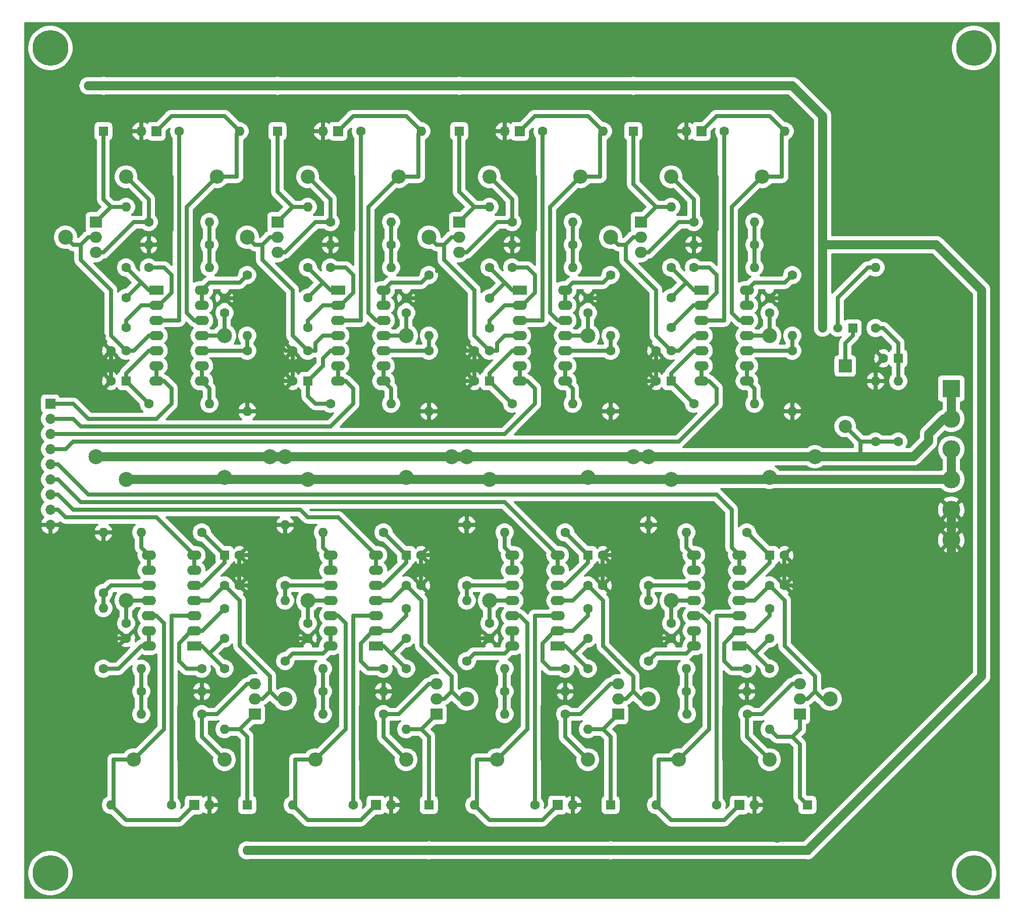
<source format=gbl>
%TF.GenerationSoftware,KiCad,Pcbnew,5.1.10*%
%TF.CreationDate,2021-06-16T12:32:52-03:00*%
%TF.ProjectId,cta,6374612e-6b69-4636-9164-5f7063625858,rev?*%
%TF.SameCoordinates,Original*%
%TF.FileFunction,Copper,L2,Bot*%
%TF.FilePolarity,Positive*%
%FSLAX46Y46*%
G04 Gerber Fmt 4.6, Leading zero omitted, Abs format (unit mm)*
G04 Created by KiCad (PCBNEW 5.1.10) date 2021-06-16 12:32:52*
%MOMM*%
%LPD*%
G01*
G04 APERTURE LIST*
%TA.AperFunction,ComponentPad*%
%ADD10C,6.000000*%
%TD*%
%TA.AperFunction,ComponentPad*%
%ADD11C,3.000000*%
%TD*%
%TA.AperFunction,ComponentPad*%
%ADD12R,3.000000X3.000000*%
%TD*%
%TA.AperFunction,ComponentPad*%
%ADD13O,2.400000X1.600000*%
%TD*%
%TA.AperFunction,ComponentPad*%
%ADD14R,2.400000X1.600000*%
%TD*%
%TA.AperFunction,ComponentPad*%
%ADD15O,1.700000X1.700000*%
%TD*%
%TA.AperFunction,ComponentPad*%
%ADD16R,1.700000X1.700000*%
%TD*%
%TA.AperFunction,ComponentPad*%
%ADD17O,1.600000X1.600000*%
%TD*%
%TA.AperFunction,ComponentPad*%
%ADD18R,1.600000X1.600000*%
%TD*%
%TA.AperFunction,ComponentPad*%
%ADD19C,1.600000*%
%TD*%
%TA.AperFunction,ComponentPad*%
%ADD20R,1.500000X1.500000*%
%TD*%
%TA.AperFunction,ComponentPad*%
%ADD21C,1.500000*%
%TD*%
%TA.AperFunction,ComponentPad*%
%ADD22O,2.200000X2.200000*%
%TD*%
%TA.AperFunction,ComponentPad*%
%ADD23R,2.200000X2.200000*%
%TD*%
%TA.AperFunction,ComponentPad*%
%ADD24O,2.400000X2.400000*%
%TD*%
%TA.AperFunction,ComponentPad*%
%ADD25C,2.400000*%
%TD*%
%TA.AperFunction,ComponentPad*%
%ADD26O,2.000000X1.905000*%
%TD*%
%TA.AperFunction,ComponentPad*%
%ADD27R,2.000000X1.905000*%
%TD*%
%TA.AperFunction,ViaPad*%
%ADD28C,2.500000*%
%TD*%
%TA.AperFunction,Conductor*%
%ADD29C,0.700000*%
%TD*%
%TA.AperFunction,Conductor*%
%ADD30C,1.500000*%
%TD*%
%TA.AperFunction,Conductor*%
%ADD31C,0.350000*%
%TD*%
%TA.AperFunction,Conductor*%
%ADD32C,0.100000*%
%TD*%
G04 APERTURE END LIST*
D10*
X210820000Y-19050000D03*
X210820000Y-157480000D03*
X55880000Y-157480000D03*
X55880000Y-19050000D03*
D11*
X207010000Y-101600000D03*
X207010000Y-96520000D03*
X207010000Y-91440000D03*
D12*
X207010000Y-76200000D03*
D11*
X207010000Y-86360000D03*
X207010000Y-81280000D03*
D13*
X72390000Y-119380000D03*
X80010000Y-104140000D03*
X72390000Y-116840000D03*
X80010000Y-106680000D03*
X72390000Y-114300000D03*
X80010000Y-109220000D03*
X72390000Y-111760000D03*
X80010000Y-111760000D03*
X72390000Y-109220000D03*
X80010000Y-114300000D03*
X72390000Y-106680000D03*
X80010000Y-116840000D03*
X72390000Y-104140000D03*
D14*
X80010000Y-119380000D03*
D15*
X55880000Y-99060000D03*
X55880000Y-96520000D03*
X55880000Y-93980000D03*
X55880000Y-91440000D03*
X55880000Y-88900000D03*
X55880000Y-86360000D03*
X55880000Y-83820000D03*
X55880000Y-81280000D03*
D16*
X55880000Y-78740000D03*
D17*
X182880000Y-153670000D03*
D18*
X182880000Y-146050000D03*
D17*
X149860000Y-153670000D03*
D18*
X149860000Y-146050000D03*
D17*
X119380000Y-153670000D03*
D18*
X119380000Y-146050000D03*
D17*
X88900000Y-153670000D03*
D18*
X88900000Y-146050000D03*
D17*
X153670000Y-25400000D03*
D18*
X153670000Y-33020000D03*
D17*
X124460000Y-25400000D03*
D18*
X124460000Y-33020000D03*
D17*
X93980000Y-25400000D03*
D18*
X93980000Y-33020000D03*
D17*
X64770000Y-25400000D03*
D18*
X64770000Y-33020000D03*
D17*
X194310000Y-74930000D03*
D19*
X194310000Y-85090000D03*
D17*
X198120000Y-74930000D03*
D19*
X198120000Y-85090000D03*
D17*
X194310000Y-55880000D03*
D19*
X194310000Y-66040000D03*
D20*
X190500000Y-66040000D03*
D21*
X185420000Y-66040000D03*
X187960000Y-66040000D03*
D22*
X189230000Y-82550000D03*
D23*
X189230000Y-72390000D03*
D19*
X195620000Y-71120000D03*
D18*
X198120000Y-71120000D03*
D19*
X176530000Y-113110000D03*
X176530000Y-118110000D03*
X146050000Y-113110000D03*
X146050000Y-118110000D03*
X115570000Y-113110000D03*
X115570000Y-118110000D03*
X85090000Y-113110000D03*
X85090000Y-118110000D03*
X160020000Y-65960000D03*
X160020000Y-60960000D03*
X129540000Y-66040000D03*
X129540000Y-61040000D03*
D24*
X161290000Y-138430000D03*
D25*
X176530000Y-138430000D03*
D24*
X130810000Y-138430000D03*
D25*
X146050000Y-138430000D03*
D24*
X100330000Y-138430000D03*
D25*
X115570000Y-138430000D03*
D24*
X69850000Y-138430000D03*
D25*
X85090000Y-138430000D03*
D24*
X175260000Y-40640000D03*
D25*
X160020000Y-40640000D03*
D24*
X144780000Y-40640000D03*
D25*
X129540000Y-40640000D03*
D24*
X114300000Y-40640000D03*
D25*
X99060000Y-40640000D03*
D24*
X83820000Y-40640000D03*
D25*
X68580000Y-40640000D03*
D19*
X179030000Y-109220000D03*
X176530000Y-109220000D03*
X148550000Y-109220000D03*
X146050000Y-109220000D03*
X118070000Y-109220000D03*
X115570000Y-109220000D03*
X87590000Y-109220000D03*
X85090000Y-109220000D03*
X157520000Y-69850000D03*
X160020000Y-69850000D03*
X127040000Y-69850000D03*
X129540000Y-69850000D03*
X96560000Y-69850000D03*
X99060000Y-69850000D03*
X66080000Y-69850000D03*
X68580000Y-69850000D03*
X160020000Y-118070000D03*
X160020000Y-115570000D03*
X129540000Y-118070000D03*
X129540000Y-115570000D03*
X99060000Y-118070000D03*
X99060000Y-115570000D03*
X68580000Y-118070000D03*
X68580000Y-115570000D03*
X176530000Y-61000000D03*
X176530000Y-63500000D03*
X146050000Y-61000000D03*
X146050000Y-63500000D03*
X115570000Y-61000000D03*
X115570000Y-63500000D03*
X85090000Y-61000000D03*
X85090000Y-63500000D03*
D15*
X173990000Y-146050000D03*
D16*
X171450000Y-146050000D03*
D15*
X143510000Y-146050000D03*
D16*
X140970000Y-146050000D03*
D15*
X113030000Y-146050000D03*
D16*
X110490000Y-146050000D03*
D15*
X82550000Y-146050000D03*
D16*
X80010000Y-146050000D03*
D15*
X162560000Y-33020000D03*
D16*
X165100000Y-33020000D03*
D15*
X132080000Y-33020000D03*
D16*
X134620000Y-33020000D03*
D15*
X101600000Y-33020000D03*
D16*
X104140000Y-33020000D03*
D15*
X71120000Y-33020000D03*
D16*
X73660000Y-33020000D03*
D19*
X99060000Y-65960000D03*
X99060000Y-60960000D03*
X68580000Y-65960000D03*
X68580000Y-60960000D03*
D13*
X163830000Y-119380000D03*
X171450000Y-104140000D03*
X163830000Y-116840000D03*
X171450000Y-106680000D03*
X163830000Y-114300000D03*
X171450000Y-109220000D03*
X163830000Y-111760000D03*
X171450000Y-111760000D03*
X163830000Y-109220000D03*
X171450000Y-114300000D03*
X163830000Y-106680000D03*
X171450000Y-116840000D03*
X163830000Y-104140000D03*
D14*
X171450000Y-119380000D03*
D17*
X157480000Y-146050000D03*
D19*
X167640000Y-146050000D03*
D17*
X162560000Y-123190000D03*
D19*
X172720000Y-123190000D03*
D17*
X176530000Y-133350000D03*
D19*
X176530000Y-123190000D03*
D17*
X162560000Y-100330000D03*
D19*
X172720000Y-100330000D03*
D17*
X156210000Y-99060000D03*
D19*
X156210000Y-109220000D03*
D17*
X156210000Y-111760000D03*
D19*
X156210000Y-121920000D03*
D17*
X172720000Y-127000000D03*
D19*
X162560000Y-127000000D03*
D17*
X162680225Y-130810000D03*
D19*
X172840225Y-130810000D03*
D26*
X181610000Y-125730000D03*
X181610000Y-128270000D03*
D27*
X181610000Y-130810000D03*
D19*
X179030000Y-104140000D03*
D18*
X176530000Y-104140000D03*
D13*
X133350000Y-119380000D03*
X140970000Y-104140000D03*
X133350000Y-116840000D03*
X140970000Y-106680000D03*
X133350000Y-114300000D03*
X140970000Y-109220000D03*
X133350000Y-111760000D03*
X140970000Y-111760000D03*
X133350000Y-109220000D03*
X140970000Y-114300000D03*
X133350000Y-106680000D03*
X140970000Y-116840000D03*
X133350000Y-104140000D03*
D14*
X140970000Y-119380000D03*
D17*
X127000000Y-146050000D03*
D19*
X137160000Y-146050000D03*
D17*
X132080000Y-123190000D03*
D19*
X142240000Y-123190000D03*
D17*
X146050000Y-133350000D03*
D19*
X146050000Y-123190000D03*
D17*
X132080000Y-100330000D03*
D19*
X142240000Y-100330000D03*
D17*
X125730000Y-99060000D03*
D19*
X125730000Y-109220000D03*
D17*
X125730000Y-111760000D03*
D19*
X125730000Y-121920000D03*
D17*
X142240000Y-127000000D03*
D19*
X132080000Y-127000000D03*
D17*
X132080000Y-130810000D03*
D19*
X142240000Y-130810000D03*
D26*
X151130000Y-125730000D03*
X151130000Y-128270000D03*
D27*
X151130000Y-130810000D03*
D19*
X148550000Y-104140000D03*
D18*
X146050000Y-104140000D03*
D13*
X102870000Y-119380000D03*
X110490000Y-104140000D03*
X102870000Y-116840000D03*
X110490000Y-106680000D03*
X102870000Y-114300000D03*
X110490000Y-109220000D03*
X102870000Y-111760000D03*
X110490000Y-111760000D03*
X102870000Y-109220000D03*
X110490000Y-114300000D03*
X102870000Y-106680000D03*
X110490000Y-116840000D03*
X102870000Y-104140000D03*
D14*
X110490000Y-119380000D03*
D17*
X96520000Y-146050000D03*
D19*
X106680000Y-146050000D03*
D17*
X101600000Y-123190000D03*
D19*
X111760000Y-123190000D03*
D17*
X115570000Y-133350000D03*
D19*
X115570000Y-123190000D03*
D17*
X101600000Y-100330000D03*
D19*
X111760000Y-100330000D03*
D17*
X95250000Y-99060000D03*
D19*
X95250000Y-109220000D03*
D17*
X95250000Y-111760000D03*
D19*
X95250000Y-121920000D03*
D17*
X111760000Y-127000000D03*
D19*
X101600000Y-127000000D03*
D17*
X101600000Y-130810000D03*
D19*
X111760000Y-130810000D03*
D26*
X120650000Y-125730000D03*
X120650000Y-128270000D03*
D27*
X120650000Y-130810000D03*
D19*
X118070000Y-104140000D03*
D18*
X115570000Y-104140000D03*
D17*
X66040000Y-146050000D03*
D19*
X76200000Y-146050000D03*
D17*
X71120000Y-123190000D03*
D19*
X81280000Y-123190000D03*
D17*
X85090000Y-133350000D03*
D19*
X85090000Y-123190000D03*
D17*
X71120000Y-100330000D03*
D19*
X81280000Y-100330000D03*
D17*
X64770000Y-100330000D03*
D19*
X64770000Y-110490000D03*
D17*
X64770000Y-113030000D03*
D19*
X64770000Y-123190000D03*
D17*
X81280000Y-127000000D03*
D19*
X71120000Y-127000000D03*
D17*
X71120000Y-130810000D03*
D19*
X81280000Y-130810000D03*
D26*
X90170000Y-125730000D03*
X90170000Y-128270000D03*
D27*
X90170000Y-130810000D03*
D19*
X87590000Y-104140000D03*
D18*
X85090000Y-104140000D03*
D13*
X172720000Y-59690000D03*
X165100000Y-74930000D03*
X172720000Y-62230000D03*
X165100000Y-72390000D03*
X172720000Y-64770000D03*
X165100000Y-69850000D03*
X172720000Y-67310000D03*
X165100000Y-67310000D03*
X172720000Y-69850000D03*
X165100000Y-64770000D03*
X172720000Y-72390000D03*
X165100000Y-62230000D03*
X172720000Y-74930000D03*
D14*
X165100000Y-59690000D03*
D17*
X179070000Y-33020000D03*
D19*
X168910000Y-33020000D03*
D17*
X173990000Y-55880000D03*
D19*
X163830000Y-55880000D03*
D17*
X160020000Y-45720000D03*
D19*
X160020000Y-55880000D03*
D17*
X173990000Y-78740000D03*
D19*
X163830000Y-78740000D03*
D17*
X180340000Y-80010000D03*
D19*
X180340000Y-69850000D03*
D17*
X180340000Y-67310000D03*
D19*
X180340000Y-57150000D03*
D17*
X163830000Y-52070000D03*
D19*
X173990000Y-52070000D03*
D17*
X173990000Y-48260000D03*
D19*
X163830000Y-48260000D03*
D26*
X154940000Y-53340000D03*
X154940000Y-50800000D03*
D27*
X154940000Y-48260000D03*
D19*
X157520000Y-74930000D03*
D18*
X160020000Y-74930000D03*
D13*
X142240000Y-59690000D03*
X134620000Y-74930000D03*
X142240000Y-62230000D03*
X134620000Y-72390000D03*
X142240000Y-64770000D03*
X134620000Y-69850000D03*
X142240000Y-67310000D03*
X134620000Y-67310000D03*
X142240000Y-69850000D03*
X134620000Y-64770000D03*
X142240000Y-72390000D03*
X134620000Y-62230000D03*
X142240000Y-74930000D03*
D14*
X134620000Y-59690000D03*
D17*
X148590000Y-33020000D03*
D19*
X138430000Y-33020000D03*
D17*
X143510000Y-55880000D03*
D19*
X133350000Y-55880000D03*
D17*
X129540000Y-45720000D03*
D19*
X129540000Y-55880000D03*
D17*
X143510000Y-78740000D03*
D19*
X133350000Y-78740000D03*
D17*
X149860000Y-80010000D03*
D19*
X149860000Y-69850000D03*
D17*
X149860000Y-67310000D03*
D19*
X149860000Y-57150000D03*
D17*
X133350000Y-52070000D03*
D19*
X143510000Y-52070000D03*
D17*
X143510000Y-48260000D03*
D19*
X133350000Y-48260000D03*
D26*
X124460000Y-53340000D03*
X124460000Y-50800000D03*
D27*
X124460000Y-48260000D03*
D19*
X127040000Y-74930000D03*
D18*
X129540000Y-74930000D03*
D26*
X93980000Y-53340000D03*
X93980000Y-50800000D03*
D27*
X93980000Y-48260000D03*
D13*
X111760000Y-59690000D03*
X104140000Y-74930000D03*
X111760000Y-62230000D03*
X104140000Y-72390000D03*
X111760000Y-64770000D03*
X104140000Y-69850000D03*
X111760000Y-67310000D03*
X104140000Y-67310000D03*
X111760000Y-69850000D03*
X104140000Y-64770000D03*
X111760000Y-72390000D03*
X104140000Y-62230000D03*
X111760000Y-74930000D03*
D14*
X104140000Y-59690000D03*
D17*
X118110000Y-33020000D03*
D19*
X107950000Y-33020000D03*
D17*
X113030000Y-55880000D03*
D19*
X102870000Y-55880000D03*
D17*
X99060000Y-45720000D03*
D19*
X99060000Y-55880000D03*
D17*
X113030000Y-78740000D03*
D19*
X102870000Y-78740000D03*
D17*
X119380000Y-80010000D03*
D19*
X119380000Y-69850000D03*
D17*
X119380000Y-67310000D03*
D19*
X119380000Y-57150000D03*
D17*
X102870000Y-52070000D03*
D19*
X113030000Y-52070000D03*
D17*
X113030000Y-48260000D03*
D19*
X102870000Y-48260000D03*
X96560000Y-74930000D03*
D18*
X99060000Y-74930000D03*
D13*
X81280000Y-59690000D03*
X73660000Y-74930000D03*
X81280000Y-62230000D03*
X73660000Y-72390000D03*
X81280000Y-64770000D03*
X73660000Y-69850000D03*
X81280000Y-67310000D03*
X73660000Y-67310000D03*
X81280000Y-69850000D03*
X73660000Y-64770000D03*
X81280000Y-72390000D03*
X73660000Y-62230000D03*
X81280000Y-74930000D03*
D14*
X73660000Y-59690000D03*
D17*
X87630000Y-33020000D03*
D19*
X77470000Y-33020000D03*
D17*
X82550000Y-55880000D03*
D19*
X72390000Y-55880000D03*
D17*
X68580000Y-45720000D03*
D19*
X68580000Y-55880000D03*
D17*
X82550000Y-78740000D03*
D19*
X72390000Y-78740000D03*
D17*
X88900000Y-80010000D03*
D19*
X88900000Y-69850000D03*
D17*
X88900000Y-67310000D03*
D19*
X88900000Y-57150000D03*
D17*
X72390000Y-52070000D03*
D19*
X82550000Y-52070000D03*
D17*
X82550000Y-48260000D03*
D19*
X72390000Y-48260000D03*
D26*
X63500000Y-53340000D03*
X63500000Y-50800000D03*
D27*
X63500000Y-48260000D03*
D19*
X66080000Y-74930000D03*
D18*
X68580000Y-74930000D03*
D28*
X55880000Y-31750000D03*
X53340000Y-57150000D03*
X53340000Y-143510000D03*
X73660000Y-151130000D03*
X207010000Y-114300000D03*
X181610000Y-34290000D03*
X177800000Y-151130000D03*
X156210000Y-128270000D03*
X125730000Y-128270000D03*
X149860000Y-50800000D03*
X119380000Y-50800000D03*
X88900000Y-50800000D03*
X58420000Y-50800000D03*
X63500000Y-87630000D03*
X95250000Y-87630000D03*
X92710000Y-87630000D03*
X95250000Y-128270000D03*
X186690000Y-128270000D03*
X125730000Y-87630000D03*
X156210000Y-87630000D03*
X123190000Y-87630000D03*
X153670000Y-87630000D03*
X184150000Y-87630000D03*
X160020000Y-91440000D03*
X160020000Y-111760000D03*
X129540000Y-111760000D03*
X129540000Y-91440000D03*
X115570000Y-67310000D03*
X115570000Y-91100000D03*
X99060000Y-111760000D03*
X99060000Y-91440000D03*
X68580000Y-111760000D03*
X176530000Y-67310000D03*
X176530000Y-91100000D03*
X146050000Y-67310000D03*
X146050000Y-91100000D03*
X85090000Y-67310000D03*
X85090000Y-91100000D03*
X68580000Y-91440000D03*
D29*
X63500000Y-53340000D02*
X64770000Y-53340000D01*
X69850000Y-48260000D02*
X72390000Y-48260000D01*
X64770000Y-53340000D02*
X69850000Y-48260000D01*
X72390000Y-44450000D02*
X68580000Y-40640000D01*
X72390000Y-48260000D02*
X72390000Y-44450000D01*
X180340000Y-80010000D02*
X180340000Y-77470000D01*
X119380000Y-80010000D02*
X119380000Y-77470000D01*
X147320000Y-48260000D02*
X147320000Y-52030000D01*
X151170000Y-44410000D02*
X147320000Y-48260000D01*
X151170000Y-41870000D02*
X151170000Y-44410000D01*
X147320000Y-52030000D02*
X151170000Y-55880000D01*
X116840000Y-48260000D02*
X116840000Y-52030000D01*
X120690000Y-44410000D02*
X116840000Y-48260000D01*
X120690000Y-41870000D02*
X120690000Y-44410000D01*
X181570000Y-119380000D02*
X185380000Y-123190000D01*
X181530000Y-119340000D02*
X181570000Y-119380000D01*
X151090000Y-119380000D02*
X154900000Y-123190000D01*
X151050000Y-119340000D02*
X151090000Y-119380000D01*
X151050000Y-114180000D02*
X151050000Y-114300000D01*
X120610000Y-119380000D02*
X124420000Y-123190000D01*
X120570000Y-119340000D02*
X120610000Y-119380000D01*
X90090000Y-119340000D02*
X90130000Y-119380000D01*
X80010000Y-151130000D02*
X67310000Y-151130000D01*
X154980000Y-59690000D02*
X151170000Y-55880000D01*
X155020000Y-59730000D02*
X154980000Y-59690000D01*
X165100000Y-27940000D02*
X177800000Y-27940000D01*
X155020000Y-64890000D02*
X155020000Y-64770000D01*
X124500000Y-59690000D02*
X120690000Y-55880000D01*
X124540000Y-59730000D02*
X124500000Y-59690000D01*
X147320000Y-27940000D02*
X151130000Y-31750000D01*
X134620000Y-27940000D02*
X147320000Y-27940000D01*
X86360000Y-27940000D02*
X90170000Y-31750000D01*
X73660000Y-27940000D02*
X86360000Y-27940000D01*
X116840000Y-27940000D02*
X120650000Y-31750000D01*
X104140000Y-27940000D02*
X116840000Y-27940000D01*
X90130000Y-119380000D02*
X93940000Y-123190000D01*
D30*
X181610000Y-31750000D02*
X181610000Y-34290000D01*
X86360000Y-27940000D02*
X97790000Y-27940000D01*
X177800000Y-27940000D02*
X181610000Y-31750000D01*
D29*
X100330000Y-151130000D02*
X97790000Y-151130000D01*
X110490000Y-151130000D02*
X100330000Y-151130000D01*
X90210000Y-41870000D02*
X90210000Y-31790000D01*
X90210000Y-31790000D02*
X90210000Y-32438002D01*
X151170000Y-31790000D02*
X151130000Y-31750000D01*
X151170000Y-41870000D02*
X151170000Y-31790000D01*
X120690000Y-41870000D02*
X120690000Y-31790000D01*
X120690000Y-31790000D02*
X120650000Y-31750000D01*
X90210000Y-41870000D02*
X90210000Y-44410000D01*
X90210000Y-44410000D02*
X86360000Y-48260000D01*
X86360000Y-48260000D02*
X86360000Y-52030000D01*
X90170000Y-55920000D02*
X90210000Y-55880000D01*
X93960000Y-123210000D02*
X93940000Y-123190000D01*
X93980000Y-123190000D02*
X93960000Y-123210000D01*
X88920000Y-54590000D02*
X90210000Y-55880000D01*
X86360000Y-52030000D02*
X88920000Y-54590000D01*
X88900000Y-80010000D02*
X88900000Y-77470000D01*
X116840000Y-52030000D02*
X118130000Y-53320000D01*
X118130000Y-53320000D02*
X120690000Y-55880000D01*
X64770000Y-100330000D02*
X64770000Y-102870000D01*
X64770000Y-102870000D02*
X57190000Y-110450000D01*
X156210000Y-101600000D02*
X156210000Y-99060000D01*
D30*
X67310000Y-151130000D02*
X68580000Y-151130000D01*
D29*
X94060000Y-59730000D02*
X94020000Y-59690000D01*
X94020000Y-59690000D02*
X90210000Y-55880000D01*
X88900000Y-77470000D02*
X91440000Y-74930000D01*
X91440000Y-74930000D02*
X96560000Y-74930000D01*
X66080000Y-74930000D02*
X66080000Y-71080000D01*
X82550000Y-146050000D02*
X82550000Y-151130000D01*
X143510000Y-146050000D02*
X143510000Y-151130000D01*
X113030000Y-146050000D02*
X113030000Y-151130000D01*
D30*
X100330000Y-151130000D02*
X113030000Y-151130000D01*
D29*
X71120000Y-33020000D02*
X71120000Y-27940000D01*
D30*
X86360000Y-27940000D02*
X71120000Y-27940000D01*
D29*
X101600000Y-33020000D02*
X101600000Y-27940000D01*
D30*
X101600000Y-27940000D02*
X116840000Y-27940000D01*
X97790000Y-27940000D02*
X101600000Y-27940000D01*
D29*
X132080000Y-33020000D02*
X132080000Y-27940000D01*
D30*
X132080000Y-27940000D02*
X147320000Y-27940000D01*
X116840000Y-27940000D02*
X132080000Y-27940000D01*
D29*
X162560000Y-33020000D02*
X162560000Y-27940000D01*
D30*
X162560000Y-27940000D02*
X177800000Y-27940000D01*
X147320000Y-27940000D02*
X162560000Y-27940000D01*
D29*
X66080000Y-71080000D02*
X66080000Y-69850000D01*
X66080000Y-69850000D02*
X64770000Y-68540000D01*
X64770000Y-68540000D02*
X64770000Y-67310000D01*
X64770000Y-67310000D02*
X59690000Y-62230000D01*
X64850000Y-67390000D02*
X64770000Y-67310000D01*
X120730001Y-55920001D02*
X120730001Y-56501999D01*
X118130000Y-53320000D02*
X120730001Y-55920001D01*
X93940000Y-61000000D02*
X94060000Y-60880000D01*
X85090000Y-61000000D02*
X93940000Y-61000000D01*
X94060000Y-60880000D02*
X94060000Y-59730000D01*
X94060000Y-68580000D02*
X94060000Y-60880000D01*
X124500000Y-61000000D02*
X124540000Y-61040000D01*
X115570000Y-61000000D02*
X124500000Y-61000000D01*
X124540000Y-61040000D02*
X124540000Y-59730000D01*
X154980000Y-61000000D02*
X155020000Y-61040000D01*
X146050000Y-61000000D02*
X154980000Y-61000000D01*
X155020000Y-61040000D02*
X155020000Y-59730000D01*
X155020000Y-64770000D02*
X155020000Y-61040000D01*
X90130000Y-118070000D02*
X90090000Y-118030000D01*
X99060000Y-118070000D02*
X90130000Y-118070000D01*
X90090000Y-118030000D02*
X90090000Y-119340000D01*
X129540000Y-118070000D02*
X120690000Y-118070000D01*
X151090000Y-118070000D02*
X151050000Y-118030000D01*
X160020000Y-118070000D02*
X151090000Y-118070000D01*
X151050000Y-118030000D02*
X151050000Y-119340000D01*
X151050000Y-114300000D02*
X151050000Y-118030000D01*
X181530000Y-118190000D02*
X181530000Y-119340000D01*
X194310000Y-72430000D02*
X195620000Y-71120000D01*
X96560000Y-74930000D02*
X96560000Y-69850000D01*
X95330000Y-69850000D02*
X94060000Y-68580000D01*
X96560000Y-69850000D02*
X95330000Y-69850000D01*
X181610000Y-40640000D02*
X181610000Y-34290000D01*
X177800000Y-44450000D02*
X181610000Y-40640000D01*
X177800000Y-52030000D02*
X177800000Y-44450000D01*
X167640000Y-40640000D02*
X162560000Y-35560000D01*
X167640000Y-49530000D02*
X167640000Y-40640000D01*
X165100000Y-52070000D02*
X167640000Y-49530000D01*
X162560000Y-35560000D02*
X162560000Y-33020000D01*
X163830000Y-52070000D02*
X165100000Y-52070000D01*
X132080000Y-35560000D02*
X132080000Y-33020000D01*
X137160000Y-40640000D02*
X132080000Y-35560000D01*
X137160000Y-49530000D02*
X137160000Y-40640000D01*
X134620000Y-52070000D02*
X137160000Y-49530000D01*
X133350000Y-52070000D02*
X134620000Y-52070000D01*
X101600000Y-35560000D02*
X101600000Y-33020000D01*
X106680000Y-40640000D02*
X101600000Y-35560000D01*
X106680000Y-49530000D02*
X106680000Y-40640000D01*
X104140000Y-52070000D02*
X106680000Y-49530000D01*
X102870000Y-52070000D02*
X104140000Y-52070000D01*
X127040000Y-69850000D02*
X127040000Y-74930000D01*
X119380000Y-77470000D02*
X121920000Y-74930000D01*
X121920000Y-74930000D02*
X127040000Y-74930000D01*
X157520000Y-74930000D02*
X157520000Y-69850000D01*
X157520000Y-69850000D02*
X154940000Y-67270000D01*
X154940000Y-64850000D02*
X155020000Y-64770000D01*
X154940000Y-67270000D02*
X154940000Y-64850000D01*
X149860000Y-77550000D02*
X149860000Y-80010000D01*
X149860000Y-76835000D02*
X149860000Y-77550000D01*
X151765000Y-74930000D02*
X149860000Y-76835000D01*
X157520000Y-74930000D02*
X151765000Y-74930000D01*
X180340000Y-77470000D02*
X182880000Y-74930000D01*
X92710000Y-104140000D02*
X87590000Y-104140000D01*
X95250000Y-101600000D02*
X92710000Y-104140000D01*
X95250000Y-99060000D02*
X95250000Y-101600000D01*
X87590000Y-109220000D02*
X88900000Y-109220000D01*
X90090000Y-110410000D02*
X90090000Y-118030000D01*
X88900000Y-109220000D02*
X90090000Y-110410000D01*
X87590000Y-109220000D02*
X87590000Y-104140000D01*
X93940000Y-135930000D02*
X93940000Y-151090000D01*
X93940000Y-151090000D02*
X93980000Y-151130000D01*
X97790000Y-127040000D02*
X97790000Y-132080000D01*
X93960000Y-123210000D02*
X97790000Y-127040000D01*
D30*
X93980000Y-151130000D02*
X100330000Y-151130000D01*
D29*
X97790000Y-132080000D02*
X93940000Y-135930000D01*
D30*
X82550000Y-151130000D02*
X93980000Y-151130000D01*
D29*
X82550000Y-143510000D02*
X82550000Y-146050000D01*
X77470000Y-138430000D02*
X82550000Y-143510000D01*
X77470000Y-129540000D02*
X77470000Y-138430000D01*
X80010000Y-127000000D02*
X77470000Y-129540000D01*
X81280000Y-127000000D02*
X80010000Y-127000000D01*
X124420000Y-151090000D02*
X124460000Y-151130000D01*
X124420000Y-135930000D02*
X124420000Y-151090000D01*
X128270000Y-132080000D02*
X124420000Y-135930000D01*
X128270000Y-127040000D02*
X128270000Y-132080000D01*
X124440000Y-123210000D02*
X128270000Y-127040000D01*
D30*
X124460000Y-151130000D02*
X128270000Y-151130000D01*
X113030000Y-151130000D02*
X124460000Y-151130000D01*
D29*
X113030000Y-143510000D02*
X113030000Y-146050000D01*
X107950000Y-138430000D02*
X113030000Y-143510000D01*
X107950000Y-129540000D02*
X107950000Y-138430000D01*
X110490000Y-127000000D02*
X107950000Y-129540000D01*
X111760000Y-127000000D02*
X110490000Y-127000000D01*
X118070000Y-109220000D02*
X118070000Y-104140000D01*
X125650000Y-101680000D02*
X125650000Y-99140000D01*
X123190000Y-104140000D02*
X125650000Y-101680000D01*
X125650000Y-99140000D02*
X125730000Y-99060000D01*
X118070000Y-104140000D02*
X123190000Y-104140000D01*
X120650000Y-111800000D02*
X118070000Y-109220000D01*
X120650000Y-119380000D02*
X120650000Y-111800000D01*
X143510000Y-143510000D02*
X143510000Y-146050000D01*
X138430000Y-138430000D02*
X143510000Y-143510000D01*
X138430000Y-129540000D02*
X138430000Y-138430000D01*
X140970000Y-127000000D02*
X138430000Y-129540000D01*
X142240000Y-127000000D02*
X140970000Y-127000000D01*
X148550000Y-109220000D02*
X148550000Y-104140000D01*
X148550000Y-104140000D02*
X154940000Y-104140000D01*
X156210000Y-102870000D02*
X156210000Y-101600000D01*
X154940000Y-104140000D02*
X156210000Y-102870000D01*
X148550000Y-109220000D02*
X151090000Y-111760000D01*
X151090000Y-114260000D02*
X151050000Y-114300000D01*
X151090000Y-111760000D02*
X151090000Y-114260000D01*
X173990000Y-143510000D02*
X173990000Y-146050000D01*
X168910000Y-138430000D02*
X173990000Y-143510000D01*
X168910000Y-129540000D02*
X168910000Y-138430000D01*
X171450000Y-127000000D02*
X168910000Y-129540000D01*
X172720000Y-127000000D02*
X171450000Y-127000000D01*
X179030000Y-109220000D02*
X179030000Y-104140000D01*
X181530000Y-118190000D02*
X181530000Y-110410000D01*
X180340000Y-109220000D02*
X179030000Y-109220000D01*
X181530000Y-110410000D02*
X180340000Y-109220000D01*
X154900000Y-135930000D02*
X154900000Y-151090000D01*
X158750000Y-127040000D02*
X158750000Y-132080000D01*
X154920000Y-123210000D02*
X158750000Y-127040000D01*
X154900000Y-151090000D02*
X154940000Y-151130000D01*
X158750000Y-132080000D02*
X154900000Y-135930000D01*
X173990000Y-146050000D02*
X176530000Y-146050000D01*
D30*
X173990000Y-151130000D02*
X176530000Y-148590000D01*
X176530000Y-148590000D02*
X176530000Y-146050000D01*
D29*
X182880000Y-57150000D02*
X182900000Y-57130000D01*
X182900000Y-57130000D02*
X177800000Y-52030000D01*
X182840000Y-61000000D02*
X182880000Y-60960000D01*
X176530000Y-61000000D02*
X182840000Y-61000000D01*
X182880000Y-60960000D02*
X182880000Y-57150000D01*
X182880000Y-74930000D02*
X182880000Y-60960000D01*
X182880000Y-74930000D02*
X184150000Y-74930000D01*
X184150000Y-74930000D02*
X185420000Y-76200000D01*
X185420000Y-76200000D02*
X190500000Y-76200000D01*
X191770000Y-74930000D02*
X194310000Y-74930000D01*
X190500000Y-76200000D02*
X191770000Y-74930000D01*
X194310000Y-74930000D02*
X194310000Y-72430000D01*
D30*
X128270000Y-151130000D02*
X132080000Y-151130000D01*
X132080000Y-151130000D02*
X144780000Y-151130000D01*
X144780000Y-151130000D02*
X158750000Y-151130000D01*
X158750000Y-151130000D02*
X173990000Y-151130000D01*
X207010000Y-101600000D02*
X207010000Y-96520000D01*
X60960000Y-151130000D02*
X53340000Y-143510000D01*
X68580000Y-151130000D02*
X60960000Y-151130000D01*
D29*
X125730000Y-69850000D02*
X124540000Y-68660000D01*
X124540000Y-64770000D02*
X124540000Y-61040000D01*
X127040000Y-69850000D02*
X125730000Y-69850000D01*
X124540000Y-68660000D02*
X124540000Y-64770000D01*
X53380000Y-110450000D02*
X53340000Y-110490000D01*
X57190000Y-110450000D02*
X53380000Y-110450000D01*
X68580000Y-118070000D02*
X53380000Y-118070000D01*
X53380000Y-118070000D02*
X53340000Y-118110000D01*
D30*
X53340000Y-118110000D02*
X53340000Y-110490000D01*
X53340000Y-143510000D02*
X53340000Y-118110000D01*
D29*
X55880000Y-99060000D02*
X53340000Y-99060000D01*
D30*
X53340000Y-110490000D02*
X53340000Y-99060000D01*
X67310000Y-27940000D02*
X71120000Y-27940000D01*
X59690000Y-27940000D02*
X67310000Y-27940000D01*
D29*
X59690000Y-62230000D02*
X53340000Y-62230000D01*
D30*
X53340000Y-99060000D02*
X53340000Y-62230000D01*
D29*
X71120000Y-35560000D02*
X71120000Y-33020000D01*
X76200000Y-40640000D02*
X71120000Y-35560000D01*
X76200000Y-49530000D02*
X76200000Y-40640000D01*
X73660000Y-52070000D02*
X76200000Y-49530000D01*
X72390000Y-52070000D02*
X73660000Y-52070000D01*
D30*
X207010000Y-125730000D02*
X207010000Y-115570000D01*
X207010000Y-123054177D02*
X207010000Y-115570000D01*
X53340000Y-34290000D02*
X55880000Y-31750000D01*
X55880000Y-31750000D02*
X59690000Y-27940000D01*
X53340000Y-62230000D02*
X53340000Y-57150000D01*
X53340000Y-57150000D02*
X53340000Y-34290000D01*
X68580000Y-151130000D02*
X73660000Y-151130000D01*
X73660000Y-151130000D02*
X82550000Y-151130000D01*
X207010000Y-115570000D02*
X207010000Y-113030000D01*
D29*
X207010000Y-113030000D02*
X207010000Y-114300000D01*
D30*
X207010000Y-113030000D02*
X207010000Y-101600000D01*
D29*
X185380000Y-142200000D02*
X187960000Y-144780000D01*
X185380000Y-135930000D02*
X185380000Y-142200000D01*
X189230000Y-132080000D02*
X185380000Y-135930000D01*
X189230000Y-127040000D02*
X189230000Y-132080000D01*
D30*
X187960000Y-144780000D02*
X207010000Y-125730000D01*
D29*
X185400000Y-123210000D02*
X189230000Y-127040000D01*
D30*
X181610000Y-151130000D02*
X187960000Y-144780000D01*
X173990000Y-151130000D02*
X177800000Y-151130000D01*
X177800000Y-151130000D02*
X181610000Y-151130000D01*
D29*
X154940000Y-128270000D02*
X156210000Y-128270000D01*
X153670000Y-127000000D02*
X154940000Y-128270000D01*
X124460000Y-128270000D02*
X125730000Y-128270000D01*
X123190000Y-127000000D02*
X124460000Y-128270000D01*
X151130000Y-52070000D02*
X149860000Y-50800000D01*
X152400000Y-52070000D02*
X151130000Y-52070000D01*
X120650000Y-52070000D02*
X119380000Y-50800000D01*
X121920000Y-52070000D02*
X120650000Y-52070000D01*
X90170000Y-52070000D02*
X88900000Y-50800000D01*
X91440000Y-52070000D02*
X90170000Y-52070000D01*
X92710000Y-50800000D02*
X91440000Y-52070000D01*
X93980000Y-50800000D02*
X92710000Y-50800000D01*
X181610000Y-128270000D02*
X182880000Y-128270000D01*
X182880000Y-128270000D02*
X184150000Y-127000000D01*
X153670000Y-127000000D02*
X153670000Y-124460000D01*
X151130000Y-128270000D02*
X152400000Y-128270000D01*
X152400000Y-128270000D02*
X153670000Y-127000000D01*
X120650000Y-128270000D02*
X121920000Y-128270000D01*
X121920000Y-128270000D02*
X123190000Y-127000000D01*
X90170000Y-128270000D02*
X91440000Y-128270000D01*
X91440000Y-128270000D02*
X92710000Y-127000000D01*
X154940000Y-50800000D02*
X153670000Y-50800000D01*
X153670000Y-50800000D02*
X152400000Y-52070000D01*
X124460000Y-50800000D02*
X123190000Y-50800000D01*
X123190000Y-50800000D02*
X121920000Y-52070000D01*
X62230000Y-50800000D02*
X60960000Y-52070000D01*
X63500000Y-50800000D02*
X62230000Y-50800000D01*
D30*
X124460000Y-87630000D02*
X154940000Y-87630000D01*
X154940000Y-87630000D02*
X185420000Y-87630000D01*
D29*
X60960000Y-52070000D02*
X59690000Y-52070000D01*
X59690000Y-52070000D02*
X58420000Y-50800000D01*
X92710000Y-127000000D02*
X93980000Y-128270000D01*
X93980000Y-128270000D02*
X95250000Y-128270000D01*
D30*
X97790000Y-87630000D02*
X124460000Y-87630000D01*
X93980000Y-87630000D02*
X97790000Y-87630000D01*
X90170000Y-87630000D02*
X93980000Y-87630000D01*
X63500000Y-87630000D02*
X90170000Y-87630000D01*
D29*
X94050000Y-87560000D02*
X93980000Y-87630000D01*
X155010000Y-87560000D02*
X154940000Y-87630000D01*
X124530000Y-87560000D02*
X124460000Y-87630000D01*
X184150000Y-127000000D02*
X185420000Y-128270000D01*
X185420000Y-128270000D02*
X186690000Y-128270000D01*
X100330000Y-69850000D02*
X100330000Y-68580000D01*
X101600000Y-67310000D02*
X104140000Y-67310000D01*
X100330000Y-68580000D02*
X101600000Y-67310000D01*
X99060000Y-69850000D02*
X100330000Y-69850000D01*
X96520000Y-67310000D02*
X99060000Y-69850000D01*
X91440000Y-54610000D02*
X96520000Y-59690000D01*
X96520000Y-59690000D02*
X96520000Y-67310000D01*
X91440000Y-52070000D02*
X91440000Y-54610000D01*
X69850000Y-69850000D02*
X72390000Y-67310000D01*
X72390000Y-67310000D02*
X73660000Y-67310000D01*
X60960000Y-54610000D02*
X60960000Y-52070000D01*
X66040000Y-59690000D02*
X60960000Y-54610000D01*
X66040000Y-67310000D02*
X66040000Y-59690000D01*
X69850000Y-69850000D02*
X68580000Y-69850000D01*
X68580000Y-69850000D02*
X66040000Y-67310000D01*
X194310000Y-85090000D02*
X198120000Y-85090000D01*
X129540000Y-69850000D02*
X130810000Y-69850000D01*
X130810000Y-69850000D02*
X130810000Y-68580000D01*
X132080000Y-67310000D02*
X134620000Y-67310000D01*
X130810000Y-68580000D02*
X132080000Y-67310000D01*
X121920000Y-54610000D02*
X121920000Y-52070000D01*
X127000000Y-59690000D02*
X121920000Y-54610000D01*
X127000000Y-67310000D02*
X127000000Y-59690000D01*
X129540000Y-69850000D02*
X127000000Y-67310000D01*
X160020000Y-69850000D02*
X161290000Y-69850000D01*
X163830000Y-67310000D02*
X165100000Y-67310000D01*
X161290000Y-69850000D02*
X163830000Y-67310000D01*
X152400000Y-54610000D02*
X152400000Y-52070000D01*
X157480000Y-59690000D02*
X152400000Y-54610000D01*
X157480000Y-67310000D02*
X157480000Y-59690000D01*
X160020000Y-69850000D02*
X157480000Y-67310000D01*
X82550000Y-111760000D02*
X85090000Y-109220000D01*
X80010000Y-111760000D02*
X82550000Y-111760000D01*
X92710000Y-124460000D02*
X92710000Y-127000000D01*
X87630000Y-119380000D02*
X92710000Y-124460000D01*
X87630000Y-111760000D02*
X87630000Y-119380000D01*
X85090000Y-109220000D02*
X87630000Y-111760000D01*
X113030000Y-111760000D02*
X115570000Y-109220000D01*
X110490000Y-111760000D02*
X113030000Y-111760000D01*
X123190000Y-124460000D02*
X123190000Y-127000000D01*
X118110000Y-119380000D02*
X123190000Y-124460000D01*
X118110000Y-111760000D02*
X118110000Y-119380000D01*
X115570000Y-109220000D02*
X118110000Y-111760000D01*
X140970000Y-111760000D02*
X143510000Y-111760000D01*
X143510000Y-111760000D02*
X146050000Y-109220000D01*
X146050000Y-109220000D02*
X148590000Y-111760000D01*
X148590000Y-111760000D02*
X148590000Y-119380000D01*
X148590000Y-119380000D02*
X151765000Y-122555000D01*
X151765000Y-122555000D02*
X151130000Y-121920000D01*
X153670000Y-124460000D02*
X151765000Y-122555000D01*
X173990000Y-111760000D02*
X176530000Y-109220000D01*
X171450000Y-111760000D02*
X173990000Y-111760000D01*
X184150000Y-124460000D02*
X184150000Y-127000000D01*
X179070000Y-119380000D02*
X184150000Y-124460000D01*
X179070000Y-111760000D02*
X179070000Y-119380000D01*
X176530000Y-109220000D02*
X179070000Y-111760000D01*
X189230000Y-82550000D02*
X191770000Y-85090000D01*
X191770000Y-85090000D02*
X191770000Y-87630000D01*
X191770000Y-85090000D02*
X194310000Y-85090000D01*
D30*
X207010000Y-81280000D02*
X207010000Y-76200000D01*
X205740000Y-81280000D02*
X207010000Y-81280000D01*
X203200000Y-83820000D02*
X205740000Y-81280000D01*
X203200000Y-85090000D02*
X203200000Y-83820000D01*
X200660000Y-87630000D02*
X203200000Y-85090000D01*
X191770000Y-87630000D02*
X200660000Y-87630000D01*
X185420000Y-87630000D02*
X191770000Y-87630000D01*
D29*
X100330000Y-48260000D02*
X102870000Y-48260000D01*
X95250000Y-53340000D02*
X100330000Y-48260000D01*
X93980000Y-53340000D02*
X95250000Y-53340000D01*
X102870000Y-44450000D02*
X99060000Y-40640000D01*
X102870000Y-48260000D02*
X102870000Y-44450000D01*
X125730000Y-53340000D02*
X130810000Y-48260000D01*
X133350000Y-48260000D02*
X133350000Y-45720000D01*
X124460000Y-53340000D02*
X125730000Y-53340000D01*
X130810000Y-48260000D02*
X133350000Y-48260000D01*
X133350000Y-44450000D02*
X133350000Y-45720000D01*
X129540000Y-40640000D02*
X133350000Y-44450000D01*
X156210000Y-53340000D02*
X161290000Y-48260000D01*
X163830000Y-48260000D02*
X163830000Y-45720000D01*
X154940000Y-53340000D02*
X156210000Y-53340000D01*
X161290000Y-48260000D02*
X163830000Y-48260000D01*
X163830000Y-44450000D02*
X163830000Y-45720000D01*
X160020000Y-40640000D02*
X163830000Y-44450000D01*
X82550000Y-55880000D02*
X82550000Y-52070000D01*
X82550000Y-52070000D02*
X82550000Y-48260000D01*
X113030000Y-52070000D02*
X113030000Y-48260000D01*
X113030000Y-55880000D02*
X113030000Y-52070000D01*
X143510000Y-52070000D02*
X143510000Y-48260000D01*
X143510000Y-55880000D02*
X143510000Y-52070000D01*
X173990000Y-52070000D02*
X173990000Y-48260000D01*
X173990000Y-55880000D02*
X173990000Y-52070000D01*
X88900000Y-69850000D02*
X88900000Y-67310000D01*
X88900000Y-69850000D02*
X81280000Y-69850000D01*
X81280000Y-62230000D02*
X81280000Y-59690000D01*
X81280000Y-59690000D02*
X82550000Y-58420000D01*
X82550000Y-58420000D02*
X87630000Y-58420000D01*
X87630000Y-58420000D02*
X88900000Y-57150000D01*
X119380000Y-69850000D02*
X119380000Y-67310000D01*
X119380000Y-69850000D02*
X111760000Y-69850000D01*
X111760000Y-62230000D02*
X111760000Y-59690000D01*
X118110000Y-58420000D02*
X119380000Y-57150000D01*
X113030000Y-58420000D02*
X118110000Y-58420000D01*
X111760000Y-59690000D02*
X113030000Y-58420000D01*
X149860000Y-69850000D02*
X149860000Y-67310000D01*
X149860000Y-69850000D02*
X142240000Y-69850000D01*
X142240000Y-62230000D02*
X142240000Y-59690000D01*
X148590000Y-58420000D02*
X149860000Y-57150000D01*
X143510000Y-58420000D02*
X148590000Y-58420000D01*
X142240000Y-59690000D02*
X143510000Y-58420000D01*
X180340000Y-69850000D02*
X180340000Y-67310000D01*
X180340000Y-69850000D02*
X172720000Y-69850000D01*
X172720000Y-62230000D02*
X172720000Y-59690000D01*
X172720000Y-59690000D02*
X173990000Y-58420000D01*
X173990000Y-58420000D02*
X179070000Y-58420000D01*
X179070000Y-58420000D02*
X180340000Y-57150000D01*
X71120000Y-77470000D02*
X72390000Y-78740000D01*
X68580000Y-74930000D02*
X68580000Y-73660000D01*
X72390000Y-69850000D02*
X73660000Y-69850000D01*
X68580000Y-73660000D02*
X72390000Y-69850000D01*
X71120000Y-77470000D02*
X68580000Y-74930000D01*
X73660000Y-33020000D02*
X76200000Y-30480000D01*
X85090000Y-30480000D02*
X87630000Y-33020000D01*
X76200000Y-30480000D02*
X85090000Y-30480000D01*
X87170000Y-33480000D02*
X87630000Y-33020000D01*
X87170000Y-40640000D02*
X87170000Y-33480000D01*
X87170000Y-40640000D02*
X83820000Y-40640000D01*
X83820000Y-40640000D02*
X78740000Y-45720000D01*
X78740000Y-45720000D02*
X78740000Y-63500000D01*
X80010000Y-64770000D02*
X81280000Y-64770000D01*
X78740000Y-63500000D02*
X80010000Y-64770000D01*
X81280000Y-74930000D02*
X81280000Y-72390000D01*
X82550000Y-76200000D02*
X81280000Y-74930000D01*
X82550000Y-78740000D02*
X82550000Y-76200000D01*
X73660000Y-64770000D02*
X77470000Y-64770000D01*
X77470000Y-64770000D02*
X77470000Y-33020000D01*
X104140000Y-69850000D02*
X102870000Y-69850000D01*
X102870000Y-69850000D02*
X101600000Y-71120000D01*
X101600000Y-71120000D02*
X101600000Y-72390000D01*
X101600000Y-72390000D02*
X100330000Y-73660000D01*
X100330000Y-73660000D02*
X99060000Y-74930000D01*
X99060000Y-74930000D02*
X99060000Y-77470000D01*
X100330000Y-78740000D02*
X102870000Y-78740000D01*
X99060000Y-77470000D02*
X100330000Y-78740000D01*
X117650000Y-33480000D02*
X118110000Y-33020000D01*
X115570000Y-30480000D02*
X118110000Y-33020000D01*
X110490000Y-64770000D02*
X111760000Y-64770000D01*
X104140000Y-33020000D02*
X106680000Y-30480000D01*
X117650000Y-40640000D02*
X114300000Y-40640000D01*
X106680000Y-30480000D02*
X115570000Y-30480000D01*
X117650000Y-40640000D02*
X117650000Y-33480000D01*
X109220000Y-45720000D02*
X109220000Y-63500000D01*
X114300000Y-40640000D02*
X109220000Y-45720000D01*
X109220000Y-63500000D02*
X110490000Y-64770000D01*
X111760000Y-74930000D02*
X111760000Y-72390000D01*
X113030000Y-78740000D02*
X113030000Y-76200000D01*
X113030000Y-76200000D02*
X111760000Y-74930000D01*
X107950000Y-64770000D02*
X107950000Y-33020000D01*
X104140000Y-64770000D02*
X107950000Y-64770000D01*
X133350000Y-78740000D02*
X129540000Y-74930000D01*
X129540000Y-74930000D02*
X129540000Y-73660000D01*
X133350000Y-69850000D02*
X134620000Y-69850000D01*
X129540000Y-73660000D02*
X133350000Y-69850000D01*
X139700000Y-45720000D02*
X139700000Y-63500000D01*
X148130000Y-33480000D02*
X148590000Y-33020000D01*
X140970000Y-64770000D02*
X142240000Y-64770000D01*
X148130000Y-40640000D02*
X148130000Y-33480000D01*
X144780000Y-40640000D02*
X139700000Y-45720000D01*
X148130000Y-40640000D02*
X144780000Y-40640000D01*
X134620000Y-33020000D02*
X137160000Y-30480000D01*
X137160000Y-30480000D02*
X146050000Y-30480000D01*
X139700000Y-63500000D02*
X140970000Y-64770000D01*
X146050000Y-30480000D02*
X148590000Y-33020000D01*
X143510000Y-78740000D02*
X143510000Y-76200000D01*
X143510000Y-76200000D02*
X142240000Y-74930000D01*
X142240000Y-74930000D02*
X142240000Y-72390000D01*
X138430000Y-64770000D02*
X138430000Y-33020000D01*
X134620000Y-64770000D02*
X138430000Y-64770000D01*
X73660000Y-74930000D02*
X73660000Y-72390000D01*
X59690000Y-78740000D02*
X55880000Y-78740000D01*
X62230000Y-81280000D02*
X59690000Y-78740000D01*
X73660000Y-81280000D02*
X62230000Y-81280000D01*
X76200000Y-78740000D02*
X73660000Y-81280000D01*
X76200000Y-76200000D02*
X76200000Y-78740000D01*
X74930000Y-74930000D02*
X76200000Y-76200000D01*
X73660000Y-74930000D02*
X74930000Y-74930000D01*
X104140000Y-74930000D02*
X104140000Y-72390000D01*
X59690000Y-81280000D02*
X55880000Y-81280000D01*
X60960000Y-82550000D02*
X59690000Y-81280000D01*
X102870000Y-82550000D02*
X60960000Y-82550000D01*
X106680000Y-78740000D02*
X102870000Y-82550000D01*
X106680000Y-76200000D02*
X106680000Y-78740000D01*
X105410000Y-74930000D02*
X106680000Y-76200000D01*
X104140000Y-74930000D02*
X105410000Y-74930000D01*
X134620000Y-74930000D02*
X134620000Y-72390000D01*
X132080000Y-83820000D02*
X63500000Y-83820000D01*
X137160000Y-78740000D02*
X132080000Y-83820000D01*
X135890000Y-74930000D02*
X137160000Y-76200000D01*
X137160000Y-76200000D02*
X137160000Y-78740000D01*
X134620000Y-74930000D02*
X135890000Y-74930000D01*
X63500000Y-83820000D02*
X55880000Y-83820000D01*
X160020000Y-74930000D02*
X160020000Y-73660000D01*
X163830000Y-69850000D02*
X165100000Y-69850000D01*
X160020000Y-73660000D02*
X163830000Y-69850000D01*
X160020000Y-74930000D02*
X163830000Y-78740000D01*
X170180000Y-45720000D02*
X170180000Y-63500000D01*
X178610000Y-33480000D02*
X179070000Y-33020000D01*
X171450000Y-64770000D02*
X172720000Y-64770000D01*
X178610000Y-40640000D02*
X178610000Y-33480000D01*
X175260000Y-40640000D02*
X170180000Y-45720000D01*
X178610000Y-40640000D02*
X175260000Y-40640000D01*
X165100000Y-33020000D02*
X167640000Y-30480000D01*
X167640000Y-30480000D02*
X176530000Y-30480000D01*
X170180000Y-63500000D02*
X171450000Y-64770000D01*
X176530000Y-30480000D02*
X179070000Y-33020000D01*
X173990000Y-78740000D02*
X173990000Y-76200000D01*
X173990000Y-76200000D02*
X172720000Y-74930000D01*
X172720000Y-74930000D02*
X172720000Y-72390000D01*
X168910000Y-64770000D02*
X168910000Y-33020000D01*
X165100000Y-64770000D02*
X168910000Y-64770000D01*
X165100000Y-74930000D02*
X165100000Y-72390000D01*
X58420000Y-86360000D02*
X55880000Y-86360000D01*
X161290000Y-85090000D02*
X59690000Y-85090000D01*
X59690000Y-85090000D02*
X58420000Y-86360000D01*
X167640000Y-78740000D02*
X161290000Y-85090000D01*
X167640000Y-76200000D02*
X167640000Y-78740000D01*
X166370000Y-74930000D02*
X167640000Y-76200000D01*
X165100000Y-74930000D02*
X166370000Y-74930000D01*
X81280000Y-109220000D02*
X80010000Y-109220000D01*
X85090000Y-104140000D02*
X81280000Y-100330000D01*
X81280000Y-109220000D02*
X85090000Y-105410000D01*
X85090000Y-105410000D02*
X85090000Y-104140000D01*
X74930000Y-133350000D02*
X74930000Y-115570000D01*
X66500000Y-145590000D02*
X66040000Y-146050000D01*
X73660000Y-114300000D02*
X72390000Y-114300000D01*
X66500000Y-138430000D02*
X66500000Y-145590000D01*
X69850000Y-138430000D02*
X74930000Y-133350000D01*
X66500000Y-138430000D02*
X69850000Y-138430000D01*
X80010000Y-146050000D02*
X77470000Y-148590000D01*
X77470000Y-148590000D02*
X68580000Y-148590000D01*
X74930000Y-115570000D02*
X73660000Y-114300000D01*
X68580000Y-148590000D02*
X66040000Y-146050000D01*
X88900000Y-125730000D02*
X83820000Y-130810000D01*
X90170000Y-125730000D02*
X88900000Y-125730000D01*
X83820000Y-130810000D02*
X81280000Y-130810000D01*
X81280000Y-134620000D02*
X85090000Y-138430000D01*
X81280000Y-130810000D02*
X81280000Y-134620000D01*
X71120000Y-127000000D02*
X71120000Y-130810000D01*
X71120000Y-123190000D02*
X71120000Y-127000000D01*
X64770000Y-111760000D02*
X64770000Y-113030000D01*
X64770000Y-111760000D02*
X64770000Y-110490000D01*
X64770000Y-110490000D02*
X66040000Y-109220000D01*
X66040000Y-109220000D02*
X68580000Y-109220000D01*
X68580000Y-109220000D02*
X72390000Y-109220000D01*
X72390000Y-116840000D02*
X72390000Y-119380000D01*
X72390000Y-119380000D02*
X71120000Y-119380000D01*
X67310000Y-123190000D02*
X64770000Y-123190000D01*
X71120000Y-119380000D02*
X67310000Y-123190000D01*
X71120000Y-100330000D02*
X71120000Y-102870000D01*
X71120000Y-102870000D02*
X72390000Y-104140000D01*
X72390000Y-104140000D02*
X72390000Y-106680000D01*
X76200000Y-114300000D02*
X76200000Y-146050000D01*
X80010000Y-114300000D02*
X76200000Y-114300000D01*
X80010000Y-104140000D02*
X80010000Y-106680000D01*
X58420000Y-97790000D02*
X57150000Y-96520000D01*
X73660000Y-97790000D02*
X58420000Y-97790000D01*
X57150000Y-96520000D02*
X55880000Y-96520000D01*
X80010000Y-104140000D02*
X73660000Y-97790000D01*
X111760000Y-109220000D02*
X110490000Y-109220000D01*
X115570000Y-104140000D02*
X111760000Y-100330000D01*
X111760000Y-109220000D02*
X115570000Y-105410000D01*
X115570000Y-105410000D02*
X115570000Y-104140000D01*
X105410000Y-133350000D02*
X105410000Y-115570000D01*
X96980000Y-145590000D02*
X96520000Y-146050000D01*
X104140000Y-114300000D02*
X102870000Y-114300000D01*
X96980000Y-138430000D02*
X96980000Y-145590000D01*
X100330000Y-138430000D02*
X105410000Y-133350000D01*
X96980000Y-138430000D02*
X100330000Y-138430000D01*
X110490000Y-146050000D02*
X107950000Y-148590000D01*
X107950000Y-148590000D02*
X99060000Y-148590000D01*
X105410000Y-115570000D02*
X104140000Y-114300000D01*
X99060000Y-148590000D02*
X96520000Y-146050000D01*
X119380000Y-125730000D02*
X114300000Y-130810000D01*
X111760000Y-130810000D02*
X111760000Y-133350000D01*
X120650000Y-125730000D02*
X119380000Y-125730000D01*
X114300000Y-130810000D02*
X111760000Y-130810000D01*
X111760000Y-134620000D02*
X111760000Y-133350000D01*
X115570000Y-138430000D02*
X111760000Y-134620000D01*
X101600000Y-127000000D02*
X101600000Y-130810000D01*
X101600000Y-123190000D02*
X101600000Y-127000000D01*
X95250000Y-109220000D02*
X102870000Y-109220000D01*
X95250000Y-109220000D02*
X95250000Y-111760000D01*
X102870000Y-116840000D02*
X102870000Y-119380000D01*
X96520000Y-120650000D02*
X95250000Y-121920000D01*
X101600000Y-120650000D02*
X96520000Y-120650000D01*
X102870000Y-119380000D02*
X101600000Y-120650000D01*
X101600000Y-100330000D02*
X101600000Y-102870000D01*
X101600000Y-102870000D02*
X102870000Y-104140000D01*
X102870000Y-104140000D02*
X102870000Y-106680000D01*
X106680000Y-114300000D02*
X106680000Y-146050000D01*
X110490000Y-114300000D02*
X106680000Y-114300000D01*
X110490000Y-104140000D02*
X110490000Y-106680000D01*
X57150000Y-93980000D02*
X55880000Y-93980000D01*
X59690000Y-96520000D02*
X57150000Y-93980000D01*
X97790000Y-96520000D02*
X59690000Y-96520000D01*
X99060000Y-97790000D02*
X97790000Y-96520000D01*
X104140000Y-97790000D02*
X99060000Y-97790000D01*
X110490000Y-104140000D02*
X104140000Y-97790000D01*
X142240000Y-100330000D02*
X146050000Y-104140000D01*
X140970000Y-109220000D02*
X142240000Y-109220000D01*
X142240000Y-109220000D02*
X146050000Y-105410000D01*
X146050000Y-105410000D02*
X146050000Y-104140000D01*
X135890000Y-133350000D02*
X135890000Y-115570000D01*
X127460000Y-145590000D02*
X127000000Y-146050000D01*
X134620000Y-114300000D02*
X133350000Y-114300000D01*
X127460000Y-138430000D02*
X127460000Y-145590000D01*
X130810000Y-138430000D02*
X135890000Y-133350000D01*
X127460000Y-138430000D02*
X130810000Y-138430000D01*
X140970000Y-146050000D02*
X138430000Y-148590000D01*
X138430000Y-148590000D02*
X129540000Y-148590000D01*
X135890000Y-115570000D02*
X134620000Y-114300000D01*
X129540000Y-148590000D02*
X127000000Y-146050000D01*
X149860000Y-125730000D02*
X144780000Y-130810000D01*
X142240000Y-130810000D02*
X142240000Y-133350000D01*
X151130000Y-125730000D02*
X149860000Y-125730000D01*
X144780000Y-130810000D02*
X142240000Y-130810000D01*
X142240000Y-134620000D02*
X142240000Y-133350000D01*
X146050000Y-138430000D02*
X142240000Y-134620000D01*
X132080000Y-127000000D02*
X132080000Y-130810000D01*
X132080000Y-123190000D02*
X132080000Y-127000000D01*
X125730000Y-109220000D02*
X133350000Y-109220000D01*
X125730000Y-109220000D02*
X125730000Y-111760000D01*
X133350000Y-116840000D02*
X133350000Y-119380000D01*
X127000000Y-120650000D02*
X125730000Y-121920000D01*
X132080000Y-120650000D02*
X127000000Y-120650000D01*
X133350000Y-119380000D02*
X132080000Y-120650000D01*
X132080000Y-100330000D02*
X132080000Y-102870000D01*
X132080000Y-102870000D02*
X133350000Y-104140000D01*
X133350000Y-104140000D02*
X133350000Y-106680000D01*
X137160000Y-114300000D02*
X137160000Y-146050000D01*
X140970000Y-114300000D02*
X137160000Y-114300000D01*
X140970000Y-104140000D02*
X140970000Y-106680000D01*
X57150000Y-91440000D02*
X55880000Y-91440000D01*
X60960000Y-95250000D02*
X57150000Y-91440000D01*
X132080000Y-95250000D02*
X60960000Y-95250000D01*
X140970000Y-104140000D02*
X132080000Y-95250000D01*
X172720000Y-109220000D02*
X171450000Y-109220000D01*
X172720000Y-109220000D02*
X176530000Y-105410000D01*
X176530000Y-105410000D02*
X176530000Y-104140000D01*
X176530000Y-104140000D02*
X172720000Y-100330000D01*
X166370000Y-133350000D02*
X166370000Y-115570000D01*
X157940000Y-145590000D02*
X157480000Y-146050000D01*
X165100000Y-114300000D02*
X163830000Y-114300000D01*
X157940000Y-138430000D02*
X157940000Y-145590000D01*
X161290000Y-138430000D02*
X166370000Y-133350000D01*
X157940000Y-138430000D02*
X161290000Y-138430000D01*
X171450000Y-146050000D02*
X168910000Y-148590000D01*
X168910000Y-148590000D02*
X160020000Y-148590000D01*
X166370000Y-115570000D02*
X165100000Y-114300000D01*
X160020000Y-148590000D02*
X157480000Y-146050000D01*
X180340000Y-125730000D02*
X181610000Y-125730000D01*
X175260000Y-130810000D02*
X180340000Y-125730000D01*
X172720000Y-130810000D02*
X175260000Y-130810000D01*
X172720000Y-134620000D02*
X172720000Y-130810000D01*
X176530000Y-138430000D02*
X172720000Y-134620000D01*
X162560000Y-127000000D02*
X162560000Y-130810000D01*
X162560000Y-123190000D02*
X162560000Y-127000000D01*
X156210000Y-109220000D02*
X163830000Y-109220000D01*
X156210000Y-109220000D02*
X156210000Y-111760000D01*
X163830000Y-116840000D02*
X163830000Y-119380000D01*
X163830000Y-119380000D02*
X162560000Y-120650000D01*
X162560000Y-120650000D02*
X157480000Y-120650000D01*
X157480000Y-120650000D02*
X156210000Y-121920000D01*
X162560000Y-100330000D02*
X162560000Y-102870000D01*
X162560000Y-102870000D02*
X163830000Y-104140000D01*
X163830000Y-104140000D02*
X163830000Y-106680000D01*
X167640000Y-114300000D02*
X167640000Y-146050000D01*
X171450000Y-114300000D02*
X167640000Y-114300000D01*
X171450000Y-104140000D02*
X171450000Y-106680000D01*
X57150000Y-88900000D02*
X55880000Y-88900000D01*
X62230000Y-93980000D02*
X57150000Y-88900000D01*
X170180000Y-96520000D02*
X167640000Y-93980000D01*
X170180000Y-102870000D02*
X170180000Y-96520000D01*
X167640000Y-93980000D02*
X62230000Y-93980000D01*
X171450000Y-104140000D02*
X170180000Y-102870000D01*
X160020000Y-114300000D02*
X160020000Y-115570000D01*
X160020000Y-114300000D02*
X160020000Y-111760000D01*
X160020000Y-111760000D02*
X163830000Y-111760000D01*
X129540000Y-111760000D02*
X133350000Y-111760000D01*
X129540000Y-114300000D02*
X129540000Y-111760000D01*
X129540000Y-114300000D02*
X129540000Y-115570000D01*
X111760000Y-67310000D02*
X113030000Y-67310000D01*
X115570000Y-64770000D02*
X115570000Y-63500000D01*
X99060000Y-111760000D02*
X102870000Y-111760000D01*
X99060000Y-114300000D02*
X99060000Y-111760000D01*
X99060000Y-114300000D02*
X99060000Y-115570000D01*
X68580000Y-114300000D02*
X68580000Y-115570000D01*
X172720000Y-67310000D02*
X173990000Y-67310000D01*
X176530000Y-64770000D02*
X176530000Y-63500000D01*
X142240000Y-67310000D02*
X143510000Y-67310000D01*
X146050000Y-64770000D02*
X146050000Y-63500000D01*
X81280000Y-67310000D02*
X82550000Y-67310000D01*
X85090000Y-64770000D02*
X85090000Y-63500000D01*
X85090000Y-64770000D02*
X85090000Y-66040000D01*
X85090000Y-66040000D02*
X85090000Y-67310000D01*
X115570000Y-64770000D02*
X115570000Y-67310000D01*
X176530000Y-67310000D02*
X176530000Y-63500000D01*
X173990000Y-67310000D02*
X176530000Y-67310000D01*
X143510000Y-67310000D02*
X146050000Y-67310000D01*
X146050000Y-67310000D02*
X146050000Y-64770000D01*
X113030000Y-67310000D02*
X115570000Y-67310000D01*
X82550000Y-67310000D02*
X85090000Y-67310000D01*
X68580000Y-111760000D02*
X72390000Y-111760000D01*
X68580000Y-114300000D02*
X68580000Y-111760000D01*
X84750000Y-91440000D02*
X85090000Y-91100000D01*
X69850000Y-91440000D02*
X84750000Y-91440000D01*
D30*
X69850000Y-91440000D02*
X182880000Y-91440000D01*
X182880000Y-91440000D02*
X207010000Y-91440000D01*
X207010000Y-91440000D02*
X207010000Y-86360000D01*
X69850000Y-91440000D02*
X68580000Y-91440000D01*
D29*
X72390000Y-55880000D02*
X74930000Y-55880000D01*
X74930000Y-55880000D02*
X76200000Y-57150000D01*
X74110002Y-62230000D02*
X73660000Y-62230000D01*
X76200000Y-60140002D02*
X74110002Y-62230000D01*
X76200000Y-57150000D02*
X76200000Y-60140002D01*
X68580000Y-65960000D02*
X68580000Y-64770000D01*
X71120000Y-62230000D02*
X73660000Y-62230000D01*
X68580000Y-64770000D02*
X71120000Y-62230000D01*
X73660000Y-59690000D02*
X72390000Y-59690000D01*
X68580000Y-60960000D02*
X71120000Y-58420000D01*
X71120000Y-58420000D02*
X68580000Y-55880000D01*
X72390000Y-59690000D02*
X71120000Y-58420000D01*
X106680000Y-57150000D02*
X106680000Y-60140002D01*
X106680000Y-60140002D02*
X104590002Y-62230000D01*
X105410000Y-55880000D02*
X106680000Y-57150000D01*
X104590002Y-62230000D02*
X104140000Y-62230000D01*
X102870000Y-55880000D02*
X105410000Y-55880000D01*
X99060000Y-65960000D02*
X99060000Y-64770000D01*
X101600000Y-62230000D02*
X104140000Y-62230000D01*
X99060000Y-64770000D02*
X101600000Y-62230000D01*
X104140000Y-59690000D02*
X102870000Y-59690000D01*
X99060000Y-60960000D02*
X101600000Y-58420000D01*
X101600000Y-58420000D02*
X99060000Y-55880000D01*
X102870000Y-59690000D02*
X101600000Y-58420000D01*
X137160000Y-60140002D02*
X135070002Y-62230000D01*
X135070002Y-62230000D02*
X134620000Y-62230000D01*
X137160000Y-57150000D02*
X137160000Y-60140002D01*
X133350000Y-55880000D02*
X135890000Y-55880000D01*
X135890000Y-55880000D02*
X137160000Y-57150000D01*
X129540000Y-66040000D02*
X129540000Y-64770000D01*
X132080000Y-62230000D02*
X134620000Y-62230000D01*
X129540000Y-64770000D02*
X132080000Y-62230000D01*
X134620000Y-59690000D02*
X133350000Y-59690000D01*
X132080000Y-58500000D02*
X132080000Y-58420000D01*
X129540000Y-61040000D02*
X132080000Y-58500000D01*
X132080000Y-58420000D02*
X129540000Y-55880000D01*
X133350000Y-59690000D02*
X132080000Y-58420000D01*
X167640000Y-60140002D02*
X165550002Y-62230000D01*
X165550002Y-62230000D02*
X165100000Y-62230000D01*
X167640000Y-57150000D02*
X167640000Y-60140002D01*
X163830000Y-55880000D02*
X166370000Y-55880000D01*
X166370000Y-55880000D02*
X167640000Y-57150000D01*
X160020000Y-65960000D02*
X163750000Y-62230000D01*
X163750000Y-62230000D02*
X165100000Y-62230000D01*
X165100000Y-59690000D02*
X163830000Y-59690000D01*
X160020000Y-60960000D02*
X162560000Y-58420000D01*
X162560000Y-58420000D02*
X160020000Y-55880000D01*
X163830000Y-59690000D02*
X162560000Y-58420000D01*
X77470000Y-118929998D02*
X79559998Y-116840000D01*
X79559998Y-116840000D02*
X80010000Y-116840000D01*
X77470000Y-121920000D02*
X77470000Y-118929998D01*
X81280000Y-123190000D02*
X78740000Y-123190000D01*
X78740000Y-123190000D02*
X77470000Y-121920000D01*
X81360000Y-116840000D02*
X85090000Y-113110000D01*
X80010000Y-116840000D02*
X81360000Y-116840000D01*
X80010000Y-119380000D02*
X81280000Y-119380000D01*
X85090000Y-118110000D02*
X82550000Y-120650000D01*
X82550000Y-120650000D02*
X85090000Y-123190000D01*
X81280000Y-119380000D02*
X82550000Y-120650000D01*
X107950000Y-118929998D02*
X110039998Y-116840000D01*
X110039998Y-116840000D02*
X110490000Y-116840000D01*
X107950000Y-121920000D02*
X107950000Y-118929998D01*
X111760000Y-123190000D02*
X109220000Y-123190000D01*
X109220000Y-123190000D02*
X107950000Y-121920000D01*
X110490000Y-116840000D02*
X113030000Y-116840000D01*
X115570000Y-114300000D02*
X115570000Y-113110000D01*
X113030000Y-116840000D02*
X115570000Y-114300000D01*
X110490000Y-119380000D02*
X111760000Y-119380000D01*
X115570000Y-118110000D02*
X113030000Y-120650000D01*
X113030000Y-120650000D02*
X115570000Y-123190000D01*
X111760000Y-119380000D02*
X113030000Y-120650000D01*
X138430000Y-118929998D02*
X140519998Y-116840000D01*
X140519998Y-116840000D02*
X140970000Y-116840000D01*
X138430000Y-121920000D02*
X138430000Y-118929998D01*
X142240000Y-123190000D02*
X139700000Y-123190000D01*
X139700000Y-123190000D02*
X138430000Y-121920000D01*
X140970000Y-116840000D02*
X143510000Y-116840000D01*
X143510000Y-116840000D02*
X146050000Y-114300000D01*
X146050000Y-114300000D02*
X146050000Y-113110000D01*
X140970000Y-119380000D02*
X142240000Y-119380000D01*
X146050000Y-118110000D02*
X143510000Y-120650000D01*
X143510000Y-120650000D02*
X146050000Y-123190000D01*
X142240000Y-119380000D02*
X143510000Y-120650000D01*
X168910000Y-118929998D02*
X170999998Y-116840000D01*
X170999998Y-116840000D02*
X171450000Y-116840000D01*
X168910000Y-121920000D02*
X168910000Y-118929998D01*
X172720000Y-123190000D02*
X170180000Y-123190000D01*
X170180000Y-123190000D02*
X168910000Y-121920000D01*
X176530000Y-114300000D02*
X176530000Y-113110000D01*
X173990000Y-116840000D02*
X176530000Y-114300000D01*
X171450000Y-116840000D02*
X173990000Y-116840000D01*
X171450000Y-119380000D02*
X172720000Y-119380000D01*
X176530000Y-118110000D02*
X173990000Y-120650000D01*
X173990000Y-120650000D02*
X176530000Y-123190000D01*
X172720000Y-119380000D02*
X173990000Y-120650000D01*
X198120000Y-74930000D02*
X198120000Y-71120000D01*
X194310000Y-66040000D02*
X195580000Y-66040000D01*
X198120000Y-68580000D02*
X198120000Y-71120000D01*
X195580000Y-66040000D02*
X198120000Y-68580000D01*
X189230000Y-72390000D02*
X189230000Y-68580000D01*
X190500000Y-67310000D02*
X190500000Y-66040000D01*
X189230000Y-68580000D02*
X190500000Y-67310000D01*
D30*
X153670000Y-25400000D02*
X124460000Y-25400000D01*
X124460000Y-25400000D02*
X93980000Y-25400000D01*
X180340000Y-25400000D02*
X153670000Y-25400000D01*
X185420000Y-30480000D02*
X180340000Y-25400000D01*
X93980000Y-25400000D02*
X66040000Y-25400000D01*
X185420000Y-52070000D02*
X204470000Y-52070000D01*
X185420000Y-66040000D02*
X185420000Y-52070000D01*
X185420000Y-52070000D02*
X185420000Y-30480000D01*
X204470000Y-52070000D02*
X212090000Y-59690000D01*
X212090000Y-59690000D02*
X212090000Y-124460000D01*
X182880000Y-153670000D02*
X149860000Y-153670000D01*
X149860000Y-153670000D02*
X119380000Y-153670000D01*
X119380000Y-153670000D02*
X88900000Y-153670000D01*
X66040000Y-25400000D02*
X62230000Y-25400000D01*
X182880000Y-153670000D02*
X212090000Y-124460000D01*
D29*
X187960000Y-66040000D02*
X187960000Y-60960000D01*
X193040000Y-55880000D02*
X194310000Y-55880000D01*
X187960000Y-60960000D02*
X193040000Y-55880000D01*
X63500000Y-48260000D02*
X66040000Y-45720000D01*
X66040000Y-45720000D02*
X68580000Y-45720000D01*
X64770000Y-44450000D02*
X66040000Y-45720000D01*
X64770000Y-41910000D02*
X64770000Y-44450000D01*
X64770000Y-41910000D02*
X64770000Y-33020000D01*
X96520000Y-45720000D02*
X99060000Y-45720000D01*
X93980000Y-48260000D02*
X96520000Y-45720000D01*
X93980000Y-43180000D02*
X96520000Y-45720000D01*
X93980000Y-33020000D02*
X93980000Y-41275000D01*
X93980000Y-41275000D02*
X93980000Y-43180000D01*
X93980000Y-40640000D02*
X93980000Y-41275000D01*
X127000000Y-45720000D02*
X129540000Y-45720000D01*
X124460000Y-48260000D02*
X127000000Y-45720000D01*
X124460000Y-43180000D02*
X127000000Y-45720000D01*
X124460000Y-40640000D02*
X124460000Y-43180000D01*
X124460000Y-40640000D02*
X124460000Y-33020000D01*
X157480000Y-45720000D02*
X160020000Y-45720000D01*
X154940000Y-48260000D02*
X157480000Y-45720000D01*
X153670000Y-41910000D02*
X157480000Y-45720000D01*
X153670000Y-40640000D02*
X153670000Y-41910000D01*
X153670000Y-40640000D02*
X153670000Y-33020000D01*
X87630000Y-133350000D02*
X85090000Y-133350000D01*
X90170000Y-130810000D02*
X87630000Y-133350000D01*
X88900000Y-134620000D02*
X87630000Y-133350000D01*
X88900000Y-146050000D02*
X88900000Y-137795000D01*
X88900000Y-137795000D02*
X88900000Y-134620000D01*
X88900000Y-138430000D02*
X88900000Y-137795000D01*
X118110000Y-133350000D02*
X115570000Y-133350000D01*
X120650000Y-130810000D02*
X118110000Y-133350000D01*
X119380000Y-134620000D02*
X118110000Y-133350000D01*
X119380000Y-146050000D02*
X119380000Y-137160000D01*
X119380000Y-137160000D02*
X119380000Y-134620000D01*
X119380000Y-138430000D02*
X119380000Y-137160000D01*
X148590000Y-133350000D02*
X146050000Y-133350000D01*
X151130000Y-130810000D02*
X148590000Y-133350000D01*
X149860000Y-134620000D02*
X148590000Y-133350000D01*
X149860000Y-146050000D02*
X149860000Y-137795000D01*
X149860000Y-137795000D02*
X149860000Y-134620000D01*
X149860000Y-138430000D02*
X149860000Y-137795000D01*
X176530000Y-133350000D02*
X177800000Y-134620000D01*
X177800000Y-134620000D02*
X179070000Y-134620000D01*
X179070000Y-134620000D02*
X180340000Y-134620000D01*
X181610000Y-133350000D02*
X181610000Y-130810000D01*
X180340000Y-134620000D02*
X181610000Y-133350000D01*
X181610000Y-144780000D02*
X182880000Y-146050000D01*
X181610000Y-135890000D02*
X181610000Y-144780000D01*
X180340000Y-134620000D02*
X181610000Y-135890000D01*
D31*
X215000000Y-161660000D02*
X51700000Y-161660000D01*
X51700000Y-157098346D01*
X52005000Y-157098346D01*
X52005000Y-157861654D01*
X52153915Y-158610296D01*
X52446020Y-159315501D01*
X52870091Y-159950168D01*
X53409832Y-160489909D01*
X54044499Y-160913980D01*
X54749704Y-161206085D01*
X55498346Y-161355000D01*
X56261654Y-161355000D01*
X57010296Y-161206085D01*
X57715501Y-160913980D01*
X58350168Y-160489909D01*
X58889909Y-159950168D01*
X59313980Y-159315501D01*
X59606085Y-158610296D01*
X59755000Y-157861654D01*
X59755000Y-157098346D01*
X206945000Y-157098346D01*
X206945000Y-157861654D01*
X207093915Y-158610296D01*
X207386020Y-159315501D01*
X207810091Y-159950168D01*
X208349832Y-160489909D01*
X208984499Y-160913980D01*
X209689704Y-161206085D01*
X210438346Y-161355000D01*
X211201654Y-161355000D01*
X211950296Y-161206085D01*
X212655501Y-160913980D01*
X213290168Y-160489909D01*
X213829909Y-159950168D01*
X214253980Y-159315501D01*
X214546085Y-158610296D01*
X214695000Y-157861654D01*
X214695000Y-157098346D01*
X214546085Y-156349704D01*
X214253980Y-155644499D01*
X213829909Y-155009832D01*
X213290168Y-154470091D01*
X212655501Y-154046020D01*
X211950296Y-153753915D01*
X211201654Y-153605000D01*
X210438346Y-153605000D01*
X209689704Y-153753915D01*
X208984499Y-154046020D01*
X208349832Y-154470091D01*
X207810091Y-155009832D01*
X207386020Y-155644499D01*
X207093915Y-156349704D01*
X206945000Y-157098346D01*
X59755000Y-157098346D01*
X59606085Y-156349704D01*
X59313980Y-155644499D01*
X58889909Y-155009832D01*
X58350168Y-154470091D01*
X57715501Y-154046020D01*
X57010296Y-153753915D01*
X56261654Y-153605000D01*
X55498346Y-153605000D01*
X54749704Y-153753915D01*
X54044499Y-154046020D01*
X53409832Y-154470091D01*
X52870091Y-155009832D01*
X52446020Y-155644499D01*
X52153915Y-156349704D01*
X52005000Y-157098346D01*
X51700000Y-157098346D01*
X51700000Y-118179144D01*
X66900438Y-118179144D01*
X66954003Y-118504713D01*
X67070054Y-118813577D01*
X67122857Y-118912364D01*
X67428221Y-118974291D01*
X68332513Y-118070000D01*
X67428221Y-117165709D01*
X67122857Y-117227636D01*
X66986519Y-117528096D01*
X66911418Y-117849381D01*
X66900438Y-118179144D01*
X51700000Y-118179144D01*
X51700000Y-100763440D01*
X63152046Y-100763440D01*
X63267694Y-101070759D01*
X63441075Y-101349611D01*
X63665526Y-101589280D01*
X63932421Y-101780555D01*
X64231504Y-101916087D01*
X64336561Y-101947948D01*
X64595000Y-101775697D01*
X64595000Y-100505000D01*
X64945000Y-100505000D01*
X64945000Y-101775697D01*
X65203439Y-101947948D01*
X65308496Y-101916087D01*
X65607579Y-101780555D01*
X65874474Y-101589280D01*
X66098925Y-101349611D01*
X66272306Y-101070759D01*
X66387954Y-100763440D01*
X66217089Y-100505000D01*
X64945000Y-100505000D01*
X64595000Y-100505000D01*
X63322911Y-100505000D01*
X63152046Y-100763440D01*
X51700000Y-100763440D01*
X51700000Y-99501303D01*
X54212404Y-99501303D01*
X54248265Y-99619539D01*
X54388779Y-99927123D01*
X54586600Y-100201384D01*
X54834125Y-100431783D01*
X55121843Y-100609465D01*
X55438696Y-100727602D01*
X55705000Y-100557356D01*
X55705000Y-99235000D01*
X56055000Y-99235000D01*
X56055000Y-100557356D01*
X56321304Y-100727602D01*
X56638157Y-100609465D01*
X56925875Y-100431783D01*
X57173400Y-100201384D01*
X57371221Y-99927123D01*
X57511735Y-99619539D01*
X57547596Y-99501303D01*
X57376049Y-99235000D01*
X56055000Y-99235000D01*
X55705000Y-99235000D01*
X54383951Y-99235000D01*
X54212404Y-99501303D01*
X51700000Y-99501303D01*
X51700000Y-77890000D01*
X54150767Y-77890000D01*
X54150767Y-79590000D01*
X54167661Y-79761530D01*
X54217695Y-79926468D01*
X54298944Y-80078476D01*
X54408288Y-80211712D01*
X54479898Y-80270481D01*
X54351324Y-80462906D01*
X54221290Y-80776836D01*
X54155000Y-81110102D01*
X54155000Y-81449898D01*
X54221290Y-81783164D01*
X54351324Y-82097094D01*
X54540105Y-82379624D01*
X54710481Y-82550000D01*
X54540105Y-82720376D01*
X54351324Y-83002906D01*
X54221290Y-83316836D01*
X54155000Y-83650102D01*
X54155000Y-83989898D01*
X54221290Y-84323164D01*
X54351324Y-84637094D01*
X54540105Y-84919624D01*
X54710481Y-85090000D01*
X54540105Y-85260376D01*
X54351324Y-85542906D01*
X54221290Y-85856836D01*
X54155000Y-86190102D01*
X54155000Y-86529898D01*
X54221290Y-86863164D01*
X54351324Y-87177094D01*
X54540105Y-87459624D01*
X54710481Y-87630000D01*
X54540105Y-87800376D01*
X54351324Y-88082906D01*
X54221290Y-88396836D01*
X54155000Y-88730102D01*
X54155000Y-89069898D01*
X54221290Y-89403164D01*
X54351324Y-89717094D01*
X54540105Y-89999624D01*
X54710481Y-90170000D01*
X54540105Y-90340376D01*
X54351324Y-90622906D01*
X54221290Y-90936836D01*
X54155000Y-91270102D01*
X54155000Y-91609898D01*
X54221290Y-91943164D01*
X54351324Y-92257094D01*
X54540105Y-92539624D01*
X54710481Y-92710000D01*
X54540105Y-92880376D01*
X54351324Y-93162906D01*
X54221290Y-93476836D01*
X54155000Y-93810102D01*
X54155000Y-94149898D01*
X54221290Y-94483164D01*
X54351324Y-94797094D01*
X54540105Y-95079624D01*
X54710481Y-95250000D01*
X54540105Y-95420376D01*
X54351324Y-95702906D01*
X54221290Y-96016836D01*
X54155000Y-96350102D01*
X54155000Y-96689898D01*
X54221290Y-97023164D01*
X54351324Y-97337094D01*
X54540105Y-97619624D01*
X54717373Y-97796892D01*
X54586600Y-97918616D01*
X54388779Y-98192877D01*
X54248265Y-98500461D01*
X54212404Y-98618697D01*
X54383951Y-98885000D01*
X55705000Y-98885000D01*
X55705000Y-98865000D01*
X56055000Y-98865000D01*
X56055000Y-98885000D01*
X57376049Y-98885000D01*
X57533429Y-98640689D01*
X57549603Y-98660397D01*
X57651368Y-98743913D01*
X57736133Y-98813478D01*
X57849883Y-98874278D01*
X57948945Y-98927228D01*
X58179858Y-98997275D01*
X58359822Y-99015000D01*
X58359824Y-99015000D01*
X58419999Y-99020927D01*
X58480174Y-99015000D01*
X63743275Y-99015000D01*
X63665526Y-99070720D01*
X63441075Y-99310389D01*
X63267694Y-99589241D01*
X63152046Y-99896560D01*
X63322911Y-100155000D01*
X64595000Y-100155000D01*
X64595000Y-100135000D01*
X64945000Y-100135000D01*
X64945000Y-100155000D01*
X66217089Y-100155000D01*
X66387954Y-99896560D01*
X66272306Y-99589241D01*
X66098925Y-99310389D01*
X65874474Y-99070720D01*
X65796725Y-99015000D01*
X70073115Y-99015000D01*
X70052249Y-99028942D01*
X69818942Y-99262249D01*
X69635634Y-99536590D01*
X69509369Y-99841420D01*
X69445000Y-100165027D01*
X69445000Y-100494973D01*
X69509369Y-100818580D01*
X69635634Y-101123410D01*
X69818942Y-101397751D01*
X69895000Y-101473809D01*
X69895001Y-102809815D01*
X69889073Y-102870000D01*
X69910511Y-103087652D01*
X69912726Y-103110142D01*
X69930420Y-103168470D01*
X69982773Y-103341055D01*
X70096522Y-103553866D01*
X70190964Y-103668944D01*
X70249604Y-103740397D01*
X70296345Y-103778756D01*
X70338339Y-103820750D01*
X70306896Y-104140000D01*
X70339236Y-104468357D01*
X70435015Y-104784096D01*
X70590550Y-105075082D01*
X70799866Y-105330134D01*
X70897183Y-105410000D01*
X70799866Y-105489866D01*
X70590550Y-105744918D01*
X70435015Y-106035904D01*
X70339236Y-106351643D01*
X70306896Y-106680000D01*
X70339236Y-107008357D01*
X70435015Y-107324096D01*
X70590550Y-107615082D01*
X70799866Y-107870134D01*
X70897183Y-107950000D01*
X70842350Y-107995000D01*
X66100174Y-107995000D01*
X66039999Y-107989073D01*
X65979824Y-107995000D01*
X65979822Y-107995000D01*
X65799858Y-108012725D01*
X65568945Y-108082772D01*
X65469883Y-108135722D01*
X65356133Y-108196522D01*
X65309266Y-108234985D01*
X65169603Y-108349603D01*
X65131239Y-108396350D01*
X64712589Y-108815000D01*
X64605027Y-108815000D01*
X64281420Y-108879369D01*
X63976590Y-109005634D01*
X63702249Y-109188942D01*
X63468942Y-109422249D01*
X63285634Y-109696590D01*
X63159369Y-110001420D01*
X63095000Y-110325027D01*
X63095000Y-110654973D01*
X63159369Y-110978580D01*
X63285634Y-111283410D01*
X63468942Y-111557751D01*
X63545000Y-111633809D01*
X63545000Y-111886191D01*
X63468942Y-111962249D01*
X63285634Y-112236590D01*
X63159369Y-112541420D01*
X63095000Y-112865027D01*
X63095000Y-113194973D01*
X63159369Y-113518580D01*
X63285634Y-113823410D01*
X63468942Y-114097751D01*
X63702249Y-114331058D01*
X63976590Y-114514366D01*
X64281420Y-114640631D01*
X64605027Y-114705000D01*
X64934973Y-114705000D01*
X65258580Y-114640631D01*
X65563410Y-114514366D01*
X65837751Y-114331058D01*
X66071058Y-114097751D01*
X66254366Y-113823410D01*
X66380631Y-113518580D01*
X66445000Y-113194973D01*
X66445000Y-112865027D01*
X66380631Y-112541420D01*
X66254366Y-112236590D01*
X66071058Y-111962249D01*
X65995000Y-111886191D01*
X65995000Y-111633809D01*
X66071058Y-111557751D01*
X66254366Y-111283410D01*
X66380631Y-110978580D01*
X66445000Y-110654973D01*
X66445000Y-110547411D01*
X66547411Y-110445000D01*
X66902939Y-110445000D01*
X66696849Y-110753435D01*
X66536663Y-111140160D01*
X66455000Y-111550706D01*
X66455000Y-111969294D01*
X66536663Y-112379840D01*
X66696849Y-112766565D01*
X66929405Y-113114609D01*
X67225391Y-113410595D01*
X67355000Y-113497197D01*
X67355000Y-114426191D01*
X67278942Y-114502249D01*
X67095634Y-114776590D01*
X66969369Y-115081420D01*
X66905000Y-115405027D01*
X66905000Y-115734973D01*
X66969369Y-116058580D01*
X67095634Y-116363410D01*
X67278942Y-116637751D01*
X67512249Y-116871058D01*
X67786590Y-117054366D01*
X67829718Y-117072230D01*
X68580000Y-117822513D01*
X69330282Y-117072230D01*
X69373410Y-117054366D01*
X69647751Y-116871058D01*
X69881058Y-116637751D01*
X70064366Y-116363410D01*
X70190631Y-116058580D01*
X70255000Y-115734973D01*
X70255000Y-115405027D01*
X70190631Y-115081420D01*
X70064366Y-114776590D01*
X69881058Y-114502249D01*
X69805000Y-114426191D01*
X69805000Y-113497197D01*
X69934609Y-113410595D01*
X70230595Y-113114609D01*
X70317197Y-112985000D01*
X70842350Y-112985000D01*
X70897183Y-113030000D01*
X70799866Y-113109866D01*
X70590550Y-113364918D01*
X70435015Y-113655904D01*
X70339236Y-113971643D01*
X70306896Y-114300000D01*
X70339236Y-114628357D01*
X70435015Y-114944096D01*
X70590550Y-115235082D01*
X70799866Y-115490134D01*
X70897183Y-115570000D01*
X70799866Y-115649866D01*
X70590550Y-115904918D01*
X70435015Y-116195904D01*
X70339236Y-116511643D01*
X70306896Y-116840000D01*
X70339236Y-117168357D01*
X70435015Y-117484096D01*
X70590550Y-117775082D01*
X70799866Y-118030134D01*
X70897183Y-118110000D01*
X70799866Y-118189866D01*
X70792081Y-118199352D01*
X70702688Y-118226469D01*
X70648944Y-118242772D01*
X70436133Y-118356522D01*
X70296346Y-118471242D01*
X70249603Y-118509603D01*
X70211243Y-118556345D01*
X70178910Y-118588678D01*
X70248582Y-118290619D01*
X70259562Y-117960856D01*
X70205997Y-117635287D01*
X70089946Y-117326423D01*
X70037143Y-117227636D01*
X69731779Y-117165709D01*
X68827487Y-118070000D01*
X68841630Y-118084142D01*
X68594142Y-118331630D01*
X68580000Y-118317487D01*
X67675709Y-119221779D01*
X67737636Y-119527143D01*
X68038096Y-119663481D01*
X68359381Y-119738582D01*
X68689144Y-119749562D01*
X69014713Y-119695997D01*
X69105825Y-119661763D01*
X66802589Y-121965000D01*
X65913809Y-121965000D01*
X65837751Y-121888942D01*
X65563410Y-121705634D01*
X65258580Y-121579369D01*
X64934973Y-121515000D01*
X64605027Y-121515000D01*
X64281420Y-121579369D01*
X63976590Y-121705634D01*
X63702249Y-121888942D01*
X63468942Y-122122249D01*
X63285634Y-122396590D01*
X63159369Y-122701420D01*
X63095000Y-123025027D01*
X63095000Y-123354973D01*
X63159369Y-123678580D01*
X63285634Y-123983410D01*
X63468942Y-124257751D01*
X63702249Y-124491058D01*
X63976590Y-124674366D01*
X64281420Y-124800631D01*
X64605027Y-124865000D01*
X64934973Y-124865000D01*
X65258580Y-124800631D01*
X65563410Y-124674366D01*
X65837751Y-124491058D01*
X65913809Y-124415000D01*
X67249825Y-124415000D01*
X67310000Y-124420927D01*
X67370175Y-124415000D01*
X67370178Y-124415000D01*
X67550142Y-124397275D01*
X67781055Y-124327228D01*
X67993866Y-124213478D01*
X68180397Y-124060397D01*
X68218761Y-124013650D01*
X69504000Y-122728411D01*
X69445000Y-123025027D01*
X69445000Y-123354973D01*
X69509369Y-123678580D01*
X69635634Y-123983410D01*
X69818942Y-124257751D01*
X69895000Y-124333809D01*
X69895001Y-125856190D01*
X69818942Y-125932249D01*
X69635634Y-126206590D01*
X69509369Y-126511420D01*
X69445000Y-126835027D01*
X69445000Y-127164973D01*
X69509369Y-127488580D01*
X69635634Y-127793410D01*
X69818942Y-128067751D01*
X69895000Y-128143809D01*
X69895001Y-129666190D01*
X69818942Y-129742249D01*
X69635634Y-130016590D01*
X69509369Y-130321420D01*
X69445000Y-130645027D01*
X69445000Y-130974973D01*
X69509369Y-131298580D01*
X69635634Y-131603410D01*
X69818942Y-131877751D01*
X70052249Y-132111058D01*
X70326590Y-132294366D01*
X70631420Y-132420631D01*
X70955027Y-132485000D01*
X71284973Y-132485000D01*
X71608580Y-132420631D01*
X71913410Y-132294366D01*
X72187751Y-132111058D01*
X72421058Y-131877751D01*
X72604366Y-131603410D01*
X72730631Y-131298580D01*
X72795000Y-130974973D01*
X72795000Y-130645027D01*
X72730631Y-130321420D01*
X72604366Y-130016590D01*
X72421058Y-129742249D01*
X72345000Y-129666191D01*
X72345000Y-128143809D01*
X72421058Y-128067751D01*
X72604366Y-127793410D01*
X72730631Y-127488580D01*
X72795000Y-127164973D01*
X72795000Y-126835027D01*
X72730631Y-126511420D01*
X72604366Y-126206590D01*
X72421058Y-125932249D01*
X72345000Y-125856191D01*
X72345000Y-124333809D01*
X72421058Y-124257751D01*
X72604366Y-123983410D01*
X72730631Y-123678580D01*
X72795000Y-123354973D01*
X72795000Y-123025027D01*
X72730631Y-122701420D01*
X72604366Y-122396590D01*
X72421058Y-122122249D01*
X72187751Y-121888942D01*
X71913410Y-121705634D01*
X71608580Y-121579369D01*
X71284973Y-121515000D01*
X70955027Y-121515000D01*
X70658412Y-121574000D01*
X71314313Y-120918099D01*
X71345904Y-120934985D01*
X71661643Y-121030764D01*
X71907718Y-121055000D01*
X72872282Y-121055000D01*
X73118357Y-121030764D01*
X73434096Y-120934985D01*
X73705001Y-120790184D01*
X73705000Y-132842588D01*
X70169657Y-136377932D01*
X70054370Y-136355000D01*
X69645630Y-136355000D01*
X69244745Y-136434741D01*
X68867119Y-136591159D01*
X68527265Y-136818242D01*
X68238242Y-137107265D01*
X68172938Y-137205000D01*
X66560177Y-137205000D01*
X66500000Y-137199073D01*
X66439822Y-137205000D01*
X66259858Y-137222725D01*
X66028945Y-137292772D01*
X65816134Y-137406522D01*
X65629603Y-137559603D01*
X65476522Y-137746134D01*
X65362772Y-137958945D01*
X65292725Y-138189858D01*
X65269073Y-138430000D01*
X65275000Y-138490177D01*
X65275001Y-144553866D01*
X65246590Y-144565634D01*
X64972249Y-144748942D01*
X64738942Y-144982249D01*
X64555634Y-145256590D01*
X64429369Y-145561420D01*
X64365000Y-145885027D01*
X64365000Y-146214973D01*
X64429369Y-146538580D01*
X64555634Y-146843410D01*
X64738942Y-147117751D01*
X64972249Y-147351058D01*
X65246590Y-147534366D01*
X65551420Y-147660631D01*
X65875027Y-147725000D01*
X65982589Y-147725000D01*
X67671239Y-149413650D01*
X67709603Y-149460397D01*
X67822116Y-149552733D01*
X67896133Y-149613478D01*
X68009883Y-149674278D01*
X68108945Y-149727228D01*
X68339858Y-149797275D01*
X68519822Y-149815000D01*
X68519832Y-149815000D01*
X68579999Y-149820926D01*
X68640166Y-149815000D01*
X77409825Y-149815000D01*
X77470000Y-149820927D01*
X77530175Y-149815000D01*
X77530178Y-149815000D01*
X77710142Y-149797275D01*
X77941055Y-149727228D01*
X78153866Y-149613478D01*
X78340397Y-149460397D01*
X78378761Y-149413650D01*
X80013178Y-147779233D01*
X80860000Y-147779233D01*
X81031530Y-147762339D01*
X81196468Y-147712305D01*
X81348476Y-147631056D01*
X81481712Y-147521712D01*
X81546455Y-147442822D01*
X81682877Y-147541221D01*
X81990461Y-147681735D01*
X82108697Y-147717596D01*
X82375000Y-147546049D01*
X82375000Y-146225000D01*
X82725000Y-146225000D01*
X82725000Y-147546049D01*
X82991303Y-147717596D01*
X83109539Y-147681735D01*
X83417123Y-147541221D01*
X83691384Y-147343400D01*
X83921783Y-147095875D01*
X84099465Y-146808157D01*
X84217602Y-146491304D01*
X84047356Y-146225000D01*
X82725000Y-146225000D01*
X82375000Y-146225000D01*
X82355000Y-146225000D01*
X82355000Y-145875000D01*
X82375000Y-145875000D01*
X82375000Y-144553951D01*
X82725000Y-144553951D01*
X82725000Y-145875000D01*
X84047356Y-145875000D01*
X84217602Y-145608696D01*
X84099465Y-145291843D01*
X83921783Y-145004125D01*
X83691384Y-144756600D01*
X83417123Y-144558779D01*
X83109539Y-144418265D01*
X82991303Y-144382404D01*
X82725000Y-144553951D01*
X82375000Y-144553951D01*
X82108697Y-144382404D01*
X81990461Y-144418265D01*
X81682877Y-144558779D01*
X81546455Y-144657178D01*
X81481712Y-144578288D01*
X81348476Y-144468944D01*
X81196468Y-144387695D01*
X81031530Y-144337661D01*
X80860000Y-144320767D01*
X79160000Y-144320767D01*
X78988470Y-144337661D01*
X78823532Y-144387695D01*
X78671524Y-144468944D01*
X78538288Y-144578288D01*
X78428944Y-144711524D01*
X78347695Y-144863532D01*
X78297661Y-145028470D01*
X78280767Y-145200000D01*
X78280767Y-146046822D01*
X77816000Y-146511589D01*
X77875000Y-146214973D01*
X77875000Y-145885027D01*
X77810631Y-145561420D01*
X77684366Y-145256590D01*
X77501058Y-144982249D01*
X77425000Y-144906191D01*
X77425000Y-127433439D01*
X79662052Y-127433439D01*
X79693913Y-127538496D01*
X79829445Y-127837579D01*
X80020720Y-128104474D01*
X80260389Y-128328925D01*
X80539241Y-128502306D01*
X80846560Y-128617954D01*
X81105000Y-128447089D01*
X81105000Y-127175000D01*
X81455000Y-127175000D01*
X81455000Y-128447089D01*
X81713440Y-128617954D01*
X82020759Y-128502306D01*
X82299611Y-128328925D01*
X82539280Y-128104474D01*
X82730555Y-127837579D01*
X82866087Y-127538496D01*
X82897948Y-127433439D01*
X82725697Y-127175000D01*
X81455000Y-127175000D01*
X81105000Y-127175000D01*
X79834303Y-127175000D01*
X79662052Y-127433439D01*
X77425000Y-127433439D01*
X77425000Y-126566561D01*
X79662052Y-126566561D01*
X79834303Y-126825000D01*
X81105000Y-126825000D01*
X81105000Y-125552911D01*
X81455000Y-125552911D01*
X81455000Y-126825000D01*
X82725697Y-126825000D01*
X82897948Y-126566561D01*
X82866087Y-126461504D01*
X82730555Y-126162421D01*
X82539280Y-125895526D01*
X82299611Y-125671075D01*
X82020759Y-125497694D01*
X81713440Y-125382046D01*
X81455000Y-125552911D01*
X81105000Y-125552911D01*
X80846560Y-125382046D01*
X80539241Y-125497694D01*
X80260389Y-125671075D01*
X80020720Y-125895526D01*
X79829445Y-126162421D01*
X79693913Y-126461504D01*
X79662052Y-126566561D01*
X77425000Y-126566561D01*
X77425000Y-123607411D01*
X77831239Y-124013650D01*
X77869603Y-124060397D01*
X77968361Y-124141445D01*
X78056133Y-124213478D01*
X78138963Y-124257751D01*
X78268945Y-124327228D01*
X78499858Y-124397275D01*
X78679822Y-124415000D01*
X78679824Y-124415000D01*
X78739999Y-124420927D01*
X78800174Y-124415000D01*
X80136191Y-124415000D01*
X80212249Y-124491058D01*
X80486590Y-124674366D01*
X80791420Y-124800631D01*
X81115027Y-124865000D01*
X81444973Y-124865000D01*
X81768580Y-124800631D01*
X82073410Y-124674366D01*
X82347751Y-124491058D01*
X82581058Y-124257751D01*
X82764366Y-123983410D01*
X82890631Y-123678580D01*
X82955000Y-123354973D01*
X82955000Y-123025027D01*
X82896000Y-122728411D01*
X83415000Y-123247411D01*
X83415000Y-123354973D01*
X83479369Y-123678580D01*
X83605634Y-123983410D01*
X83788942Y-124257751D01*
X84022249Y-124491058D01*
X84296590Y-124674366D01*
X84601420Y-124800631D01*
X84925027Y-124865000D01*
X85254973Y-124865000D01*
X85578580Y-124800631D01*
X85883410Y-124674366D01*
X86157751Y-124491058D01*
X86391058Y-124257751D01*
X86574366Y-123983410D01*
X86700631Y-123678580D01*
X86765000Y-123354973D01*
X86765000Y-123025027D01*
X86700631Y-122701420D01*
X86574366Y-122396590D01*
X86391058Y-122122249D01*
X86157751Y-121888942D01*
X85883410Y-121705634D01*
X85578580Y-121579369D01*
X85254973Y-121515000D01*
X85147411Y-121515000D01*
X84282411Y-120650000D01*
X85147411Y-119785000D01*
X85254973Y-119785000D01*
X85578580Y-119720631D01*
X85883410Y-119594366D01*
X86157751Y-119411058D01*
X86391058Y-119177751D01*
X86405001Y-119156884D01*
X86405001Y-119319815D01*
X86399073Y-119380000D01*
X86412151Y-119512772D01*
X86422726Y-119620142D01*
X86472735Y-119785000D01*
X86492773Y-119851055D01*
X86606522Y-120063866D01*
X86700964Y-120178944D01*
X86759604Y-120250397D01*
X86806345Y-120288756D01*
X90432414Y-123914825D01*
X90307274Y-123902500D01*
X90032726Y-123902500D01*
X89764247Y-123928943D01*
X89419762Y-124033441D01*
X89102283Y-124203137D01*
X88824010Y-124431510D01*
X88757004Y-124513157D01*
X88659858Y-124522725D01*
X88428945Y-124592772D01*
X88329883Y-124645722D01*
X88216133Y-124706522D01*
X88101461Y-124800631D01*
X88029603Y-124859603D01*
X87991243Y-124906345D01*
X83312589Y-129585000D01*
X82423809Y-129585000D01*
X82347751Y-129508942D01*
X82073410Y-129325634D01*
X81768580Y-129199369D01*
X81444973Y-129135000D01*
X81115027Y-129135000D01*
X80791420Y-129199369D01*
X80486590Y-129325634D01*
X80212249Y-129508942D01*
X79978942Y-129742249D01*
X79795634Y-130016590D01*
X79669369Y-130321420D01*
X79605000Y-130645027D01*
X79605000Y-130974973D01*
X79669369Y-131298580D01*
X79795634Y-131603410D01*
X79978942Y-131877751D01*
X80055000Y-131953809D01*
X80055001Y-134559815D01*
X80049073Y-134620000D01*
X80062151Y-134752772D01*
X80072726Y-134860142D01*
X80103209Y-134960631D01*
X80142773Y-135091055D01*
X80256522Y-135303866D01*
X80350964Y-135418944D01*
X80409604Y-135490397D01*
X80456345Y-135528756D01*
X83037932Y-138110344D01*
X83015000Y-138225630D01*
X83015000Y-138634370D01*
X83094741Y-139035255D01*
X83251159Y-139412881D01*
X83478242Y-139752735D01*
X83767265Y-140041758D01*
X84107119Y-140268841D01*
X84484745Y-140425259D01*
X84885630Y-140505000D01*
X85294370Y-140505000D01*
X85695255Y-140425259D01*
X86072881Y-140268841D01*
X86412735Y-140041758D01*
X86701758Y-139752735D01*
X86928841Y-139412881D01*
X87085259Y-139035255D01*
X87165000Y-138634370D01*
X87165000Y-138225630D01*
X87085259Y-137824745D01*
X86928841Y-137447119D01*
X86701758Y-137107265D01*
X86412735Y-136818242D01*
X86072881Y-136591159D01*
X85695255Y-136434741D01*
X85294370Y-136355000D01*
X84885630Y-136355000D01*
X84770344Y-136377932D01*
X82505000Y-134112589D01*
X82505000Y-132035000D01*
X83759825Y-132035000D01*
X83820000Y-132040927D01*
X83880175Y-132035000D01*
X83880178Y-132035000D01*
X84060142Y-132017275D01*
X84077541Y-132011997D01*
X84022249Y-132048942D01*
X83788942Y-132282249D01*
X83605634Y-132556590D01*
X83479369Y-132861420D01*
X83415000Y-133185027D01*
X83415000Y-133514973D01*
X83479369Y-133838580D01*
X83605634Y-134143410D01*
X83788942Y-134417751D01*
X84022249Y-134651058D01*
X84296590Y-134834366D01*
X84601420Y-134960631D01*
X84925027Y-135025000D01*
X85254973Y-135025000D01*
X85578580Y-134960631D01*
X85883410Y-134834366D01*
X86157751Y-134651058D01*
X86233809Y-134575000D01*
X87122589Y-134575000D01*
X87675001Y-135127412D01*
X87675000Y-137734822D01*
X87675000Y-138490177D01*
X87675001Y-138490186D01*
X87675000Y-144485016D01*
X87611524Y-144518944D01*
X87478288Y-144628288D01*
X87368944Y-144761524D01*
X87287695Y-144913532D01*
X87237661Y-145078470D01*
X87220767Y-145250000D01*
X87220767Y-146850000D01*
X87237661Y-147021530D01*
X87287695Y-147186468D01*
X87368944Y-147338476D01*
X87478288Y-147471712D01*
X87611524Y-147581056D01*
X87763532Y-147662305D01*
X87928470Y-147712339D01*
X88100000Y-147729233D01*
X89700000Y-147729233D01*
X89871530Y-147712339D01*
X90036468Y-147662305D01*
X90188476Y-147581056D01*
X90321712Y-147471712D01*
X90431056Y-147338476D01*
X90512305Y-147186468D01*
X90562339Y-147021530D01*
X90579233Y-146850000D01*
X90579233Y-145250000D01*
X90562339Y-145078470D01*
X90512305Y-144913532D01*
X90431056Y-144761524D01*
X90321712Y-144628288D01*
X90188476Y-144518944D01*
X90125000Y-144485016D01*
X90125000Y-134680174D01*
X90130927Y-134619999D01*
X90117850Y-134487227D01*
X90107275Y-134379858D01*
X90037228Y-134148945D01*
X89984278Y-134049883D01*
X89923478Y-133936133D01*
X89843418Y-133838580D01*
X89770397Y-133749603D01*
X89723650Y-133711239D01*
X89362411Y-133350000D01*
X90070678Y-132641733D01*
X91170000Y-132641733D01*
X91341530Y-132624839D01*
X91506468Y-132574805D01*
X91658476Y-132493556D01*
X91791712Y-132384212D01*
X91901056Y-132250976D01*
X91982305Y-132098968D01*
X92032339Y-131934030D01*
X92049233Y-131762500D01*
X92049233Y-129857500D01*
X92032339Y-129685970D01*
X91982305Y-129521032D01*
X91919160Y-129402896D01*
X92123866Y-129293478D01*
X92310397Y-129140397D01*
X92348761Y-129093650D01*
X92710000Y-128732411D01*
X93071239Y-129093650D01*
X93109603Y-129140397D01*
X93222116Y-129232733D01*
X93296133Y-129293478D01*
X93409883Y-129354278D01*
X93423716Y-129361672D01*
X93599405Y-129624609D01*
X93895391Y-129920595D01*
X94243435Y-130153151D01*
X94630160Y-130313337D01*
X95040706Y-130395000D01*
X95459294Y-130395000D01*
X95869840Y-130313337D01*
X96256565Y-130153151D01*
X96604609Y-129920595D01*
X96900595Y-129624609D01*
X97133151Y-129276565D01*
X97293337Y-128889840D01*
X97375000Y-128479294D01*
X97375000Y-128060706D01*
X97293337Y-127650160D01*
X97133151Y-127263435D01*
X96900595Y-126915391D01*
X96604609Y-126619405D01*
X96256565Y-126386849D01*
X95869840Y-126226663D01*
X95459294Y-126145000D01*
X95040706Y-126145000D01*
X94630160Y-126226663D01*
X94243435Y-126386849D01*
X93995155Y-126552744D01*
X93935000Y-126492589D01*
X93935000Y-124520175D01*
X93940927Y-124460000D01*
X93927850Y-124327228D01*
X93917275Y-124219858D01*
X93847228Y-123988945D01*
X93765013Y-123835131D01*
X93733478Y-123776133D01*
X93618758Y-123636346D01*
X93618756Y-123636344D01*
X93580397Y-123589603D01*
X93533657Y-123551245D01*
X88855000Y-118872589D01*
X88855000Y-118179144D01*
X97380438Y-118179144D01*
X97434003Y-118504713D01*
X97550054Y-118813577D01*
X97602857Y-118912364D01*
X97908221Y-118974291D01*
X98812513Y-118070000D01*
X99307487Y-118070000D01*
X100211779Y-118974291D01*
X100517143Y-118912364D01*
X100653481Y-118611904D01*
X100728582Y-118290619D01*
X100739562Y-117960856D01*
X100685997Y-117635287D01*
X100569946Y-117326423D01*
X100517143Y-117227636D01*
X100211779Y-117165709D01*
X99307487Y-118070000D01*
X98812513Y-118070000D01*
X97908221Y-117165709D01*
X97602857Y-117227636D01*
X97466519Y-117528096D01*
X97391418Y-117849381D01*
X97380438Y-118179144D01*
X88855000Y-118179144D01*
X88855000Y-111820166D01*
X88860926Y-111759999D01*
X88855000Y-111699832D01*
X88855000Y-111699822D01*
X88837275Y-111519858D01*
X88767228Y-111288945D01*
X88653479Y-111076135D01*
X88653478Y-111076133D01*
X88563578Y-110966590D01*
X88500397Y-110889603D01*
X88453651Y-110851240D01*
X88332690Y-110730279D01*
X88333577Y-110729946D01*
X88432364Y-110677143D01*
X88494291Y-110371779D01*
X87590000Y-109467487D01*
X87575858Y-109481630D01*
X87328371Y-109234143D01*
X87342513Y-109220000D01*
X87837487Y-109220000D01*
X88741779Y-110124291D01*
X89047143Y-110062364D01*
X89183481Y-109761904D01*
X89258582Y-109440619D01*
X89269562Y-109110856D01*
X89215997Y-108785287D01*
X89099946Y-108476423D01*
X89047143Y-108377636D01*
X88741779Y-108315709D01*
X87837487Y-109220000D01*
X87342513Y-109220000D01*
X86592230Y-108469718D01*
X86574366Y-108426590D01*
X86391058Y-108152249D01*
X86307030Y-108068221D01*
X86685709Y-108068221D01*
X87590000Y-108972513D01*
X88494291Y-108068221D01*
X88432364Y-107762857D01*
X88131904Y-107626519D01*
X87810619Y-107551418D01*
X87480856Y-107540438D01*
X87155287Y-107594003D01*
X86846423Y-107710054D01*
X86747636Y-107762857D01*
X86685709Y-108068221D01*
X86307030Y-108068221D01*
X86157751Y-107918942D01*
X85883410Y-107735634D01*
X85578580Y-107609369D01*
X85254973Y-107545000D01*
X84925027Y-107545000D01*
X84628412Y-107604000D01*
X85913657Y-106318755D01*
X85960397Y-106280397D01*
X85998758Y-106233654D01*
X86113478Y-106093867D01*
X86227228Y-105881056D01*
X86247266Y-105815000D01*
X86273989Y-105726905D01*
X86378476Y-105671056D01*
X86511712Y-105561712D01*
X86621056Y-105428476D01*
X86688023Y-105303188D01*
X86747636Y-105597143D01*
X87048096Y-105733481D01*
X87369381Y-105808582D01*
X87699144Y-105819562D01*
X88024713Y-105765997D01*
X88333577Y-105649946D01*
X88432364Y-105597143D01*
X88494291Y-105291779D01*
X87590000Y-104387487D01*
X87575858Y-104401630D01*
X87328370Y-104154142D01*
X87342513Y-104140000D01*
X87837487Y-104140000D01*
X88741779Y-105044291D01*
X89047143Y-104982364D01*
X89183481Y-104681904D01*
X89258582Y-104360619D01*
X89269562Y-104030856D01*
X89215997Y-103705287D01*
X89099946Y-103396423D01*
X89047143Y-103297636D01*
X88741779Y-103235709D01*
X87837487Y-104140000D01*
X87342513Y-104140000D01*
X87328370Y-104125858D01*
X87575858Y-103878370D01*
X87590000Y-103892513D01*
X88494291Y-102988221D01*
X88432364Y-102682857D01*
X88131904Y-102546519D01*
X87810619Y-102471418D01*
X87480856Y-102460438D01*
X87155287Y-102514003D01*
X86846423Y-102630054D01*
X86747636Y-102682857D01*
X86688023Y-102976812D01*
X86621056Y-102851524D01*
X86511712Y-102718288D01*
X86378476Y-102608944D01*
X86226468Y-102527695D01*
X86061530Y-102477661D01*
X85890000Y-102460767D01*
X85143179Y-102460767D01*
X82955000Y-100272589D01*
X82955000Y-100165027D01*
X82890631Y-99841420D01*
X82764366Y-99536590D01*
X82735535Y-99493440D01*
X93632046Y-99493440D01*
X93747694Y-99800759D01*
X93921075Y-100079611D01*
X94145526Y-100319280D01*
X94412421Y-100510555D01*
X94711504Y-100646087D01*
X94816561Y-100677948D01*
X95075000Y-100505697D01*
X95075000Y-99235000D01*
X95425000Y-99235000D01*
X95425000Y-100505697D01*
X95683439Y-100677948D01*
X95788496Y-100646087D01*
X96087579Y-100510555D01*
X96354474Y-100319280D01*
X96578925Y-100079611D01*
X96752306Y-99800759D01*
X96867954Y-99493440D01*
X96697089Y-99235000D01*
X95425000Y-99235000D01*
X95075000Y-99235000D01*
X93802911Y-99235000D01*
X93632046Y-99493440D01*
X82735535Y-99493440D01*
X82581058Y-99262249D01*
X82347751Y-99028942D01*
X82073410Y-98845634D01*
X81768580Y-98719369D01*
X81444973Y-98655000D01*
X81115027Y-98655000D01*
X80791420Y-98719369D01*
X80486590Y-98845634D01*
X80212249Y-99028942D01*
X79978942Y-99262249D01*
X79795634Y-99536590D01*
X79669369Y-99841420D01*
X79605000Y-100165027D01*
X79605000Y-100494973D01*
X79669369Y-100818580D01*
X79795634Y-101123410D01*
X79978942Y-101397751D01*
X80212249Y-101631058D01*
X80486590Y-101814366D01*
X80791420Y-101940631D01*
X81115027Y-102005000D01*
X81222589Y-102005000D01*
X83410767Y-104193179D01*
X83410767Y-104940000D01*
X83427661Y-105111530D01*
X83477695Y-105276468D01*
X83482371Y-105285217D01*
X82092609Y-106674979D01*
X82060764Y-106351643D01*
X81964985Y-106035904D01*
X81809450Y-105744918D01*
X81600134Y-105489866D01*
X81502817Y-105410000D01*
X81600134Y-105330134D01*
X81809450Y-105075082D01*
X81964985Y-104784096D01*
X82060764Y-104468357D01*
X82093104Y-104140000D01*
X82060764Y-103811643D01*
X81964985Y-103495904D01*
X81809450Y-103204918D01*
X81600134Y-102949866D01*
X81345082Y-102740550D01*
X81054096Y-102585015D01*
X80738357Y-102489236D01*
X80492282Y-102465000D01*
X80067411Y-102465000D01*
X75347411Y-97745000D01*
X94223275Y-97745000D01*
X94145526Y-97800720D01*
X93921075Y-98040389D01*
X93747694Y-98319241D01*
X93632046Y-98626560D01*
X93802911Y-98885000D01*
X95075000Y-98885000D01*
X95075000Y-98865000D01*
X95425000Y-98865000D01*
X95425000Y-98885000D01*
X96697089Y-98885000D01*
X96867954Y-98626560D01*
X96752306Y-98319241D01*
X96578925Y-98040389D01*
X96354474Y-97800720D01*
X96276725Y-97745000D01*
X97282589Y-97745000D01*
X98151239Y-98613650D01*
X98189603Y-98660397D01*
X98291368Y-98743913D01*
X98376133Y-98813478D01*
X98489883Y-98874278D01*
X98588945Y-98927228D01*
X98819858Y-98997275D01*
X98999822Y-99015000D01*
X98999824Y-99015000D01*
X99059999Y-99020927D01*
X99120174Y-99015000D01*
X100553115Y-99015000D01*
X100532249Y-99028942D01*
X100298942Y-99262249D01*
X100115634Y-99536590D01*
X99989369Y-99841420D01*
X99925000Y-100165027D01*
X99925000Y-100494973D01*
X99989369Y-100818580D01*
X100115634Y-101123410D01*
X100298942Y-101397751D01*
X100375000Y-101473809D01*
X100375001Y-102809815D01*
X100369073Y-102870000D01*
X100390511Y-103087652D01*
X100392726Y-103110142D01*
X100410420Y-103168470D01*
X100462773Y-103341055D01*
X100576522Y-103553866D01*
X100670964Y-103668944D01*
X100729604Y-103740397D01*
X100776345Y-103778756D01*
X100818339Y-103820750D01*
X100786896Y-104140000D01*
X100819236Y-104468357D01*
X100915015Y-104784096D01*
X101070550Y-105075082D01*
X101279866Y-105330134D01*
X101377183Y-105410000D01*
X101279866Y-105489866D01*
X101070550Y-105744918D01*
X100915015Y-106035904D01*
X100819236Y-106351643D01*
X100786896Y-106680000D01*
X100819236Y-107008357D01*
X100915015Y-107324096D01*
X101070550Y-107615082D01*
X101279866Y-107870134D01*
X101377183Y-107950000D01*
X101322350Y-107995000D01*
X96393809Y-107995000D01*
X96317751Y-107918942D01*
X96043410Y-107735634D01*
X95738580Y-107609369D01*
X95414973Y-107545000D01*
X95085027Y-107545000D01*
X94761420Y-107609369D01*
X94456590Y-107735634D01*
X94182249Y-107918942D01*
X93948942Y-108152249D01*
X93765634Y-108426590D01*
X93639369Y-108731420D01*
X93575000Y-109055027D01*
X93575000Y-109384973D01*
X93639369Y-109708580D01*
X93765634Y-110013410D01*
X93948942Y-110287751D01*
X94025000Y-110363809D01*
X94025001Y-110616190D01*
X93948942Y-110692249D01*
X93765634Y-110966590D01*
X93639369Y-111271420D01*
X93575000Y-111595027D01*
X93575000Y-111924973D01*
X93639369Y-112248580D01*
X93765634Y-112553410D01*
X93948942Y-112827751D01*
X94182249Y-113061058D01*
X94456590Y-113244366D01*
X94761420Y-113370631D01*
X95085027Y-113435000D01*
X95414973Y-113435000D01*
X95738580Y-113370631D01*
X96043410Y-113244366D01*
X96317751Y-113061058D01*
X96551058Y-112827751D01*
X96734366Y-112553410D01*
X96860631Y-112248580D01*
X96925000Y-111924973D01*
X96925000Y-111595027D01*
X96860631Y-111271420D01*
X96734366Y-110966590D01*
X96551058Y-110692249D01*
X96475000Y-110616191D01*
X96475000Y-110445000D01*
X97382939Y-110445000D01*
X97176849Y-110753435D01*
X97016663Y-111140160D01*
X96935000Y-111550706D01*
X96935000Y-111969294D01*
X97016663Y-112379840D01*
X97176849Y-112766565D01*
X97409405Y-113114609D01*
X97705391Y-113410595D01*
X97835000Y-113497197D01*
X97835000Y-114426191D01*
X97758942Y-114502249D01*
X97575634Y-114776590D01*
X97449369Y-115081420D01*
X97385000Y-115405027D01*
X97385000Y-115734973D01*
X97449369Y-116058580D01*
X97575634Y-116363410D01*
X97758942Y-116637751D01*
X97992249Y-116871058D01*
X98266590Y-117054366D01*
X98309718Y-117072230D01*
X99060000Y-117822513D01*
X99810282Y-117072230D01*
X99853410Y-117054366D01*
X100127751Y-116871058D01*
X100361058Y-116637751D01*
X100544366Y-116363410D01*
X100670631Y-116058580D01*
X100735000Y-115734973D01*
X100735000Y-115405027D01*
X100670631Y-115081420D01*
X100544366Y-114776590D01*
X100361058Y-114502249D01*
X100285000Y-114426191D01*
X100285000Y-113497197D01*
X100414609Y-113410595D01*
X100710595Y-113114609D01*
X100797197Y-112985000D01*
X101322350Y-112985000D01*
X101377183Y-113030000D01*
X101279866Y-113109866D01*
X101070550Y-113364918D01*
X100915015Y-113655904D01*
X100819236Y-113971643D01*
X100786896Y-114300000D01*
X100819236Y-114628357D01*
X100915015Y-114944096D01*
X101070550Y-115235082D01*
X101279866Y-115490134D01*
X101377183Y-115570000D01*
X101279866Y-115649866D01*
X101070550Y-115904918D01*
X100915015Y-116195904D01*
X100819236Y-116511643D01*
X100786896Y-116840000D01*
X100819236Y-117168357D01*
X100915015Y-117484096D01*
X101070550Y-117775082D01*
X101279866Y-118030134D01*
X101377183Y-118110000D01*
X101279866Y-118189866D01*
X101070550Y-118444918D01*
X100915015Y-118735904D01*
X100819236Y-119051643D01*
X100786896Y-119380000D01*
X100791328Y-119425000D01*
X99923078Y-119425000D01*
X99964291Y-119221779D01*
X99060000Y-118317487D01*
X98155709Y-119221779D01*
X98196922Y-119425000D01*
X96580174Y-119425000D01*
X96519999Y-119419073D01*
X96459824Y-119425000D01*
X96459822Y-119425000D01*
X96279858Y-119442725D01*
X96048945Y-119512772D01*
X96022059Y-119527143D01*
X95836133Y-119626522D01*
X95791099Y-119663481D01*
X95649603Y-119779603D01*
X95611239Y-119826350D01*
X95192589Y-120245000D01*
X95085027Y-120245000D01*
X94761420Y-120309369D01*
X94456590Y-120435634D01*
X94182249Y-120618942D01*
X93948942Y-120852249D01*
X93765634Y-121126590D01*
X93639369Y-121431420D01*
X93575000Y-121755027D01*
X93575000Y-122084973D01*
X93639369Y-122408580D01*
X93765634Y-122713410D01*
X93948942Y-122987751D01*
X94182249Y-123221058D01*
X94456590Y-123404366D01*
X94761420Y-123530631D01*
X95085027Y-123595000D01*
X95414973Y-123595000D01*
X95738580Y-123530631D01*
X96043410Y-123404366D01*
X96317751Y-123221058D01*
X96551058Y-122987751D01*
X96734366Y-122713410D01*
X96860631Y-122408580D01*
X96925000Y-122084973D01*
X96925000Y-121977411D01*
X97027411Y-121875000D01*
X100553115Y-121875000D01*
X100532249Y-121888942D01*
X100298942Y-122122249D01*
X100115634Y-122396590D01*
X99989369Y-122701420D01*
X99925000Y-123025027D01*
X99925000Y-123354973D01*
X99989369Y-123678580D01*
X100115634Y-123983410D01*
X100298942Y-124257751D01*
X100375000Y-124333809D01*
X100375001Y-125856190D01*
X100298942Y-125932249D01*
X100115634Y-126206590D01*
X99989369Y-126511420D01*
X99925000Y-126835027D01*
X99925000Y-127164973D01*
X99989369Y-127488580D01*
X100115634Y-127793410D01*
X100298942Y-128067751D01*
X100375000Y-128143809D01*
X100375001Y-129666190D01*
X100298942Y-129742249D01*
X100115634Y-130016590D01*
X99989369Y-130321420D01*
X99925000Y-130645027D01*
X99925000Y-130974973D01*
X99989369Y-131298580D01*
X100115634Y-131603410D01*
X100298942Y-131877751D01*
X100532249Y-132111058D01*
X100806590Y-132294366D01*
X101111420Y-132420631D01*
X101435027Y-132485000D01*
X101764973Y-132485000D01*
X102088580Y-132420631D01*
X102393410Y-132294366D01*
X102667751Y-132111058D01*
X102901058Y-131877751D01*
X103084366Y-131603410D01*
X103210631Y-131298580D01*
X103275000Y-130974973D01*
X103275000Y-130645027D01*
X103210631Y-130321420D01*
X103084366Y-130016590D01*
X102901058Y-129742249D01*
X102825000Y-129666191D01*
X102825000Y-128143809D01*
X102901058Y-128067751D01*
X103084366Y-127793410D01*
X103210631Y-127488580D01*
X103275000Y-127164973D01*
X103275000Y-126835027D01*
X103210631Y-126511420D01*
X103084366Y-126206590D01*
X102901058Y-125932249D01*
X102825000Y-125856191D01*
X102825000Y-124333809D01*
X102901058Y-124257751D01*
X103084366Y-123983410D01*
X103210631Y-123678580D01*
X103275000Y-123354973D01*
X103275000Y-123025027D01*
X103210631Y-122701420D01*
X103084366Y-122396590D01*
X102901058Y-122122249D01*
X102667751Y-121888942D01*
X102393410Y-121705634D01*
X102294570Y-121664693D01*
X102470397Y-121520397D01*
X102508761Y-121473650D01*
X102927411Y-121055000D01*
X103352282Y-121055000D01*
X103598357Y-121030764D01*
X103914096Y-120934985D01*
X104185001Y-120790184D01*
X104185000Y-132842588D01*
X100649657Y-136377932D01*
X100534370Y-136355000D01*
X100125630Y-136355000D01*
X99724745Y-136434741D01*
X99347119Y-136591159D01*
X99007265Y-136818242D01*
X98718242Y-137107265D01*
X98652938Y-137205000D01*
X97040177Y-137205000D01*
X96980000Y-137199073D01*
X96919822Y-137205000D01*
X96739858Y-137222725D01*
X96508945Y-137292772D01*
X96296134Y-137406522D01*
X96109603Y-137559603D01*
X95956522Y-137746134D01*
X95842772Y-137958945D01*
X95772725Y-138189858D01*
X95749073Y-138430000D01*
X95755000Y-138490177D01*
X95755001Y-144553866D01*
X95726590Y-144565634D01*
X95452249Y-144748942D01*
X95218942Y-144982249D01*
X95035634Y-145256590D01*
X94909369Y-145561420D01*
X94845000Y-145885027D01*
X94845000Y-146214973D01*
X94909369Y-146538580D01*
X95035634Y-146843410D01*
X95218942Y-147117751D01*
X95452249Y-147351058D01*
X95726590Y-147534366D01*
X96031420Y-147660631D01*
X96355027Y-147725000D01*
X96462589Y-147725000D01*
X98151239Y-149413650D01*
X98189603Y-149460397D01*
X98302116Y-149552733D01*
X98376133Y-149613478D01*
X98489883Y-149674278D01*
X98588945Y-149727228D01*
X98819858Y-149797275D01*
X98999822Y-149815000D01*
X98999832Y-149815000D01*
X99059999Y-149820926D01*
X99120166Y-149815000D01*
X107889825Y-149815000D01*
X107950000Y-149820927D01*
X108010175Y-149815000D01*
X108010178Y-149815000D01*
X108190142Y-149797275D01*
X108421055Y-149727228D01*
X108633866Y-149613478D01*
X108820397Y-149460397D01*
X108858761Y-149413650D01*
X110493178Y-147779233D01*
X111340000Y-147779233D01*
X111511530Y-147762339D01*
X111676468Y-147712305D01*
X111828476Y-147631056D01*
X111961712Y-147521712D01*
X112026455Y-147442822D01*
X112162877Y-147541221D01*
X112470461Y-147681735D01*
X112588697Y-147717596D01*
X112855000Y-147546049D01*
X112855000Y-146225000D01*
X113205000Y-146225000D01*
X113205000Y-147546049D01*
X113471303Y-147717596D01*
X113589539Y-147681735D01*
X113897123Y-147541221D01*
X114171384Y-147343400D01*
X114401783Y-147095875D01*
X114579465Y-146808157D01*
X114697602Y-146491304D01*
X114527356Y-146225000D01*
X113205000Y-146225000D01*
X112855000Y-146225000D01*
X112835000Y-146225000D01*
X112835000Y-145875000D01*
X112855000Y-145875000D01*
X112855000Y-144553951D01*
X113205000Y-144553951D01*
X113205000Y-145875000D01*
X114527356Y-145875000D01*
X114697602Y-145608696D01*
X114579465Y-145291843D01*
X114401783Y-145004125D01*
X114171384Y-144756600D01*
X113897123Y-144558779D01*
X113589539Y-144418265D01*
X113471303Y-144382404D01*
X113205000Y-144553951D01*
X112855000Y-144553951D01*
X112588697Y-144382404D01*
X112470461Y-144418265D01*
X112162877Y-144558779D01*
X112026455Y-144657178D01*
X111961712Y-144578288D01*
X111828476Y-144468944D01*
X111676468Y-144387695D01*
X111511530Y-144337661D01*
X111340000Y-144320767D01*
X109640000Y-144320767D01*
X109468470Y-144337661D01*
X109303532Y-144387695D01*
X109151524Y-144468944D01*
X109018288Y-144578288D01*
X108908944Y-144711524D01*
X108827695Y-144863532D01*
X108777661Y-145028470D01*
X108760767Y-145200000D01*
X108760767Y-146046822D01*
X108296000Y-146511589D01*
X108355000Y-146214973D01*
X108355000Y-145885027D01*
X108290631Y-145561420D01*
X108164366Y-145256590D01*
X107981058Y-144982249D01*
X107905000Y-144906191D01*
X107905000Y-127433439D01*
X110142052Y-127433439D01*
X110173913Y-127538496D01*
X110309445Y-127837579D01*
X110500720Y-128104474D01*
X110740389Y-128328925D01*
X111019241Y-128502306D01*
X111326560Y-128617954D01*
X111585000Y-128447089D01*
X111585000Y-127175000D01*
X111935000Y-127175000D01*
X111935000Y-128447089D01*
X112193440Y-128617954D01*
X112500759Y-128502306D01*
X112779611Y-128328925D01*
X113019280Y-128104474D01*
X113210555Y-127837579D01*
X113346087Y-127538496D01*
X113377948Y-127433439D01*
X113205697Y-127175000D01*
X111935000Y-127175000D01*
X111585000Y-127175000D01*
X110314303Y-127175000D01*
X110142052Y-127433439D01*
X107905000Y-127433439D01*
X107905000Y-126566561D01*
X110142052Y-126566561D01*
X110314303Y-126825000D01*
X111585000Y-126825000D01*
X111585000Y-125552911D01*
X111935000Y-125552911D01*
X111935000Y-126825000D01*
X113205697Y-126825000D01*
X113377948Y-126566561D01*
X113346087Y-126461504D01*
X113210555Y-126162421D01*
X113019280Y-125895526D01*
X112779611Y-125671075D01*
X112500759Y-125497694D01*
X112193440Y-125382046D01*
X111935000Y-125552911D01*
X111585000Y-125552911D01*
X111326560Y-125382046D01*
X111019241Y-125497694D01*
X110740389Y-125671075D01*
X110500720Y-125895526D01*
X110309445Y-126162421D01*
X110173913Y-126461504D01*
X110142052Y-126566561D01*
X107905000Y-126566561D01*
X107905000Y-123607411D01*
X108311239Y-124013650D01*
X108349603Y-124060397D01*
X108448361Y-124141445D01*
X108536133Y-124213478D01*
X108618963Y-124257751D01*
X108748945Y-124327228D01*
X108979858Y-124397275D01*
X109159822Y-124415000D01*
X109159824Y-124415000D01*
X109219999Y-124420927D01*
X109280174Y-124415000D01*
X110616191Y-124415000D01*
X110692249Y-124491058D01*
X110966590Y-124674366D01*
X111271420Y-124800631D01*
X111595027Y-124865000D01*
X111924973Y-124865000D01*
X112248580Y-124800631D01*
X112553410Y-124674366D01*
X112827751Y-124491058D01*
X113061058Y-124257751D01*
X113244366Y-123983410D01*
X113370631Y-123678580D01*
X113435000Y-123354973D01*
X113435000Y-123025027D01*
X113376000Y-122728411D01*
X113895000Y-123247411D01*
X113895000Y-123354973D01*
X113959369Y-123678580D01*
X114085634Y-123983410D01*
X114268942Y-124257751D01*
X114502249Y-124491058D01*
X114776590Y-124674366D01*
X115081420Y-124800631D01*
X115405027Y-124865000D01*
X115734973Y-124865000D01*
X116058580Y-124800631D01*
X116363410Y-124674366D01*
X116637751Y-124491058D01*
X116871058Y-124257751D01*
X117054366Y-123983410D01*
X117180631Y-123678580D01*
X117245000Y-123354973D01*
X117245000Y-123025027D01*
X117180631Y-122701420D01*
X117054366Y-122396590D01*
X116871058Y-122122249D01*
X116637751Y-121888942D01*
X116363410Y-121705634D01*
X116058580Y-121579369D01*
X115734973Y-121515000D01*
X115627411Y-121515000D01*
X114762411Y-120650000D01*
X115627411Y-119785000D01*
X115734973Y-119785000D01*
X116058580Y-119720631D01*
X116363410Y-119594366D01*
X116637751Y-119411058D01*
X116871058Y-119177751D01*
X116885001Y-119156884D01*
X116885001Y-119319815D01*
X116879073Y-119380000D01*
X116892151Y-119512772D01*
X116902726Y-119620142D01*
X116952735Y-119785000D01*
X116972773Y-119851055D01*
X117086522Y-120063866D01*
X117180964Y-120178944D01*
X117239604Y-120250397D01*
X117286345Y-120288756D01*
X120912414Y-123914825D01*
X120787274Y-123902500D01*
X120512726Y-123902500D01*
X120244247Y-123928943D01*
X119899762Y-124033441D01*
X119582283Y-124203137D01*
X119304010Y-124431510D01*
X119237004Y-124513157D01*
X119139858Y-124522725D01*
X118908945Y-124592772D01*
X118809883Y-124645722D01*
X118696133Y-124706522D01*
X118581461Y-124800631D01*
X118509603Y-124859603D01*
X118471243Y-124906345D01*
X113792589Y-129585000D01*
X112903809Y-129585000D01*
X112827751Y-129508942D01*
X112553410Y-129325634D01*
X112248580Y-129199369D01*
X111924973Y-129135000D01*
X111595027Y-129135000D01*
X111271420Y-129199369D01*
X110966590Y-129325634D01*
X110692249Y-129508942D01*
X110458942Y-129742249D01*
X110275634Y-130016590D01*
X110149369Y-130321420D01*
X110085000Y-130645027D01*
X110085000Y-130974973D01*
X110149369Y-131298580D01*
X110275634Y-131603410D01*
X110458942Y-131877751D01*
X110535000Y-131953809D01*
X110535001Y-133289812D01*
X110535000Y-133289822D01*
X110535000Y-134559822D01*
X110529073Y-134620000D01*
X110535000Y-134680175D01*
X110535000Y-134680177D01*
X110552725Y-134860141D01*
X110622772Y-135091054D01*
X110622773Y-135091055D01*
X110736522Y-135303866D01*
X110817341Y-135402345D01*
X110889603Y-135490397D01*
X110936350Y-135528761D01*
X113517932Y-138110344D01*
X113495000Y-138225630D01*
X113495000Y-138634370D01*
X113574741Y-139035255D01*
X113731159Y-139412881D01*
X113958242Y-139752735D01*
X114247265Y-140041758D01*
X114587119Y-140268841D01*
X114964745Y-140425259D01*
X115365630Y-140505000D01*
X115774370Y-140505000D01*
X116175255Y-140425259D01*
X116552881Y-140268841D01*
X116892735Y-140041758D01*
X117181758Y-139752735D01*
X117408841Y-139412881D01*
X117565259Y-139035255D01*
X117645000Y-138634370D01*
X117645000Y-138225630D01*
X117565259Y-137824745D01*
X117408841Y-137447119D01*
X117181758Y-137107265D01*
X116892735Y-136818242D01*
X116552881Y-136591159D01*
X116175255Y-136434741D01*
X115774370Y-136355000D01*
X115365630Y-136355000D01*
X115250344Y-136377932D01*
X112985000Y-134112589D01*
X112985000Y-132035000D01*
X114239825Y-132035000D01*
X114300000Y-132040927D01*
X114360175Y-132035000D01*
X114360178Y-132035000D01*
X114540142Y-132017275D01*
X114557541Y-132011997D01*
X114502249Y-132048942D01*
X114268942Y-132282249D01*
X114085634Y-132556590D01*
X113959369Y-132861420D01*
X113895000Y-133185027D01*
X113895000Y-133514973D01*
X113959369Y-133838580D01*
X114085634Y-134143410D01*
X114268942Y-134417751D01*
X114502249Y-134651058D01*
X114776590Y-134834366D01*
X115081420Y-134960631D01*
X115405027Y-135025000D01*
X115734973Y-135025000D01*
X116058580Y-134960631D01*
X116363410Y-134834366D01*
X116637751Y-134651058D01*
X116713809Y-134575000D01*
X117602589Y-134575000D01*
X118155001Y-135127412D01*
X118155000Y-137099822D01*
X118155000Y-138490177D01*
X118155001Y-138490186D01*
X118155000Y-144485016D01*
X118091524Y-144518944D01*
X117958288Y-144628288D01*
X117848944Y-144761524D01*
X117767695Y-144913532D01*
X117717661Y-145078470D01*
X117700767Y-145250000D01*
X117700767Y-146850000D01*
X117717661Y-147021530D01*
X117767695Y-147186468D01*
X117848944Y-147338476D01*
X117958288Y-147471712D01*
X118091524Y-147581056D01*
X118243532Y-147662305D01*
X118408470Y-147712339D01*
X118580000Y-147729233D01*
X120180000Y-147729233D01*
X120351530Y-147712339D01*
X120516468Y-147662305D01*
X120668476Y-147581056D01*
X120801712Y-147471712D01*
X120911056Y-147338476D01*
X120992305Y-147186468D01*
X121042339Y-147021530D01*
X121059233Y-146850000D01*
X121059233Y-145250000D01*
X121042339Y-145078470D01*
X120992305Y-144913532D01*
X120911056Y-144761524D01*
X120801712Y-144628288D01*
X120668476Y-144518944D01*
X120605000Y-144485016D01*
X120605000Y-134680174D01*
X120610927Y-134619999D01*
X120597850Y-134487227D01*
X120587275Y-134379858D01*
X120517228Y-134148945D01*
X120464278Y-134049883D01*
X120403478Y-133936133D01*
X120323418Y-133838580D01*
X120250397Y-133749603D01*
X120203650Y-133711239D01*
X119842411Y-133350000D01*
X120550678Y-132641733D01*
X121650000Y-132641733D01*
X121821530Y-132624839D01*
X121986468Y-132574805D01*
X122138476Y-132493556D01*
X122271712Y-132384212D01*
X122381056Y-132250976D01*
X122462305Y-132098968D01*
X122512339Y-131934030D01*
X122529233Y-131762500D01*
X122529233Y-129857500D01*
X122512339Y-129685970D01*
X122462305Y-129521032D01*
X122399160Y-129402896D01*
X122603866Y-129293478D01*
X122790397Y-129140397D01*
X122828761Y-129093650D01*
X123190000Y-128732411D01*
X123551239Y-129093650D01*
X123589603Y-129140397D01*
X123702116Y-129232733D01*
X123776133Y-129293478D01*
X123889883Y-129354278D01*
X123903716Y-129361672D01*
X124079405Y-129624609D01*
X124375391Y-129920595D01*
X124723435Y-130153151D01*
X125110160Y-130313337D01*
X125520706Y-130395000D01*
X125939294Y-130395000D01*
X126349840Y-130313337D01*
X126736565Y-130153151D01*
X127084609Y-129920595D01*
X127380595Y-129624609D01*
X127613151Y-129276565D01*
X127773337Y-128889840D01*
X127855000Y-128479294D01*
X127855000Y-128060706D01*
X127773337Y-127650160D01*
X127613151Y-127263435D01*
X127380595Y-126915391D01*
X127084609Y-126619405D01*
X126736565Y-126386849D01*
X126349840Y-126226663D01*
X125939294Y-126145000D01*
X125520706Y-126145000D01*
X125110160Y-126226663D01*
X124723435Y-126386849D01*
X124475155Y-126552744D01*
X124415000Y-126492589D01*
X124415000Y-124520175D01*
X124420927Y-124460000D01*
X124407850Y-124327228D01*
X124397275Y-124219858D01*
X124327228Y-123988945D01*
X124245013Y-123835131D01*
X124213478Y-123776133D01*
X124098758Y-123636346D01*
X124098756Y-123636344D01*
X124060397Y-123589603D01*
X124013657Y-123551245D01*
X119335000Y-118872589D01*
X119335000Y-118179144D01*
X127860438Y-118179144D01*
X127914003Y-118504713D01*
X128030054Y-118813577D01*
X128082857Y-118912364D01*
X128388221Y-118974291D01*
X129292513Y-118070000D01*
X129787487Y-118070000D01*
X130691779Y-118974291D01*
X130997143Y-118912364D01*
X131133481Y-118611904D01*
X131208582Y-118290619D01*
X131219562Y-117960856D01*
X131165997Y-117635287D01*
X131049946Y-117326423D01*
X130997143Y-117227636D01*
X130691779Y-117165709D01*
X129787487Y-118070000D01*
X129292513Y-118070000D01*
X128388221Y-117165709D01*
X128082857Y-117227636D01*
X127946519Y-117528096D01*
X127871418Y-117849381D01*
X127860438Y-118179144D01*
X119335000Y-118179144D01*
X119335000Y-111820166D01*
X119340926Y-111759999D01*
X119335000Y-111699832D01*
X119335000Y-111699822D01*
X119317275Y-111519858D01*
X119247228Y-111288945D01*
X119133479Y-111076135D01*
X119133478Y-111076133D01*
X119043578Y-110966590D01*
X118980397Y-110889603D01*
X118933651Y-110851240D01*
X118812690Y-110730279D01*
X118813577Y-110729946D01*
X118912364Y-110677143D01*
X118974291Y-110371779D01*
X118070000Y-109467487D01*
X118055858Y-109481630D01*
X117808371Y-109234143D01*
X117822513Y-109220000D01*
X118317487Y-109220000D01*
X119221779Y-110124291D01*
X119527143Y-110062364D01*
X119663481Y-109761904D01*
X119738582Y-109440619D01*
X119749562Y-109110856D01*
X119695997Y-108785287D01*
X119579946Y-108476423D01*
X119527143Y-108377636D01*
X119221779Y-108315709D01*
X118317487Y-109220000D01*
X117822513Y-109220000D01*
X117072230Y-108469718D01*
X117054366Y-108426590D01*
X116871058Y-108152249D01*
X116787030Y-108068221D01*
X117165709Y-108068221D01*
X118070000Y-108972513D01*
X118974291Y-108068221D01*
X118912364Y-107762857D01*
X118611904Y-107626519D01*
X118290619Y-107551418D01*
X117960856Y-107540438D01*
X117635287Y-107594003D01*
X117326423Y-107710054D01*
X117227636Y-107762857D01*
X117165709Y-108068221D01*
X116787030Y-108068221D01*
X116637751Y-107918942D01*
X116363410Y-107735634D01*
X116058580Y-107609369D01*
X115734973Y-107545000D01*
X115405027Y-107545000D01*
X115108412Y-107604000D01*
X116393657Y-106318755D01*
X116440397Y-106280397D01*
X116478758Y-106233654D01*
X116593478Y-106093867D01*
X116707228Y-105881056D01*
X116727266Y-105815000D01*
X116753989Y-105726905D01*
X116858476Y-105671056D01*
X116991712Y-105561712D01*
X117101056Y-105428476D01*
X117168023Y-105303188D01*
X117227636Y-105597143D01*
X117528096Y-105733481D01*
X117849381Y-105808582D01*
X118179144Y-105819562D01*
X118504713Y-105765997D01*
X118813577Y-105649946D01*
X118912364Y-105597143D01*
X118974291Y-105291779D01*
X118070000Y-104387487D01*
X118055858Y-104401630D01*
X117808370Y-104154142D01*
X117822513Y-104140000D01*
X118317487Y-104140000D01*
X119221779Y-105044291D01*
X119527143Y-104982364D01*
X119663481Y-104681904D01*
X119738582Y-104360619D01*
X119749562Y-104030856D01*
X119695997Y-103705287D01*
X119579946Y-103396423D01*
X119527143Y-103297636D01*
X119221779Y-103235709D01*
X118317487Y-104140000D01*
X117822513Y-104140000D01*
X117808370Y-104125858D01*
X118055858Y-103878370D01*
X118070000Y-103892513D01*
X118974291Y-102988221D01*
X118912364Y-102682857D01*
X118611904Y-102546519D01*
X118290619Y-102471418D01*
X117960856Y-102460438D01*
X117635287Y-102514003D01*
X117326423Y-102630054D01*
X117227636Y-102682857D01*
X117168023Y-102976812D01*
X117101056Y-102851524D01*
X116991712Y-102718288D01*
X116858476Y-102608944D01*
X116706468Y-102527695D01*
X116541530Y-102477661D01*
X116370000Y-102460767D01*
X115623179Y-102460767D01*
X113435000Y-100272589D01*
X113435000Y-100165027D01*
X113370631Y-99841420D01*
X113244366Y-99536590D01*
X113215535Y-99493440D01*
X124112046Y-99493440D01*
X124227694Y-99800759D01*
X124401075Y-100079611D01*
X124625526Y-100319280D01*
X124892421Y-100510555D01*
X125191504Y-100646087D01*
X125296561Y-100677948D01*
X125555000Y-100505697D01*
X125555000Y-99235000D01*
X125905000Y-99235000D01*
X125905000Y-100505697D01*
X126163439Y-100677948D01*
X126268496Y-100646087D01*
X126567579Y-100510555D01*
X126834474Y-100319280D01*
X127058925Y-100079611D01*
X127232306Y-99800759D01*
X127347954Y-99493440D01*
X127177089Y-99235000D01*
X125905000Y-99235000D01*
X125555000Y-99235000D01*
X124282911Y-99235000D01*
X124112046Y-99493440D01*
X113215535Y-99493440D01*
X113061058Y-99262249D01*
X112827751Y-99028942D01*
X112553410Y-98845634D01*
X112248580Y-98719369D01*
X111924973Y-98655000D01*
X111595027Y-98655000D01*
X111271420Y-98719369D01*
X110966590Y-98845634D01*
X110692249Y-99028942D01*
X110458942Y-99262249D01*
X110275634Y-99536590D01*
X110149369Y-99841420D01*
X110085000Y-100165027D01*
X110085000Y-100494973D01*
X110149369Y-100818580D01*
X110275634Y-101123410D01*
X110458942Y-101397751D01*
X110692249Y-101631058D01*
X110966590Y-101814366D01*
X111271420Y-101940631D01*
X111595027Y-102005000D01*
X111702589Y-102005000D01*
X113890767Y-104193179D01*
X113890767Y-104940000D01*
X113907661Y-105111530D01*
X113957695Y-105276468D01*
X113962371Y-105285217D01*
X112572609Y-106674979D01*
X112540764Y-106351643D01*
X112444985Y-106035904D01*
X112289450Y-105744918D01*
X112080134Y-105489866D01*
X111982817Y-105410000D01*
X112080134Y-105330134D01*
X112289450Y-105075082D01*
X112444985Y-104784096D01*
X112540764Y-104468357D01*
X112573104Y-104140000D01*
X112540764Y-103811643D01*
X112444985Y-103495904D01*
X112289450Y-103204918D01*
X112080134Y-102949866D01*
X111825082Y-102740550D01*
X111534096Y-102585015D01*
X111218357Y-102489236D01*
X110972282Y-102465000D01*
X110547411Y-102465000D01*
X106708971Y-98626560D01*
X124112046Y-98626560D01*
X124282911Y-98885000D01*
X125555000Y-98885000D01*
X125555000Y-97614303D01*
X125905000Y-97614303D01*
X125905000Y-98885000D01*
X127177089Y-98885000D01*
X127347954Y-98626560D01*
X127232306Y-98319241D01*
X127058925Y-98040389D01*
X126834474Y-97800720D01*
X126567579Y-97609445D01*
X126268496Y-97473913D01*
X126163439Y-97442052D01*
X125905000Y-97614303D01*
X125555000Y-97614303D01*
X125296561Y-97442052D01*
X125191504Y-97473913D01*
X124892421Y-97609445D01*
X124625526Y-97800720D01*
X124401075Y-98040389D01*
X124227694Y-98319241D01*
X124112046Y-98626560D01*
X106708971Y-98626560D01*
X105048761Y-96966350D01*
X105010397Y-96919603D01*
X104823866Y-96766522D01*
X104611055Y-96652772D01*
X104380142Y-96582725D01*
X104200178Y-96565000D01*
X104200175Y-96565000D01*
X104140000Y-96559073D01*
X104079825Y-96565000D01*
X99567411Y-96565000D01*
X99477411Y-96475000D01*
X131572589Y-96475000D01*
X138918339Y-103820751D01*
X138886896Y-104140000D01*
X138919236Y-104468357D01*
X139015015Y-104784096D01*
X139170550Y-105075082D01*
X139379866Y-105330134D01*
X139477183Y-105410000D01*
X139379866Y-105489866D01*
X139170550Y-105744918D01*
X139015015Y-106035904D01*
X138919236Y-106351643D01*
X138886896Y-106680000D01*
X138919236Y-107008357D01*
X139015015Y-107324096D01*
X139170550Y-107615082D01*
X139379866Y-107870134D01*
X139477183Y-107950000D01*
X139379866Y-108029866D01*
X139170550Y-108284918D01*
X139015015Y-108575904D01*
X138919236Y-108891643D01*
X138886896Y-109220000D01*
X138919236Y-109548357D01*
X139015015Y-109864096D01*
X139170550Y-110155082D01*
X139379866Y-110410134D01*
X139477183Y-110490000D01*
X139379866Y-110569866D01*
X139170550Y-110824918D01*
X139015015Y-111115904D01*
X138919236Y-111431643D01*
X138886896Y-111760000D01*
X138919236Y-112088357D01*
X139015015Y-112404096D01*
X139170550Y-112695082D01*
X139379866Y-112950134D01*
X139477183Y-113030000D01*
X139422350Y-113075000D01*
X137220177Y-113075000D01*
X137160000Y-113069073D01*
X137099822Y-113075000D01*
X136919858Y-113092725D01*
X136688945Y-113162772D01*
X136476134Y-113276522D01*
X136289603Y-113429603D01*
X136136522Y-113616134D01*
X136022772Y-113828945D01*
X135989858Y-113937447D01*
X135528761Y-113476350D01*
X135490397Y-113429603D01*
X135303866Y-113276522D01*
X135091055Y-113162772D01*
X134947919Y-113119352D01*
X134940134Y-113109866D01*
X134842817Y-113030000D01*
X134940134Y-112950134D01*
X135149450Y-112695082D01*
X135304985Y-112404096D01*
X135400764Y-112088357D01*
X135433104Y-111760000D01*
X135400764Y-111431643D01*
X135304985Y-111115904D01*
X135149450Y-110824918D01*
X134940134Y-110569866D01*
X134842817Y-110490000D01*
X134940134Y-110410134D01*
X135149450Y-110155082D01*
X135304985Y-109864096D01*
X135400764Y-109548357D01*
X135433104Y-109220000D01*
X135400764Y-108891643D01*
X135304985Y-108575904D01*
X135149450Y-108284918D01*
X134940134Y-108029866D01*
X134842817Y-107950000D01*
X134940134Y-107870134D01*
X135149450Y-107615082D01*
X135304985Y-107324096D01*
X135400764Y-107008357D01*
X135433104Y-106680000D01*
X135400764Y-106351643D01*
X135304985Y-106035904D01*
X135149450Y-105744918D01*
X134940134Y-105489866D01*
X134842817Y-105410000D01*
X134940134Y-105330134D01*
X135149450Y-105075082D01*
X135304985Y-104784096D01*
X135400764Y-104468357D01*
X135433104Y-104140000D01*
X135400764Y-103811643D01*
X135304985Y-103495904D01*
X135149450Y-103204918D01*
X134940134Y-102949866D01*
X134685082Y-102740550D01*
X134394096Y-102585015D01*
X134078357Y-102489236D01*
X133832282Y-102465000D01*
X133407411Y-102465000D01*
X133305000Y-102362589D01*
X133305000Y-101473809D01*
X133381058Y-101397751D01*
X133564366Y-101123410D01*
X133690631Y-100818580D01*
X133755000Y-100494973D01*
X133755000Y-100165027D01*
X133690631Y-99841420D01*
X133564366Y-99536590D01*
X133381058Y-99262249D01*
X133147751Y-99028942D01*
X132873410Y-98845634D01*
X132568580Y-98719369D01*
X132244973Y-98655000D01*
X131915027Y-98655000D01*
X131591420Y-98719369D01*
X131286590Y-98845634D01*
X131012249Y-99028942D01*
X130778942Y-99262249D01*
X130595634Y-99536590D01*
X130469369Y-99841420D01*
X130405000Y-100165027D01*
X130405000Y-100494973D01*
X130469369Y-100818580D01*
X130595634Y-101123410D01*
X130778942Y-101397751D01*
X130855000Y-101473809D01*
X130855001Y-102809815D01*
X130849073Y-102870000D01*
X130870511Y-103087652D01*
X130872726Y-103110142D01*
X130890420Y-103168470D01*
X130942773Y-103341055D01*
X131056522Y-103553866D01*
X131150964Y-103668944D01*
X131209604Y-103740397D01*
X131256345Y-103778756D01*
X131298339Y-103820750D01*
X131266896Y-104140000D01*
X131299236Y-104468357D01*
X131395015Y-104784096D01*
X131550550Y-105075082D01*
X131759866Y-105330134D01*
X131857183Y-105410000D01*
X131759866Y-105489866D01*
X131550550Y-105744918D01*
X131395015Y-106035904D01*
X131299236Y-106351643D01*
X131266896Y-106680000D01*
X131299236Y-107008357D01*
X131395015Y-107324096D01*
X131550550Y-107615082D01*
X131759866Y-107870134D01*
X131857183Y-107950000D01*
X131802350Y-107995000D01*
X126873809Y-107995000D01*
X126797751Y-107918942D01*
X126523410Y-107735634D01*
X126218580Y-107609369D01*
X125894973Y-107545000D01*
X125565027Y-107545000D01*
X125241420Y-107609369D01*
X124936590Y-107735634D01*
X124662249Y-107918942D01*
X124428942Y-108152249D01*
X124245634Y-108426590D01*
X124119369Y-108731420D01*
X124055000Y-109055027D01*
X124055000Y-109384973D01*
X124119369Y-109708580D01*
X124245634Y-110013410D01*
X124428942Y-110287751D01*
X124505000Y-110363809D01*
X124505001Y-110616190D01*
X124428942Y-110692249D01*
X124245634Y-110966590D01*
X124119369Y-111271420D01*
X124055000Y-111595027D01*
X124055000Y-111924973D01*
X124119369Y-112248580D01*
X124245634Y-112553410D01*
X124428942Y-112827751D01*
X124662249Y-113061058D01*
X124936590Y-113244366D01*
X125241420Y-113370631D01*
X125565027Y-113435000D01*
X125894973Y-113435000D01*
X126218580Y-113370631D01*
X126523410Y-113244366D01*
X126797751Y-113061058D01*
X127031058Y-112827751D01*
X127214366Y-112553410D01*
X127340631Y-112248580D01*
X127405000Y-111924973D01*
X127405000Y-111595027D01*
X127340631Y-111271420D01*
X127214366Y-110966590D01*
X127031058Y-110692249D01*
X126955000Y-110616191D01*
X126955000Y-110445000D01*
X127862939Y-110445000D01*
X127656849Y-110753435D01*
X127496663Y-111140160D01*
X127415000Y-111550706D01*
X127415000Y-111969294D01*
X127496663Y-112379840D01*
X127656849Y-112766565D01*
X127889405Y-113114609D01*
X128185391Y-113410595D01*
X128315000Y-113497197D01*
X128315000Y-114426191D01*
X128238942Y-114502249D01*
X128055634Y-114776590D01*
X127929369Y-115081420D01*
X127865000Y-115405027D01*
X127865000Y-115734973D01*
X127929369Y-116058580D01*
X128055634Y-116363410D01*
X128238942Y-116637751D01*
X128472249Y-116871058D01*
X128746590Y-117054366D01*
X128789718Y-117072230D01*
X129540000Y-117822513D01*
X130290282Y-117072230D01*
X130333410Y-117054366D01*
X130607751Y-116871058D01*
X130841058Y-116637751D01*
X131024366Y-116363410D01*
X131150631Y-116058580D01*
X131215000Y-115734973D01*
X131215000Y-115405027D01*
X131150631Y-115081420D01*
X131024366Y-114776590D01*
X130841058Y-114502249D01*
X130765000Y-114426191D01*
X130765000Y-113497197D01*
X130894609Y-113410595D01*
X131190595Y-113114609D01*
X131277197Y-112985000D01*
X131802350Y-112985000D01*
X131857183Y-113030000D01*
X131759866Y-113109866D01*
X131550550Y-113364918D01*
X131395015Y-113655904D01*
X131299236Y-113971643D01*
X131266896Y-114300000D01*
X131299236Y-114628357D01*
X131395015Y-114944096D01*
X131550550Y-115235082D01*
X131759866Y-115490134D01*
X131857183Y-115570000D01*
X131759866Y-115649866D01*
X131550550Y-115904918D01*
X131395015Y-116195904D01*
X131299236Y-116511643D01*
X131266896Y-116840000D01*
X131299236Y-117168357D01*
X131395015Y-117484096D01*
X131550550Y-117775082D01*
X131759866Y-118030134D01*
X131857183Y-118110000D01*
X131759866Y-118189866D01*
X131550550Y-118444918D01*
X131395015Y-118735904D01*
X131299236Y-119051643D01*
X131266896Y-119380000D01*
X131271328Y-119425000D01*
X130403078Y-119425000D01*
X130444291Y-119221779D01*
X129540000Y-118317487D01*
X128635709Y-119221779D01*
X128676922Y-119425000D01*
X127060174Y-119425000D01*
X126999999Y-119419073D01*
X126939824Y-119425000D01*
X126939822Y-119425000D01*
X126759858Y-119442725D01*
X126528945Y-119512772D01*
X126502059Y-119527143D01*
X126316133Y-119626522D01*
X126271099Y-119663481D01*
X126129603Y-119779603D01*
X126091239Y-119826350D01*
X125672589Y-120245000D01*
X125565027Y-120245000D01*
X125241420Y-120309369D01*
X124936590Y-120435634D01*
X124662249Y-120618942D01*
X124428942Y-120852249D01*
X124245634Y-121126590D01*
X124119369Y-121431420D01*
X124055000Y-121755027D01*
X124055000Y-122084973D01*
X124119369Y-122408580D01*
X124245634Y-122713410D01*
X124428942Y-122987751D01*
X124662249Y-123221058D01*
X124936590Y-123404366D01*
X125241420Y-123530631D01*
X125565027Y-123595000D01*
X125894973Y-123595000D01*
X126218580Y-123530631D01*
X126523410Y-123404366D01*
X126797751Y-123221058D01*
X127031058Y-122987751D01*
X127214366Y-122713410D01*
X127340631Y-122408580D01*
X127405000Y-122084973D01*
X127405000Y-121977411D01*
X127507411Y-121875000D01*
X131033115Y-121875000D01*
X131012249Y-121888942D01*
X130778942Y-122122249D01*
X130595634Y-122396590D01*
X130469369Y-122701420D01*
X130405000Y-123025027D01*
X130405000Y-123354973D01*
X130469369Y-123678580D01*
X130595634Y-123983410D01*
X130778942Y-124257751D01*
X130855000Y-124333809D01*
X130855001Y-125856190D01*
X130778942Y-125932249D01*
X130595634Y-126206590D01*
X130469369Y-126511420D01*
X130405000Y-126835027D01*
X130405000Y-127164973D01*
X130469369Y-127488580D01*
X130595634Y-127793410D01*
X130778942Y-128067751D01*
X130855000Y-128143809D01*
X130855001Y-129666190D01*
X130778942Y-129742249D01*
X130595634Y-130016590D01*
X130469369Y-130321420D01*
X130405000Y-130645027D01*
X130405000Y-130974973D01*
X130469369Y-131298580D01*
X130595634Y-131603410D01*
X130778942Y-131877751D01*
X131012249Y-132111058D01*
X131286590Y-132294366D01*
X131591420Y-132420631D01*
X131915027Y-132485000D01*
X132244973Y-132485000D01*
X132568580Y-132420631D01*
X132873410Y-132294366D01*
X133147751Y-132111058D01*
X133381058Y-131877751D01*
X133564366Y-131603410D01*
X133690631Y-131298580D01*
X133755000Y-130974973D01*
X133755000Y-130645027D01*
X133690631Y-130321420D01*
X133564366Y-130016590D01*
X133381058Y-129742249D01*
X133305000Y-129666191D01*
X133305000Y-128143809D01*
X133381058Y-128067751D01*
X133564366Y-127793410D01*
X133690631Y-127488580D01*
X133755000Y-127164973D01*
X133755000Y-126835027D01*
X133690631Y-126511420D01*
X133564366Y-126206590D01*
X133381058Y-125932249D01*
X133305000Y-125856191D01*
X133305000Y-124333809D01*
X133381058Y-124257751D01*
X133564366Y-123983410D01*
X133690631Y-123678580D01*
X133755000Y-123354973D01*
X133755000Y-123025027D01*
X133690631Y-122701420D01*
X133564366Y-122396590D01*
X133381058Y-122122249D01*
X133147751Y-121888942D01*
X132873410Y-121705634D01*
X132774570Y-121664693D01*
X132950397Y-121520397D01*
X132988761Y-121473650D01*
X133407411Y-121055000D01*
X133832282Y-121055000D01*
X134078357Y-121030764D01*
X134394096Y-120934985D01*
X134665001Y-120790184D01*
X134665000Y-132842588D01*
X131129657Y-136377932D01*
X131014370Y-136355000D01*
X130605630Y-136355000D01*
X130204745Y-136434741D01*
X129827119Y-136591159D01*
X129487265Y-136818242D01*
X129198242Y-137107265D01*
X129132938Y-137205000D01*
X127520177Y-137205000D01*
X127460000Y-137199073D01*
X127399822Y-137205000D01*
X127219858Y-137222725D01*
X126988945Y-137292772D01*
X126776134Y-137406522D01*
X126589603Y-137559603D01*
X126436522Y-137746134D01*
X126322772Y-137958945D01*
X126252725Y-138189858D01*
X126229073Y-138430000D01*
X126235000Y-138490177D01*
X126235001Y-144553866D01*
X126206590Y-144565634D01*
X125932249Y-144748942D01*
X125698942Y-144982249D01*
X125515634Y-145256590D01*
X125389369Y-145561420D01*
X125325000Y-145885027D01*
X125325000Y-146214973D01*
X125389369Y-146538580D01*
X125515634Y-146843410D01*
X125698942Y-147117751D01*
X125932249Y-147351058D01*
X126206590Y-147534366D01*
X126511420Y-147660631D01*
X126835027Y-147725000D01*
X126942589Y-147725000D01*
X128631239Y-149413650D01*
X128669603Y-149460397D01*
X128782116Y-149552733D01*
X128856133Y-149613478D01*
X128969883Y-149674278D01*
X129068945Y-149727228D01*
X129299858Y-149797275D01*
X129479822Y-149815000D01*
X129479832Y-149815000D01*
X129539999Y-149820926D01*
X129600166Y-149815000D01*
X138369825Y-149815000D01*
X138430000Y-149820927D01*
X138490175Y-149815000D01*
X138490178Y-149815000D01*
X138670142Y-149797275D01*
X138901055Y-149727228D01*
X139113866Y-149613478D01*
X139300397Y-149460397D01*
X139338761Y-149413650D01*
X140973178Y-147779233D01*
X141820000Y-147779233D01*
X141991530Y-147762339D01*
X142156468Y-147712305D01*
X142308476Y-147631056D01*
X142441712Y-147521712D01*
X142506455Y-147442822D01*
X142642877Y-147541221D01*
X142950461Y-147681735D01*
X143068697Y-147717596D01*
X143335000Y-147546049D01*
X143335000Y-146225000D01*
X143685000Y-146225000D01*
X143685000Y-147546049D01*
X143951303Y-147717596D01*
X144069539Y-147681735D01*
X144377123Y-147541221D01*
X144651384Y-147343400D01*
X144881783Y-147095875D01*
X145059465Y-146808157D01*
X145177602Y-146491304D01*
X145007356Y-146225000D01*
X143685000Y-146225000D01*
X143335000Y-146225000D01*
X143315000Y-146225000D01*
X143315000Y-145875000D01*
X143335000Y-145875000D01*
X143335000Y-144553951D01*
X143685000Y-144553951D01*
X143685000Y-145875000D01*
X145007356Y-145875000D01*
X145177602Y-145608696D01*
X145059465Y-145291843D01*
X144881783Y-145004125D01*
X144651384Y-144756600D01*
X144377123Y-144558779D01*
X144069539Y-144418265D01*
X143951303Y-144382404D01*
X143685000Y-144553951D01*
X143335000Y-144553951D01*
X143068697Y-144382404D01*
X142950461Y-144418265D01*
X142642877Y-144558779D01*
X142506455Y-144657178D01*
X142441712Y-144578288D01*
X142308476Y-144468944D01*
X142156468Y-144387695D01*
X141991530Y-144337661D01*
X141820000Y-144320767D01*
X140120000Y-144320767D01*
X139948470Y-144337661D01*
X139783532Y-144387695D01*
X139631524Y-144468944D01*
X139498288Y-144578288D01*
X139388944Y-144711524D01*
X139307695Y-144863532D01*
X139257661Y-145028470D01*
X139240767Y-145200000D01*
X139240767Y-146046822D01*
X138776000Y-146511589D01*
X138835000Y-146214973D01*
X138835000Y-145885027D01*
X138770631Y-145561420D01*
X138644366Y-145256590D01*
X138461058Y-144982249D01*
X138385000Y-144906191D01*
X138385000Y-127433439D01*
X140622052Y-127433439D01*
X140653913Y-127538496D01*
X140789445Y-127837579D01*
X140980720Y-128104474D01*
X141220389Y-128328925D01*
X141499241Y-128502306D01*
X141806560Y-128617954D01*
X142065000Y-128447089D01*
X142065000Y-127175000D01*
X142415000Y-127175000D01*
X142415000Y-128447089D01*
X142673440Y-128617954D01*
X142980759Y-128502306D01*
X143259611Y-128328925D01*
X143499280Y-128104474D01*
X143690555Y-127837579D01*
X143826087Y-127538496D01*
X143857948Y-127433439D01*
X143685697Y-127175000D01*
X142415000Y-127175000D01*
X142065000Y-127175000D01*
X140794303Y-127175000D01*
X140622052Y-127433439D01*
X138385000Y-127433439D01*
X138385000Y-126566561D01*
X140622052Y-126566561D01*
X140794303Y-126825000D01*
X142065000Y-126825000D01*
X142065000Y-125552911D01*
X142415000Y-125552911D01*
X142415000Y-126825000D01*
X143685697Y-126825000D01*
X143857948Y-126566561D01*
X143826087Y-126461504D01*
X143690555Y-126162421D01*
X143499280Y-125895526D01*
X143259611Y-125671075D01*
X142980759Y-125497694D01*
X142673440Y-125382046D01*
X142415000Y-125552911D01*
X142065000Y-125552911D01*
X141806560Y-125382046D01*
X141499241Y-125497694D01*
X141220389Y-125671075D01*
X140980720Y-125895526D01*
X140789445Y-126162421D01*
X140653913Y-126461504D01*
X140622052Y-126566561D01*
X138385000Y-126566561D01*
X138385000Y-123607411D01*
X138791239Y-124013650D01*
X138829603Y-124060397D01*
X138928361Y-124141445D01*
X139016133Y-124213478D01*
X139098963Y-124257751D01*
X139228945Y-124327228D01*
X139459858Y-124397275D01*
X139639822Y-124415000D01*
X139639824Y-124415000D01*
X139699999Y-124420927D01*
X139760174Y-124415000D01*
X141096191Y-124415000D01*
X141172249Y-124491058D01*
X141446590Y-124674366D01*
X141751420Y-124800631D01*
X142075027Y-124865000D01*
X142404973Y-124865000D01*
X142728580Y-124800631D01*
X143033410Y-124674366D01*
X143307751Y-124491058D01*
X143541058Y-124257751D01*
X143724366Y-123983410D01*
X143850631Y-123678580D01*
X143915000Y-123354973D01*
X143915000Y-123025027D01*
X143856000Y-122728411D01*
X144375000Y-123247411D01*
X144375000Y-123354973D01*
X144439369Y-123678580D01*
X144565634Y-123983410D01*
X144748942Y-124257751D01*
X144982249Y-124491058D01*
X145256590Y-124674366D01*
X145561420Y-124800631D01*
X145885027Y-124865000D01*
X146214973Y-124865000D01*
X146538580Y-124800631D01*
X146843410Y-124674366D01*
X147117751Y-124491058D01*
X147351058Y-124257751D01*
X147534366Y-123983410D01*
X147660631Y-123678580D01*
X147725000Y-123354973D01*
X147725000Y-123025027D01*
X147660631Y-122701420D01*
X147534366Y-122396590D01*
X147351058Y-122122249D01*
X147117751Y-121888942D01*
X146843410Y-121705634D01*
X146538580Y-121579369D01*
X146214973Y-121515000D01*
X146107411Y-121515000D01*
X145242411Y-120650000D01*
X146107411Y-119785000D01*
X146214973Y-119785000D01*
X146538580Y-119720631D01*
X146843410Y-119594366D01*
X147117751Y-119411058D01*
X147351058Y-119177751D01*
X147365001Y-119156884D01*
X147365001Y-119319815D01*
X147359073Y-119380000D01*
X147372151Y-119512772D01*
X147382726Y-119620142D01*
X147432735Y-119785000D01*
X147452773Y-119851055D01*
X147566522Y-120063866D01*
X147660964Y-120178944D01*
X147719604Y-120250397D01*
X147766345Y-120288756D01*
X150941346Y-123463758D01*
X150941351Y-123463762D01*
X151392414Y-123914825D01*
X151267274Y-123902500D01*
X150992726Y-123902500D01*
X150724247Y-123928943D01*
X150379762Y-124033441D01*
X150062283Y-124203137D01*
X149784010Y-124431510D01*
X149717004Y-124513157D01*
X149619858Y-124522725D01*
X149388945Y-124592772D01*
X149289883Y-124645722D01*
X149176133Y-124706522D01*
X149061461Y-124800631D01*
X148989603Y-124859603D01*
X148951243Y-124906345D01*
X144272589Y-129585000D01*
X143383809Y-129585000D01*
X143307751Y-129508942D01*
X143033410Y-129325634D01*
X142728580Y-129199369D01*
X142404973Y-129135000D01*
X142075027Y-129135000D01*
X141751420Y-129199369D01*
X141446590Y-129325634D01*
X141172249Y-129508942D01*
X140938942Y-129742249D01*
X140755634Y-130016590D01*
X140629369Y-130321420D01*
X140565000Y-130645027D01*
X140565000Y-130974973D01*
X140629369Y-131298580D01*
X140755634Y-131603410D01*
X140938942Y-131877751D01*
X141015000Y-131953809D01*
X141015001Y-133289812D01*
X141015000Y-133289822D01*
X141015000Y-134559822D01*
X141009073Y-134620000D01*
X141015000Y-134680175D01*
X141015000Y-134680177D01*
X141032725Y-134860141D01*
X141102772Y-135091054D01*
X141102773Y-135091055D01*
X141216522Y-135303866D01*
X141297341Y-135402345D01*
X141369603Y-135490397D01*
X141416350Y-135528761D01*
X143997932Y-138110344D01*
X143975000Y-138225630D01*
X143975000Y-138634370D01*
X144054741Y-139035255D01*
X144211159Y-139412881D01*
X144438242Y-139752735D01*
X144727265Y-140041758D01*
X145067119Y-140268841D01*
X145444745Y-140425259D01*
X145845630Y-140505000D01*
X146254370Y-140505000D01*
X146655255Y-140425259D01*
X147032881Y-140268841D01*
X147372735Y-140041758D01*
X147661758Y-139752735D01*
X147888841Y-139412881D01*
X148045259Y-139035255D01*
X148125000Y-138634370D01*
X148125000Y-138225630D01*
X148045259Y-137824745D01*
X147888841Y-137447119D01*
X147661758Y-137107265D01*
X147372735Y-136818242D01*
X147032881Y-136591159D01*
X146655255Y-136434741D01*
X146254370Y-136355000D01*
X145845630Y-136355000D01*
X145730344Y-136377932D01*
X143465000Y-134112589D01*
X143465000Y-132035000D01*
X144719825Y-132035000D01*
X144780000Y-132040927D01*
X144840175Y-132035000D01*
X144840178Y-132035000D01*
X145020142Y-132017275D01*
X145037541Y-132011997D01*
X144982249Y-132048942D01*
X144748942Y-132282249D01*
X144565634Y-132556590D01*
X144439369Y-132861420D01*
X144375000Y-133185027D01*
X144375000Y-133514973D01*
X144439369Y-133838580D01*
X144565634Y-134143410D01*
X144748942Y-134417751D01*
X144982249Y-134651058D01*
X145256590Y-134834366D01*
X145561420Y-134960631D01*
X145885027Y-135025000D01*
X146214973Y-135025000D01*
X146538580Y-134960631D01*
X146843410Y-134834366D01*
X147117751Y-134651058D01*
X147193809Y-134575000D01*
X148082589Y-134575000D01*
X148635001Y-135127412D01*
X148635000Y-137734822D01*
X148635000Y-138490177D01*
X148635001Y-138490186D01*
X148635000Y-144485016D01*
X148571524Y-144518944D01*
X148438288Y-144628288D01*
X148328944Y-144761524D01*
X148247695Y-144913532D01*
X148197661Y-145078470D01*
X148180767Y-145250000D01*
X148180767Y-146850000D01*
X148197661Y-147021530D01*
X148247695Y-147186468D01*
X148328944Y-147338476D01*
X148438288Y-147471712D01*
X148571524Y-147581056D01*
X148723532Y-147662305D01*
X148888470Y-147712339D01*
X149060000Y-147729233D01*
X150660000Y-147729233D01*
X150831530Y-147712339D01*
X150996468Y-147662305D01*
X151148476Y-147581056D01*
X151281712Y-147471712D01*
X151391056Y-147338476D01*
X151472305Y-147186468D01*
X151522339Y-147021530D01*
X151539233Y-146850000D01*
X151539233Y-145250000D01*
X151522339Y-145078470D01*
X151472305Y-144913532D01*
X151391056Y-144761524D01*
X151281712Y-144628288D01*
X151148476Y-144518944D01*
X151085000Y-144485016D01*
X151085000Y-134680174D01*
X151090927Y-134619999D01*
X151077850Y-134487227D01*
X151067275Y-134379858D01*
X150997228Y-134148945D01*
X150944278Y-134049883D01*
X150883478Y-133936133D01*
X150803418Y-133838580D01*
X150730397Y-133749603D01*
X150683650Y-133711239D01*
X150322411Y-133350000D01*
X151030678Y-132641733D01*
X152130000Y-132641733D01*
X152301530Y-132624839D01*
X152466468Y-132574805D01*
X152618476Y-132493556D01*
X152751712Y-132384212D01*
X152861056Y-132250976D01*
X152942305Y-132098968D01*
X152992339Y-131934030D01*
X153009233Y-131762500D01*
X153009233Y-129857500D01*
X152992339Y-129685970D01*
X152942305Y-129521032D01*
X152879160Y-129402896D01*
X153083866Y-129293478D01*
X153270397Y-129140397D01*
X153308761Y-129093650D01*
X153670000Y-128732411D01*
X154031239Y-129093650D01*
X154069603Y-129140397D01*
X154182116Y-129232733D01*
X154256133Y-129293478D01*
X154369883Y-129354278D01*
X154383716Y-129361672D01*
X154559405Y-129624609D01*
X154855391Y-129920595D01*
X155203435Y-130153151D01*
X155590160Y-130313337D01*
X156000706Y-130395000D01*
X156419294Y-130395000D01*
X156829840Y-130313337D01*
X157216565Y-130153151D01*
X157564609Y-129920595D01*
X157860595Y-129624609D01*
X158093151Y-129276565D01*
X158253337Y-128889840D01*
X158335000Y-128479294D01*
X158335000Y-128060706D01*
X158253337Y-127650160D01*
X158093151Y-127263435D01*
X157860595Y-126915391D01*
X157564609Y-126619405D01*
X157216565Y-126386849D01*
X156829840Y-126226663D01*
X156419294Y-126145000D01*
X156000706Y-126145000D01*
X155590160Y-126226663D01*
X155203435Y-126386849D01*
X154955155Y-126552744D01*
X154895000Y-126492589D01*
X154895000Y-124520175D01*
X154900927Y-124460000D01*
X154887850Y-124327228D01*
X154877275Y-124219858D01*
X154807228Y-123988945D01*
X154725013Y-123835131D01*
X154693478Y-123776133D01*
X154578758Y-123636346D01*
X154578756Y-123636344D01*
X154540397Y-123589603D01*
X154493655Y-123551243D01*
X152673762Y-121731351D01*
X152673758Y-121731346D01*
X149815000Y-118872589D01*
X149815000Y-118179144D01*
X158340438Y-118179144D01*
X158394003Y-118504713D01*
X158510054Y-118813577D01*
X158562857Y-118912364D01*
X158868221Y-118974291D01*
X159772513Y-118070000D01*
X160267487Y-118070000D01*
X161171779Y-118974291D01*
X161477143Y-118912364D01*
X161613481Y-118611904D01*
X161688582Y-118290619D01*
X161699562Y-117960856D01*
X161645997Y-117635287D01*
X161529946Y-117326423D01*
X161477143Y-117227636D01*
X161171779Y-117165709D01*
X160267487Y-118070000D01*
X159772513Y-118070000D01*
X158868221Y-117165709D01*
X158562857Y-117227636D01*
X158426519Y-117528096D01*
X158351418Y-117849381D01*
X158340438Y-118179144D01*
X149815000Y-118179144D01*
X149815000Y-111820166D01*
X149820926Y-111759999D01*
X149815000Y-111699832D01*
X149815000Y-111699822D01*
X149797275Y-111519858D01*
X149727228Y-111288945D01*
X149613479Y-111076135D01*
X149613478Y-111076133D01*
X149523578Y-110966590D01*
X149460397Y-110889603D01*
X149413651Y-110851240D01*
X149292690Y-110730279D01*
X149293577Y-110729946D01*
X149392364Y-110677143D01*
X149454291Y-110371779D01*
X148550000Y-109467487D01*
X148535858Y-109481630D01*
X148288371Y-109234143D01*
X148302513Y-109220000D01*
X148797487Y-109220000D01*
X149701779Y-110124291D01*
X150007143Y-110062364D01*
X150143481Y-109761904D01*
X150218582Y-109440619D01*
X150229562Y-109110856D01*
X150175997Y-108785287D01*
X150059946Y-108476423D01*
X150007143Y-108377636D01*
X149701779Y-108315709D01*
X148797487Y-109220000D01*
X148302513Y-109220000D01*
X147552230Y-108469718D01*
X147534366Y-108426590D01*
X147351058Y-108152249D01*
X147267030Y-108068221D01*
X147645709Y-108068221D01*
X148550000Y-108972513D01*
X149454291Y-108068221D01*
X149392364Y-107762857D01*
X149091904Y-107626519D01*
X148770619Y-107551418D01*
X148440856Y-107540438D01*
X148115287Y-107594003D01*
X147806423Y-107710054D01*
X147707636Y-107762857D01*
X147645709Y-108068221D01*
X147267030Y-108068221D01*
X147117751Y-107918942D01*
X146843410Y-107735634D01*
X146538580Y-107609369D01*
X146214973Y-107545000D01*
X145885027Y-107545000D01*
X145588412Y-107604000D01*
X146873657Y-106318755D01*
X146920397Y-106280397D01*
X146958758Y-106233654D01*
X147073478Y-106093867D01*
X147187228Y-105881056D01*
X147207266Y-105815000D01*
X147233989Y-105726905D01*
X147338476Y-105671056D01*
X147471712Y-105561712D01*
X147581056Y-105428476D01*
X147648023Y-105303188D01*
X147707636Y-105597143D01*
X148008096Y-105733481D01*
X148329381Y-105808582D01*
X148659144Y-105819562D01*
X148984713Y-105765997D01*
X149293577Y-105649946D01*
X149392364Y-105597143D01*
X149454291Y-105291779D01*
X148550000Y-104387487D01*
X148535858Y-104401630D01*
X148288370Y-104154142D01*
X148302513Y-104140000D01*
X148797487Y-104140000D01*
X149701779Y-105044291D01*
X150007143Y-104982364D01*
X150143481Y-104681904D01*
X150218582Y-104360619D01*
X150229562Y-104030856D01*
X150175997Y-103705287D01*
X150059946Y-103396423D01*
X150007143Y-103297636D01*
X149701779Y-103235709D01*
X148797487Y-104140000D01*
X148302513Y-104140000D01*
X148288370Y-104125858D01*
X148535858Y-103878370D01*
X148550000Y-103892513D01*
X149454291Y-102988221D01*
X149392364Y-102682857D01*
X149091904Y-102546519D01*
X148770619Y-102471418D01*
X148440856Y-102460438D01*
X148115287Y-102514003D01*
X147806423Y-102630054D01*
X147707636Y-102682857D01*
X147648023Y-102976812D01*
X147581056Y-102851524D01*
X147471712Y-102718288D01*
X147338476Y-102608944D01*
X147186468Y-102527695D01*
X147021530Y-102477661D01*
X146850000Y-102460767D01*
X146103179Y-102460767D01*
X143915000Y-100272589D01*
X143915000Y-100165027D01*
X143850631Y-99841420D01*
X143724366Y-99536590D01*
X143695535Y-99493440D01*
X154592046Y-99493440D01*
X154707694Y-99800759D01*
X154881075Y-100079611D01*
X155105526Y-100319280D01*
X155372421Y-100510555D01*
X155671504Y-100646087D01*
X155776561Y-100677948D01*
X156035000Y-100505697D01*
X156035000Y-99235000D01*
X156385000Y-99235000D01*
X156385000Y-100505697D01*
X156643439Y-100677948D01*
X156748496Y-100646087D01*
X157047579Y-100510555D01*
X157314474Y-100319280D01*
X157538925Y-100079611D01*
X157712306Y-99800759D01*
X157827954Y-99493440D01*
X157657089Y-99235000D01*
X156385000Y-99235000D01*
X156035000Y-99235000D01*
X154762911Y-99235000D01*
X154592046Y-99493440D01*
X143695535Y-99493440D01*
X143541058Y-99262249D01*
X143307751Y-99028942D01*
X143033410Y-98845634D01*
X142728580Y-98719369D01*
X142404973Y-98655000D01*
X142075027Y-98655000D01*
X141751420Y-98719369D01*
X141446590Y-98845634D01*
X141172249Y-99028942D01*
X140938942Y-99262249D01*
X140755634Y-99536590D01*
X140629369Y-99841420D01*
X140565000Y-100165027D01*
X140565000Y-100494973D01*
X140629369Y-100818580D01*
X140755634Y-101123410D01*
X140938942Y-101397751D01*
X141172249Y-101631058D01*
X141446590Y-101814366D01*
X141751420Y-101940631D01*
X142075027Y-102005000D01*
X142182589Y-102005000D01*
X144370767Y-104193179D01*
X144370767Y-104940000D01*
X144387661Y-105111530D01*
X144437695Y-105276468D01*
X144442371Y-105285217D01*
X143052609Y-106674979D01*
X143020764Y-106351643D01*
X142924985Y-106035904D01*
X142769450Y-105744918D01*
X142560134Y-105489866D01*
X142462817Y-105410000D01*
X142560134Y-105330134D01*
X142769450Y-105075082D01*
X142924985Y-104784096D01*
X143020764Y-104468357D01*
X143053104Y-104140000D01*
X143020764Y-103811643D01*
X142924985Y-103495904D01*
X142769450Y-103204918D01*
X142560134Y-102949866D01*
X142305082Y-102740550D01*
X142014096Y-102585015D01*
X141698357Y-102489236D01*
X141452282Y-102465000D01*
X141027412Y-102465000D01*
X137188972Y-98626560D01*
X154592046Y-98626560D01*
X154762911Y-98885000D01*
X156035000Y-98885000D01*
X156035000Y-97614303D01*
X156385000Y-97614303D01*
X156385000Y-98885000D01*
X157657089Y-98885000D01*
X157827954Y-98626560D01*
X157712306Y-98319241D01*
X157538925Y-98040389D01*
X157314474Y-97800720D01*
X157047579Y-97609445D01*
X156748496Y-97473913D01*
X156643439Y-97442052D01*
X156385000Y-97614303D01*
X156035000Y-97614303D01*
X155776561Y-97442052D01*
X155671504Y-97473913D01*
X155372421Y-97609445D01*
X155105526Y-97800720D01*
X154881075Y-98040389D01*
X154707694Y-98319241D01*
X154592046Y-98626560D01*
X137188972Y-98626560D01*
X133767411Y-95205000D01*
X167132589Y-95205000D01*
X168955001Y-97027412D01*
X168955000Y-102809825D01*
X168949073Y-102870000D01*
X168955000Y-102930175D01*
X168955000Y-102930177D01*
X168972725Y-103110141D01*
X169042772Y-103341054D01*
X169095722Y-103440116D01*
X169156522Y-103553866D01*
X169237341Y-103652345D01*
X169309603Y-103740397D01*
X169356350Y-103778761D01*
X169398339Y-103820750D01*
X169366896Y-104140000D01*
X169399236Y-104468357D01*
X169495015Y-104784096D01*
X169650550Y-105075082D01*
X169859866Y-105330134D01*
X169957183Y-105410000D01*
X169859866Y-105489866D01*
X169650550Y-105744918D01*
X169495015Y-106035904D01*
X169399236Y-106351643D01*
X169366896Y-106680000D01*
X169399236Y-107008357D01*
X169495015Y-107324096D01*
X169650550Y-107615082D01*
X169859866Y-107870134D01*
X169957183Y-107950000D01*
X169859866Y-108029866D01*
X169650550Y-108284918D01*
X169495015Y-108575904D01*
X169399236Y-108891643D01*
X169366896Y-109220000D01*
X169399236Y-109548357D01*
X169495015Y-109864096D01*
X169650550Y-110155082D01*
X169859866Y-110410134D01*
X169957183Y-110490000D01*
X169859866Y-110569866D01*
X169650550Y-110824918D01*
X169495015Y-111115904D01*
X169399236Y-111431643D01*
X169366896Y-111760000D01*
X169399236Y-112088357D01*
X169495015Y-112404096D01*
X169650550Y-112695082D01*
X169859866Y-112950134D01*
X169957183Y-113030000D01*
X169902350Y-113075000D01*
X167700177Y-113075000D01*
X167640000Y-113069073D01*
X167579822Y-113075000D01*
X167399858Y-113092725D01*
X167168945Y-113162772D01*
X166956134Y-113276522D01*
X166769603Y-113429603D01*
X166616522Y-113616134D01*
X166502772Y-113828945D01*
X166469858Y-113937447D01*
X166008761Y-113476350D01*
X165970397Y-113429603D01*
X165783866Y-113276522D01*
X165571055Y-113162772D01*
X165427919Y-113119352D01*
X165420134Y-113109866D01*
X165322817Y-113030000D01*
X165420134Y-112950134D01*
X165629450Y-112695082D01*
X165784985Y-112404096D01*
X165880764Y-112088357D01*
X165913104Y-111760000D01*
X165880764Y-111431643D01*
X165784985Y-111115904D01*
X165629450Y-110824918D01*
X165420134Y-110569866D01*
X165322817Y-110490000D01*
X165420134Y-110410134D01*
X165629450Y-110155082D01*
X165784985Y-109864096D01*
X165880764Y-109548357D01*
X165913104Y-109220000D01*
X165880764Y-108891643D01*
X165784985Y-108575904D01*
X165629450Y-108284918D01*
X165420134Y-108029866D01*
X165322817Y-107950000D01*
X165420134Y-107870134D01*
X165629450Y-107615082D01*
X165784985Y-107324096D01*
X165880764Y-107008357D01*
X165913104Y-106680000D01*
X165880764Y-106351643D01*
X165784985Y-106035904D01*
X165629450Y-105744918D01*
X165420134Y-105489866D01*
X165322817Y-105410000D01*
X165420134Y-105330134D01*
X165629450Y-105075082D01*
X165784985Y-104784096D01*
X165880764Y-104468357D01*
X165913104Y-104140000D01*
X165880764Y-103811643D01*
X165784985Y-103495904D01*
X165629450Y-103204918D01*
X165420134Y-102949866D01*
X165165082Y-102740550D01*
X164874096Y-102585015D01*
X164558357Y-102489236D01*
X164312282Y-102465000D01*
X163887411Y-102465000D01*
X163785000Y-102362589D01*
X163785000Y-101473809D01*
X163861058Y-101397751D01*
X164044366Y-101123410D01*
X164170631Y-100818580D01*
X164235000Y-100494973D01*
X164235000Y-100165027D01*
X164170631Y-99841420D01*
X164044366Y-99536590D01*
X163861058Y-99262249D01*
X163627751Y-99028942D01*
X163353410Y-98845634D01*
X163048580Y-98719369D01*
X162724973Y-98655000D01*
X162395027Y-98655000D01*
X162071420Y-98719369D01*
X161766590Y-98845634D01*
X161492249Y-99028942D01*
X161258942Y-99262249D01*
X161075634Y-99536590D01*
X160949369Y-99841420D01*
X160885000Y-100165027D01*
X160885000Y-100494973D01*
X160949369Y-100818580D01*
X161075634Y-101123410D01*
X161258942Y-101397751D01*
X161335000Y-101473809D01*
X161335001Y-102809815D01*
X161329073Y-102870000D01*
X161350511Y-103087652D01*
X161352726Y-103110142D01*
X161370420Y-103168470D01*
X161422773Y-103341055D01*
X161536522Y-103553866D01*
X161630964Y-103668944D01*
X161689604Y-103740397D01*
X161736345Y-103778756D01*
X161778339Y-103820750D01*
X161746896Y-104140000D01*
X161779236Y-104468357D01*
X161875015Y-104784096D01*
X162030550Y-105075082D01*
X162239866Y-105330134D01*
X162337183Y-105410000D01*
X162239866Y-105489866D01*
X162030550Y-105744918D01*
X161875015Y-106035904D01*
X161779236Y-106351643D01*
X161746896Y-106680000D01*
X161779236Y-107008357D01*
X161875015Y-107324096D01*
X162030550Y-107615082D01*
X162239866Y-107870134D01*
X162337183Y-107950000D01*
X162282350Y-107995000D01*
X157353809Y-107995000D01*
X157277751Y-107918942D01*
X157003410Y-107735634D01*
X156698580Y-107609369D01*
X156374973Y-107545000D01*
X156045027Y-107545000D01*
X155721420Y-107609369D01*
X155416590Y-107735634D01*
X155142249Y-107918942D01*
X154908942Y-108152249D01*
X154725634Y-108426590D01*
X154599369Y-108731420D01*
X154535000Y-109055027D01*
X154535000Y-109384973D01*
X154599369Y-109708580D01*
X154725634Y-110013410D01*
X154908942Y-110287751D01*
X154985000Y-110363809D01*
X154985001Y-110616190D01*
X154908942Y-110692249D01*
X154725634Y-110966590D01*
X154599369Y-111271420D01*
X154535000Y-111595027D01*
X154535000Y-111924973D01*
X154599369Y-112248580D01*
X154725634Y-112553410D01*
X154908942Y-112827751D01*
X155142249Y-113061058D01*
X155416590Y-113244366D01*
X155721420Y-113370631D01*
X156045027Y-113435000D01*
X156374973Y-113435000D01*
X156698580Y-113370631D01*
X157003410Y-113244366D01*
X157277751Y-113061058D01*
X157511058Y-112827751D01*
X157694366Y-112553410D01*
X157820631Y-112248580D01*
X157885000Y-111924973D01*
X157885000Y-111595027D01*
X157820631Y-111271420D01*
X157694366Y-110966590D01*
X157511058Y-110692249D01*
X157435000Y-110616191D01*
X157435000Y-110445000D01*
X158342939Y-110445000D01*
X158136849Y-110753435D01*
X157976663Y-111140160D01*
X157895000Y-111550706D01*
X157895000Y-111969294D01*
X157976663Y-112379840D01*
X158136849Y-112766565D01*
X158369405Y-113114609D01*
X158665391Y-113410595D01*
X158795000Y-113497197D01*
X158795000Y-114426191D01*
X158718942Y-114502249D01*
X158535634Y-114776590D01*
X158409369Y-115081420D01*
X158345000Y-115405027D01*
X158345000Y-115734973D01*
X158409369Y-116058580D01*
X158535634Y-116363410D01*
X158718942Y-116637751D01*
X158952249Y-116871058D01*
X159226590Y-117054366D01*
X159269718Y-117072230D01*
X160020000Y-117822513D01*
X160770282Y-117072230D01*
X160813410Y-117054366D01*
X161087751Y-116871058D01*
X161321058Y-116637751D01*
X161504366Y-116363410D01*
X161630631Y-116058580D01*
X161695000Y-115734973D01*
X161695000Y-115405027D01*
X161630631Y-115081420D01*
X161504366Y-114776590D01*
X161321058Y-114502249D01*
X161245000Y-114426191D01*
X161245000Y-113497197D01*
X161374609Y-113410595D01*
X161670595Y-113114609D01*
X161757197Y-112985000D01*
X162282350Y-112985000D01*
X162337183Y-113030000D01*
X162239866Y-113109866D01*
X162030550Y-113364918D01*
X161875015Y-113655904D01*
X161779236Y-113971643D01*
X161746896Y-114300000D01*
X161779236Y-114628357D01*
X161875015Y-114944096D01*
X162030550Y-115235082D01*
X162239866Y-115490134D01*
X162337183Y-115570000D01*
X162239866Y-115649866D01*
X162030550Y-115904918D01*
X161875015Y-116195904D01*
X161779236Y-116511643D01*
X161746896Y-116840000D01*
X161779236Y-117168357D01*
X161875015Y-117484096D01*
X162030550Y-117775082D01*
X162239866Y-118030134D01*
X162337183Y-118110000D01*
X162239866Y-118189866D01*
X162030550Y-118444918D01*
X161875015Y-118735904D01*
X161779236Y-119051643D01*
X161746896Y-119380000D01*
X161751328Y-119425000D01*
X160883078Y-119425000D01*
X160924291Y-119221779D01*
X160020000Y-118317487D01*
X159115709Y-119221779D01*
X159156922Y-119425000D01*
X157540174Y-119425000D01*
X157479999Y-119419073D01*
X157419824Y-119425000D01*
X157419822Y-119425000D01*
X157239858Y-119442725D01*
X157008945Y-119512772D01*
X156982059Y-119527143D01*
X156796133Y-119626522D01*
X156751099Y-119663481D01*
X156609603Y-119779603D01*
X156571239Y-119826350D01*
X156152589Y-120245000D01*
X156045027Y-120245000D01*
X155721420Y-120309369D01*
X155416590Y-120435634D01*
X155142249Y-120618942D01*
X154908942Y-120852249D01*
X154725634Y-121126590D01*
X154599369Y-121431420D01*
X154535000Y-121755027D01*
X154535000Y-122084973D01*
X154599369Y-122408580D01*
X154725634Y-122713410D01*
X154908942Y-122987751D01*
X155142249Y-123221058D01*
X155416590Y-123404366D01*
X155721420Y-123530631D01*
X156045027Y-123595000D01*
X156374973Y-123595000D01*
X156698580Y-123530631D01*
X157003410Y-123404366D01*
X157277751Y-123221058D01*
X157511058Y-122987751D01*
X157694366Y-122713410D01*
X157820631Y-122408580D01*
X157885000Y-122084973D01*
X157885000Y-121977411D01*
X157987411Y-121875000D01*
X161513115Y-121875000D01*
X161492249Y-121888942D01*
X161258942Y-122122249D01*
X161075634Y-122396590D01*
X160949369Y-122701420D01*
X160885000Y-123025027D01*
X160885000Y-123354973D01*
X160949369Y-123678580D01*
X161075634Y-123983410D01*
X161258942Y-124257751D01*
X161335000Y-124333809D01*
X161335001Y-125856190D01*
X161258942Y-125932249D01*
X161075634Y-126206590D01*
X160949369Y-126511420D01*
X160885000Y-126835027D01*
X160885000Y-127164973D01*
X160949369Y-127488580D01*
X161075634Y-127793410D01*
X161258942Y-128067751D01*
X161335000Y-128143809D01*
X161335001Y-129808349D01*
X161195859Y-130016590D01*
X161069594Y-130321420D01*
X161005225Y-130645027D01*
X161005225Y-130974973D01*
X161069594Y-131298580D01*
X161195859Y-131603410D01*
X161379167Y-131877751D01*
X161612474Y-132111058D01*
X161886815Y-132294366D01*
X162191645Y-132420631D01*
X162515252Y-132485000D01*
X162845198Y-132485000D01*
X163168805Y-132420631D01*
X163473635Y-132294366D01*
X163747976Y-132111058D01*
X163981283Y-131877751D01*
X164164591Y-131603410D01*
X164290856Y-131298580D01*
X164355225Y-130974973D01*
X164355225Y-130645027D01*
X164290856Y-130321420D01*
X164164591Y-130016590D01*
X163981283Y-129742249D01*
X163785000Y-129545966D01*
X163785000Y-128143809D01*
X163861058Y-128067751D01*
X164044366Y-127793410D01*
X164170631Y-127488580D01*
X164235000Y-127164973D01*
X164235000Y-126835027D01*
X164170631Y-126511420D01*
X164044366Y-126206590D01*
X163861058Y-125932249D01*
X163785000Y-125856191D01*
X163785000Y-124333809D01*
X163861058Y-124257751D01*
X164044366Y-123983410D01*
X164170631Y-123678580D01*
X164235000Y-123354973D01*
X164235000Y-123025027D01*
X164170631Y-122701420D01*
X164044366Y-122396590D01*
X163861058Y-122122249D01*
X163627751Y-121888942D01*
X163353410Y-121705634D01*
X163254570Y-121664693D01*
X163430397Y-121520397D01*
X163468761Y-121473650D01*
X163887411Y-121055000D01*
X164312282Y-121055000D01*
X164558357Y-121030764D01*
X164874096Y-120934985D01*
X165145001Y-120790184D01*
X165145000Y-132842588D01*
X161609657Y-136377932D01*
X161494370Y-136355000D01*
X161085630Y-136355000D01*
X160684745Y-136434741D01*
X160307119Y-136591159D01*
X159967265Y-136818242D01*
X159678242Y-137107265D01*
X159612938Y-137205000D01*
X158000177Y-137205000D01*
X157940000Y-137199073D01*
X157879822Y-137205000D01*
X157699858Y-137222725D01*
X157468945Y-137292772D01*
X157256134Y-137406522D01*
X157069603Y-137559603D01*
X156916522Y-137746134D01*
X156802772Y-137958945D01*
X156732725Y-138189858D01*
X156709073Y-138430000D01*
X156715000Y-138490177D01*
X156715001Y-144553866D01*
X156686590Y-144565634D01*
X156412249Y-144748942D01*
X156178942Y-144982249D01*
X155995634Y-145256590D01*
X155869369Y-145561420D01*
X155805000Y-145885027D01*
X155805000Y-146214973D01*
X155869369Y-146538580D01*
X155995634Y-146843410D01*
X156178942Y-147117751D01*
X156412249Y-147351058D01*
X156686590Y-147534366D01*
X156991420Y-147660631D01*
X157315027Y-147725000D01*
X157422589Y-147725000D01*
X159111239Y-149413650D01*
X159149603Y-149460397D01*
X159262116Y-149552733D01*
X159336133Y-149613478D01*
X159449883Y-149674278D01*
X159548945Y-149727228D01*
X159779858Y-149797275D01*
X159959822Y-149815000D01*
X159959832Y-149815000D01*
X160019999Y-149820926D01*
X160080166Y-149815000D01*
X168849825Y-149815000D01*
X168910000Y-149820927D01*
X168970175Y-149815000D01*
X168970178Y-149815000D01*
X169150142Y-149797275D01*
X169381055Y-149727228D01*
X169593866Y-149613478D01*
X169780397Y-149460397D01*
X169818761Y-149413650D01*
X171453178Y-147779233D01*
X172300000Y-147779233D01*
X172471530Y-147762339D01*
X172636468Y-147712305D01*
X172788476Y-147631056D01*
X172921712Y-147521712D01*
X172986455Y-147442822D01*
X173122877Y-147541221D01*
X173430461Y-147681735D01*
X173548697Y-147717596D01*
X173815000Y-147546049D01*
X173815000Y-146225000D01*
X174165000Y-146225000D01*
X174165000Y-147546049D01*
X174431303Y-147717596D01*
X174549539Y-147681735D01*
X174857123Y-147541221D01*
X175131384Y-147343400D01*
X175361783Y-147095875D01*
X175539465Y-146808157D01*
X175657602Y-146491304D01*
X175487356Y-146225000D01*
X174165000Y-146225000D01*
X173815000Y-146225000D01*
X173795000Y-146225000D01*
X173795000Y-145875000D01*
X173815000Y-145875000D01*
X173815000Y-144553951D01*
X174165000Y-144553951D01*
X174165000Y-145875000D01*
X175487356Y-145875000D01*
X175657602Y-145608696D01*
X175539465Y-145291843D01*
X175361783Y-145004125D01*
X175131384Y-144756600D01*
X174857123Y-144558779D01*
X174549539Y-144418265D01*
X174431303Y-144382404D01*
X174165000Y-144553951D01*
X173815000Y-144553951D01*
X173548697Y-144382404D01*
X173430461Y-144418265D01*
X173122877Y-144558779D01*
X172986455Y-144657178D01*
X172921712Y-144578288D01*
X172788476Y-144468944D01*
X172636468Y-144387695D01*
X172471530Y-144337661D01*
X172300000Y-144320767D01*
X170600000Y-144320767D01*
X170428470Y-144337661D01*
X170263532Y-144387695D01*
X170111524Y-144468944D01*
X169978288Y-144578288D01*
X169868944Y-144711524D01*
X169787695Y-144863532D01*
X169737661Y-145028470D01*
X169720767Y-145200000D01*
X169720767Y-146046822D01*
X169256000Y-146511589D01*
X169315000Y-146214973D01*
X169315000Y-145885027D01*
X169250631Y-145561420D01*
X169124366Y-145256590D01*
X168941058Y-144982249D01*
X168865000Y-144906191D01*
X168865000Y-127433439D01*
X171102052Y-127433439D01*
X171133913Y-127538496D01*
X171269445Y-127837579D01*
X171460720Y-128104474D01*
X171700389Y-128328925D01*
X171979241Y-128502306D01*
X172286560Y-128617954D01*
X172545000Y-128447089D01*
X172545000Y-127175000D01*
X172895000Y-127175000D01*
X172895000Y-128447089D01*
X173153440Y-128617954D01*
X173460759Y-128502306D01*
X173739611Y-128328925D01*
X173979280Y-128104474D01*
X174170555Y-127837579D01*
X174306087Y-127538496D01*
X174337948Y-127433439D01*
X174165697Y-127175000D01*
X172895000Y-127175000D01*
X172545000Y-127175000D01*
X171274303Y-127175000D01*
X171102052Y-127433439D01*
X168865000Y-127433439D01*
X168865000Y-126566561D01*
X171102052Y-126566561D01*
X171274303Y-126825000D01*
X172545000Y-126825000D01*
X172545000Y-125552911D01*
X172895000Y-125552911D01*
X172895000Y-126825000D01*
X174165697Y-126825000D01*
X174337948Y-126566561D01*
X174306087Y-126461504D01*
X174170555Y-126162421D01*
X173979280Y-125895526D01*
X173739611Y-125671075D01*
X173460759Y-125497694D01*
X173153440Y-125382046D01*
X172895000Y-125552911D01*
X172545000Y-125552911D01*
X172286560Y-125382046D01*
X171979241Y-125497694D01*
X171700389Y-125671075D01*
X171460720Y-125895526D01*
X171269445Y-126162421D01*
X171133913Y-126461504D01*
X171102052Y-126566561D01*
X168865000Y-126566561D01*
X168865000Y-123607411D01*
X169271239Y-124013650D01*
X169309603Y-124060397D01*
X169408361Y-124141445D01*
X169496133Y-124213478D01*
X169578963Y-124257751D01*
X169708945Y-124327228D01*
X169939858Y-124397275D01*
X170119822Y-124415000D01*
X170119824Y-124415000D01*
X170179999Y-124420927D01*
X170240174Y-124415000D01*
X171576191Y-124415000D01*
X171652249Y-124491058D01*
X171926590Y-124674366D01*
X172231420Y-124800631D01*
X172555027Y-124865000D01*
X172884973Y-124865000D01*
X173208580Y-124800631D01*
X173513410Y-124674366D01*
X173787751Y-124491058D01*
X174021058Y-124257751D01*
X174204366Y-123983410D01*
X174330631Y-123678580D01*
X174395000Y-123354973D01*
X174395000Y-123025027D01*
X174336000Y-122728411D01*
X174855000Y-123247411D01*
X174855000Y-123354973D01*
X174919369Y-123678580D01*
X175045634Y-123983410D01*
X175228942Y-124257751D01*
X175462249Y-124491058D01*
X175736590Y-124674366D01*
X176041420Y-124800631D01*
X176365027Y-124865000D01*
X176694973Y-124865000D01*
X177018580Y-124800631D01*
X177323410Y-124674366D01*
X177597751Y-124491058D01*
X177831058Y-124257751D01*
X178014366Y-123983410D01*
X178140631Y-123678580D01*
X178205000Y-123354973D01*
X178205000Y-123025027D01*
X178140631Y-122701420D01*
X178014366Y-122396590D01*
X177831058Y-122122249D01*
X177597751Y-121888942D01*
X177323410Y-121705634D01*
X177018580Y-121579369D01*
X176694973Y-121515000D01*
X176587411Y-121515000D01*
X175722411Y-120650000D01*
X176587411Y-119785000D01*
X176694973Y-119785000D01*
X177018580Y-119720631D01*
X177323410Y-119594366D01*
X177597751Y-119411058D01*
X177831058Y-119177751D01*
X177845001Y-119156884D01*
X177845001Y-119319815D01*
X177839073Y-119380000D01*
X177852151Y-119512772D01*
X177862726Y-119620142D01*
X177912735Y-119785000D01*
X177932773Y-119851055D01*
X178046522Y-120063866D01*
X178140964Y-120178944D01*
X178199604Y-120250397D01*
X178246345Y-120288756D01*
X181872414Y-123914825D01*
X181747274Y-123902500D01*
X181472726Y-123902500D01*
X181204247Y-123928943D01*
X180859762Y-124033441D01*
X180542283Y-124203137D01*
X180264010Y-124431510D01*
X180197004Y-124513157D01*
X180099858Y-124522725D01*
X179868945Y-124592772D01*
X179769883Y-124645722D01*
X179656133Y-124706522D01*
X179541461Y-124800631D01*
X179469603Y-124859603D01*
X179431243Y-124906345D01*
X174752589Y-129585000D01*
X173984034Y-129585000D01*
X173907976Y-129508942D01*
X173633635Y-129325634D01*
X173328805Y-129199369D01*
X173005198Y-129135000D01*
X172675252Y-129135000D01*
X172351645Y-129199369D01*
X172046815Y-129325634D01*
X171772474Y-129508942D01*
X171539167Y-129742249D01*
X171355859Y-130016590D01*
X171229594Y-130321420D01*
X171165225Y-130645027D01*
X171165225Y-130974973D01*
X171229594Y-131298580D01*
X171355859Y-131603410D01*
X171495001Y-131811651D01*
X171495000Y-134559822D01*
X171489073Y-134620000D01*
X171495000Y-134680175D01*
X171495000Y-134680177D01*
X171512725Y-134860141D01*
X171582772Y-135091054D01*
X171582773Y-135091055D01*
X171696522Y-135303866D01*
X171777341Y-135402345D01*
X171849603Y-135490397D01*
X171896350Y-135528761D01*
X174477932Y-138110344D01*
X174455000Y-138225630D01*
X174455000Y-138634370D01*
X174534741Y-139035255D01*
X174691159Y-139412881D01*
X174918242Y-139752735D01*
X175207265Y-140041758D01*
X175547119Y-140268841D01*
X175924745Y-140425259D01*
X176325630Y-140505000D01*
X176734370Y-140505000D01*
X177135255Y-140425259D01*
X177512881Y-140268841D01*
X177852735Y-140041758D01*
X178141758Y-139752735D01*
X178368841Y-139412881D01*
X178525259Y-139035255D01*
X178605000Y-138634370D01*
X178605000Y-138225630D01*
X178525259Y-137824745D01*
X178368841Y-137447119D01*
X178141758Y-137107265D01*
X177852735Y-136818242D01*
X177512881Y-136591159D01*
X177135255Y-136434741D01*
X176734370Y-136355000D01*
X176325630Y-136355000D01*
X176210344Y-136377932D01*
X173945000Y-134112589D01*
X173945000Y-132074034D01*
X173984034Y-132035000D01*
X175199825Y-132035000D01*
X175260000Y-132040927D01*
X175320175Y-132035000D01*
X175320178Y-132035000D01*
X175500142Y-132017275D01*
X175517541Y-132011997D01*
X175462249Y-132048942D01*
X175228942Y-132282249D01*
X175045634Y-132556590D01*
X174919369Y-132861420D01*
X174855000Y-133185027D01*
X174855000Y-133514973D01*
X174919369Y-133838580D01*
X175045634Y-134143410D01*
X175228942Y-134417751D01*
X175462249Y-134651058D01*
X175736590Y-134834366D01*
X176041420Y-134960631D01*
X176365027Y-135025000D01*
X176472589Y-135025000D01*
X176891239Y-135443650D01*
X176929603Y-135490397D01*
X177042116Y-135582733D01*
X177116133Y-135643478D01*
X177229883Y-135704278D01*
X177328945Y-135757228D01*
X177559858Y-135827275D01*
X177739822Y-135845000D01*
X177739824Y-135845000D01*
X177799999Y-135850927D01*
X177860174Y-135845000D01*
X179832589Y-135845000D01*
X180385000Y-136397411D01*
X180385001Y-144719815D01*
X180379073Y-144780000D01*
X180398994Y-144982249D01*
X180402726Y-145020142D01*
X180457286Y-145200000D01*
X180472773Y-145251055D01*
X180586522Y-145463866D01*
X180701242Y-145603653D01*
X180739604Y-145650397D01*
X180786345Y-145688756D01*
X181200767Y-146103178D01*
X181200767Y-146850000D01*
X181217661Y-147021530D01*
X181267695Y-147186468D01*
X181348944Y-147338476D01*
X181458288Y-147471712D01*
X181591524Y-147581056D01*
X181743532Y-147662305D01*
X181908470Y-147712339D01*
X182080000Y-147729233D01*
X183680000Y-147729233D01*
X183851530Y-147712339D01*
X184016468Y-147662305D01*
X184168476Y-147581056D01*
X184301712Y-147471712D01*
X184411056Y-147338476D01*
X184492305Y-147186468D01*
X184542339Y-147021530D01*
X184559233Y-146850000D01*
X184559233Y-145250000D01*
X184542339Y-145078470D01*
X184492305Y-144913532D01*
X184411056Y-144761524D01*
X184301712Y-144628288D01*
X184168476Y-144518944D01*
X184016468Y-144437695D01*
X183851530Y-144387661D01*
X183680000Y-144370767D01*
X182933178Y-144370767D01*
X182835000Y-144272589D01*
X182835000Y-135950174D01*
X182840927Y-135889999D01*
X182827850Y-135757227D01*
X182817275Y-135649858D01*
X182747228Y-135418945D01*
X182633479Y-135206135D01*
X182633478Y-135206133D01*
X182572733Y-135132116D01*
X182480397Y-135019603D01*
X182433651Y-134981240D01*
X182072411Y-134620000D01*
X182433653Y-134258758D01*
X182480397Y-134220397D01*
X182572733Y-134107884D01*
X182633478Y-134033867D01*
X182694278Y-133920117D01*
X182747228Y-133821055D01*
X182817275Y-133590142D01*
X182835000Y-133410178D01*
X182835000Y-133410176D01*
X182840927Y-133350001D01*
X182835000Y-133289822D01*
X182835000Y-132608619D01*
X182946468Y-132574805D01*
X183098476Y-132493556D01*
X183231712Y-132384212D01*
X183341056Y-132250976D01*
X183422305Y-132098968D01*
X183472339Y-131934030D01*
X183489233Y-131762500D01*
X183489233Y-129857500D01*
X183472339Y-129685970D01*
X183422305Y-129521032D01*
X183359160Y-129402896D01*
X183563866Y-129293478D01*
X183750397Y-129140397D01*
X183788761Y-129093650D01*
X184150000Y-128732411D01*
X184511239Y-129093650D01*
X184549603Y-129140397D01*
X184662116Y-129232733D01*
X184736133Y-129293478D01*
X184849883Y-129354278D01*
X184863716Y-129361672D01*
X185039405Y-129624609D01*
X185335391Y-129920595D01*
X185683435Y-130153151D01*
X186070160Y-130313337D01*
X186480706Y-130395000D01*
X186899294Y-130395000D01*
X187309840Y-130313337D01*
X187696565Y-130153151D01*
X188044609Y-129920595D01*
X188340595Y-129624609D01*
X188573151Y-129276565D01*
X188733337Y-128889840D01*
X188815000Y-128479294D01*
X188815000Y-128060706D01*
X188733337Y-127650160D01*
X188573151Y-127263435D01*
X188340595Y-126915391D01*
X188044609Y-126619405D01*
X187696565Y-126386849D01*
X187309840Y-126226663D01*
X186899294Y-126145000D01*
X186480706Y-126145000D01*
X186070160Y-126226663D01*
X185683435Y-126386849D01*
X185435155Y-126552744D01*
X185375000Y-126492589D01*
X185375000Y-124520175D01*
X185380927Y-124460000D01*
X185367850Y-124327228D01*
X185357275Y-124219858D01*
X185287228Y-123988945D01*
X185205013Y-123835131D01*
X185173478Y-123776133D01*
X185058758Y-123636346D01*
X185058756Y-123636344D01*
X185020397Y-123589603D01*
X184973657Y-123551245D01*
X180295000Y-118872589D01*
X180295000Y-111820166D01*
X180300926Y-111759999D01*
X180295000Y-111699832D01*
X180295000Y-111699822D01*
X180277275Y-111519858D01*
X180207228Y-111288945D01*
X180093479Y-111076135D01*
X180093478Y-111076133D01*
X180003578Y-110966590D01*
X179940397Y-110889603D01*
X179893651Y-110851240D01*
X179772690Y-110730279D01*
X179773577Y-110729946D01*
X179872364Y-110677143D01*
X179934291Y-110371779D01*
X179030000Y-109467487D01*
X179015858Y-109481630D01*
X178768371Y-109234143D01*
X178782513Y-109220000D01*
X179277487Y-109220000D01*
X180181779Y-110124291D01*
X180487143Y-110062364D01*
X180623481Y-109761904D01*
X180698582Y-109440619D01*
X180709562Y-109110856D01*
X180655997Y-108785287D01*
X180539946Y-108476423D01*
X180487143Y-108377636D01*
X180181779Y-108315709D01*
X179277487Y-109220000D01*
X178782513Y-109220000D01*
X178032230Y-108469718D01*
X178014366Y-108426590D01*
X177831058Y-108152249D01*
X177747030Y-108068221D01*
X178125709Y-108068221D01*
X179030000Y-108972513D01*
X179934291Y-108068221D01*
X179872364Y-107762857D01*
X179571904Y-107626519D01*
X179250619Y-107551418D01*
X178920856Y-107540438D01*
X178595287Y-107594003D01*
X178286423Y-107710054D01*
X178187636Y-107762857D01*
X178125709Y-108068221D01*
X177747030Y-108068221D01*
X177597751Y-107918942D01*
X177323410Y-107735634D01*
X177018580Y-107609369D01*
X176694973Y-107545000D01*
X176365027Y-107545000D01*
X176068412Y-107604000D01*
X177353657Y-106318755D01*
X177400397Y-106280397D01*
X177438758Y-106233654D01*
X177553478Y-106093867D01*
X177667228Y-105881056D01*
X177687266Y-105815000D01*
X177713989Y-105726905D01*
X177818476Y-105671056D01*
X177951712Y-105561712D01*
X178061056Y-105428476D01*
X178128023Y-105303188D01*
X178187636Y-105597143D01*
X178488096Y-105733481D01*
X178809381Y-105808582D01*
X179139144Y-105819562D01*
X179464713Y-105765997D01*
X179773577Y-105649946D01*
X179872364Y-105597143D01*
X179934291Y-105291779D01*
X179030000Y-104387487D01*
X179015858Y-104401630D01*
X178768370Y-104154142D01*
X178782513Y-104140000D01*
X179277487Y-104140000D01*
X180181779Y-105044291D01*
X180487143Y-104982364D01*
X180623481Y-104681904D01*
X180698582Y-104360619D01*
X180709562Y-104030856D01*
X180655997Y-103705287D01*
X180539946Y-103396423D01*
X180487143Y-103297636D01*
X180259971Y-103251566D01*
X205605921Y-103251566D01*
X205752610Y-103628377D01*
X206172487Y-103834706D01*
X206624549Y-103955158D01*
X207091424Y-103985102D01*
X207555169Y-103923387D01*
X207997965Y-103772387D01*
X208267390Y-103628377D01*
X208414079Y-103251566D01*
X207010000Y-101847487D01*
X205605921Y-103251566D01*
X180259971Y-103251566D01*
X180181779Y-103235709D01*
X179277487Y-104140000D01*
X178782513Y-104140000D01*
X178768370Y-104125858D01*
X179015858Y-103878370D01*
X179030000Y-103892513D01*
X179934291Y-102988221D01*
X179872364Y-102682857D01*
X179571904Y-102546519D01*
X179250619Y-102471418D01*
X178920856Y-102460438D01*
X178595287Y-102514003D01*
X178286423Y-102630054D01*
X178187636Y-102682857D01*
X178128023Y-102976812D01*
X178061056Y-102851524D01*
X177951712Y-102718288D01*
X177818476Y-102608944D01*
X177666468Y-102527695D01*
X177501530Y-102477661D01*
X177330000Y-102460767D01*
X176583179Y-102460767D01*
X175803836Y-101681424D01*
X204624898Y-101681424D01*
X204686613Y-102145169D01*
X204837613Y-102587965D01*
X204981623Y-102857390D01*
X205358434Y-103004079D01*
X206762513Y-101600000D01*
X207257487Y-101600000D01*
X208661566Y-103004079D01*
X209038377Y-102857390D01*
X209244706Y-102437513D01*
X209365158Y-101985451D01*
X209395102Y-101518576D01*
X209333387Y-101054831D01*
X209182387Y-100612035D01*
X209038377Y-100342610D01*
X208661566Y-100195921D01*
X207257487Y-101600000D01*
X206762513Y-101600000D01*
X205358434Y-100195921D01*
X204981623Y-100342610D01*
X204775294Y-100762487D01*
X204654842Y-101214549D01*
X204624898Y-101681424D01*
X175803836Y-101681424D01*
X174395000Y-100272589D01*
X174395000Y-100165027D01*
X174351918Y-99948434D01*
X205605921Y-99948434D01*
X207010000Y-101352513D01*
X208414079Y-99948434D01*
X208267390Y-99571623D01*
X207847513Y-99365294D01*
X207395451Y-99244842D01*
X206928576Y-99214898D01*
X206464831Y-99276613D01*
X206022035Y-99427613D01*
X205752610Y-99571623D01*
X205605921Y-99948434D01*
X174351918Y-99948434D01*
X174330631Y-99841420D01*
X174204366Y-99536590D01*
X174021058Y-99262249D01*
X173787751Y-99028942D01*
X173513410Y-98845634D01*
X173208580Y-98719369D01*
X172884973Y-98655000D01*
X172555027Y-98655000D01*
X172231420Y-98719369D01*
X171926590Y-98845634D01*
X171652249Y-99028942D01*
X171418942Y-99262249D01*
X171405000Y-99283115D01*
X171405000Y-98171566D01*
X205605921Y-98171566D01*
X205752610Y-98548377D01*
X206172487Y-98754706D01*
X206624549Y-98875158D01*
X207091424Y-98905102D01*
X207555169Y-98843387D01*
X207997965Y-98692387D01*
X208267390Y-98548377D01*
X208414079Y-98171566D01*
X207010000Y-96767487D01*
X205605921Y-98171566D01*
X171405000Y-98171566D01*
X171405000Y-96601424D01*
X204624898Y-96601424D01*
X204686613Y-97065169D01*
X204837613Y-97507965D01*
X204981623Y-97777390D01*
X205358434Y-97924079D01*
X206762513Y-96520000D01*
X207257487Y-96520000D01*
X208661566Y-97924079D01*
X209038377Y-97777390D01*
X209244706Y-97357513D01*
X209365158Y-96905451D01*
X209395102Y-96438576D01*
X209333387Y-95974831D01*
X209182387Y-95532035D01*
X209038377Y-95262610D01*
X208661566Y-95115921D01*
X207257487Y-96520000D01*
X206762513Y-96520000D01*
X205358434Y-95115921D01*
X204981623Y-95262610D01*
X204775294Y-95682487D01*
X204654842Y-96134549D01*
X204624898Y-96601424D01*
X171405000Y-96601424D01*
X171405000Y-96580166D01*
X171410926Y-96519999D01*
X171405000Y-96459832D01*
X171405000Y-96459822D01*
X171387275Y-96279858D01*
X171317228Y-96048945D01*
X171255717Y-95933866D01*
X171203478Y-95836133D01*
X171142733Y-95762116D01*
X171050397Y-95649603D01*
X171003650Y-95611239D01*
X170260845Y-94868434D01*
X205605921Y-94868434D01*
X207010000Y-96272513D01*
X208414079Y-94868434D01*
X208267390Y-94491623D01*
X207847513Y-94285294D01*
X207395451Y-94164842D01*
X206928576Y-94134898D01*
X206464831Y-94196613D01*
X206022035Y-94347613D01*
X205752610Y-94491623D01*
X205605921Y-94868434D01*
X170260845Y-94868434D01*
X168548761Y-93156350D01*
X168510397Y-93109603D01*
X168456048Y-93065000D01*
X175721037Y-93065000D01*
X175910160Y-93143337D01*
X176320706Y-93225000D01*
X176739294Y-93225000D01*
X177149840Y-93143337D01*
X177338963Y-93065000D01*
X205276243Y-93065000D01*
X205496026Y-93284783D01*
X205885015Y-93544698D01*
X206317238Y-93723730D01*
X206776083Y-93815000D01*
X207243917Y-93815000D01*
X207702762Y-93723730D01*
X208134985Y-93544698D01*
X208523974Y-93284783D01*
X208854783Y-92953974D01*
X209114698Y-92564985D01*
X209293730Y-92132762D01*
X209385000Y-91673917D01*
X209385000Y-91206083D01*
X209293730Y-90747238D01*
X209114698Y-90315015D01*
X208854783Y-89926026D01*
X208635000Y-89706243D01*
X208635000Y-88093757D01*
X208854783Y-87873974D01*
X209114698Y-87484985D01*
X209293730Y-87052762D01*
X209385000Y-86593917D01*
X209385000Y-86126083D01*
X209293730Y-85667238D01*
X209114698Y-85235015D01*
X208854783Y-84846026D01*
X208523974Y-84515217D01*
X208134985Y-84255302D01*
X207702762Y-84076270D01*
X207243917Y-83985000D01*
X206776083Y-83985000D01*
X206317238Y-84076270D01*
X205885015Y-84255302D01*
X205496026Y-84515217D01*
X205165217Y-84846026D01*
X204905302Y-85235015D01*
X204726270Y-85667238D01*
X204635000Y-86126083D01*
X204635000Y-86593917D01*
X204726270Y-87052762D01*
X204905302Y-87484985D01*
X205165217Y-87873974D01*
X205385001Y-88093758D01*
X205385000Y-89706243D01*
X205276243Y-89815000D01*
X178227106Y-89815000D01*
X178180595Y-89745391D01*
X177884609Y-89449405D01*
X177593662Y-89255000D01*
X182769796Y-89255000D01*
X182795391Y-89280595D01*
X183143435Y-89513151D01*
X183530160Y-89673337D01*
X183940706Y-89755000D01*
X184359294Y-89755000D01*
X184769840Y-89673337D01*
X185156565Y-89513151D01*
X185504609Y-89280595D01*
X185530204Y-89255000D01*
X200580176Y-89255000D01*
X200660000Y-89262862D01*
X200739824Y-89255000D01*
X200978556Y-89231487D01*
X201284869Y-89138568D01*
X201567170Y-88987675D01*
X201814608Y-88784608D01*
X201865499Y-88722597D01*
X204292603Y-86295494D01*
X204354608Y-86244608D01*
X204557675Y-85997170D01*
X204708568Y-85714869D01*
X204801487Y-85408556D01*
X204825000Y-85169824D01*
X204825000Y-85169815D01*
X204832861Y-85090001D01*
X204825000Y-85010187D01*
X204825000Y-84493096D01*
X205919227Y-83398869D01*
X206317238Y-83563730D01*
X206776083Y-83655000D01*
X207243917Y-83655000D01*
X207702762Y-83563730D01*
X208134985Y-83384698D01*
X208523974Y-83124783D01*
X208854783Y-82793974D01*
X209114698Y-82404985D01*
X209293730Y-81972762D01*
X209385000Y-81513917D01*
X209385000Y-81046083D01*
X209293730Y-80587238D01*
X209114698Y-80155015D01*
X208854783Y-79766026D01*
X208635000Y-79546243D01*
X208635000Y-78566922D01*
X208681530Y-78562339D01*
X208846468Y-78512305D01*
X208998476Y-78431056D01*
X209131712Y-78321712D01*
X209241056Y-78188476D01*
X209322305Y-78036468D01*
X209372339Y-77871530D01*
X209389233Y-77700000D01*
X209389233Y-74700000D01*
X209372339Y-74528470D01*
X209322305Y-74363532D01*
X209241056Y-74211524D01*
X209131712Y-74078288D01*
X208998476Y-73968944D01*
X208846468Y-73887695D01*
X208681530Y-73837661D01*
X208510000Y-73820767D01*
X205510000Y-73820767D01*
X205338470Y-73837661D01*
X205173532Y-73887695D01*
X205021524Y-73968944D01*
X204888288Y-74078288D01*
X204778944Y-74211524D01*
X204697695Y-74363532D01*
X204647661Y-74528470D01*
X204630767Y-74700000D01*
X204630767Y-77700000D01*
X204647661Y-77871530D01*
X204697695Y-78036468D01*
X204778944Y-78188476D01*
X204888288Y-78321712D01*
X205021524Y-78431056D01*
X205173532Y-78512305D01*
X205338470Y-78562339D01*
X205385001Y-78566922D01*
X205385000Y-79546243D01*
X205179266Y-79751977D01*
X205115131Y-79771432D01*
X204832830Y-79922325D01*
X204585392Y-80125392D01*
X204534505Y-80187398D01*
X202107399Y-82614505D01*
X202045393Y-82665392D01*
X201927803Y-82808676D01*
X201842325Y-82912831D01*
X201822670Y-82949603D01*
X201691432Y-83195131D01*
X201598513Y-83501444D01*
X201583389Y-83655000D01*
X201567138Y-83820000D01*
X201575000Y-83899824D01*
X201575000Y-84416903D01*
X199986904Y-86005000D01*
X199523123Y-86005000D01*
X199604366Y-85883410D01*
X199730631Y-85578580D01*
X199795000Y-85254973D01*
X199795000Y-84925027D01*
X199730631Y-84601420D01*
X199604366Y-84296590D01*
X199421058Y-84022249D01*
X199187751Y-83788942D01*
X198913410Y-83605634D01*
X198608580Y-83479369D01*
X198284973Y-83415000D01*
X197955027Y-83415000D01*
X197631420Y-83479369D01*
X197326590Y-83605634D01*
X197052249Y-83788942D01*
X196976191Y-83865000D01*
X195453809Y-83865000D01*
X195377751Y-83788942D01*
X195103410Y-83605634D01*
X194798580Y-83479369D01*
X194474973Y-83415000D01*
X194145027Y-83415000D01*
X193821420Y-83479369D01*
X193516590Y-83605634D01*
X193242249Y-83788942D01*
X193166191Y-83865000D01*
X192277411Y-83865000D01*
X191197025Y-82784614D01*
X191205000Y-82744521D01*
X191205000Y-82355479D01*
X191129102Y-81973914D01*
X190980222Y-81614487D01*
X190764083Y-81291011D01*
X190488989Y-81015917D01*
X190165513Y-80799778D01*
X189806086Y-80650898D01*
X189424521Y-80575000D01*
X189035479Y-80575000D01*
X188653914Y-80650898D01*
X188294487Y-80799778D01*
X187971011Y-81015917D01*
X187695917Y-81291011D01*
X187479778Y-81614487D01*
X187330898Y-81973914D01*
X187255000Y-82355479D01*
X187255000Y-82744521D01*
X187330898Y-83126086D01*
X187479778Y-83485513D01*
X187695917Y-83808989D01*
X187971011Y-84084083D01*
X188294487Y-84300222D01*
X188653914Y-84449102D01*
X189035479Y-84525000D01*
X189424521Y-84525000D01*
X189464614Y-84517025D01*
X190545000Y-85597411D01*
X190545000Y-86005000D01*
X185530204Y-86005000D01*
X185504609Y-85979405D01*
X185156565Y-85746849D01*
X184769840Y-85586663D01*
X184359294Y-85505000D01*
X183940706Y-85505000D01*
X183530160Y-85586663D01*
X183143435Y-85746849D01*
X182795391Y-85979405D01*
X182769796Y-86005000D01*
X162106048Y-86005000D01*
X162160397Y-85960397D01*
X162198761Y-85913650D01*
X167668971Y-80443440D01*
X178722046Y-80443440D01*
X178837694Y-80750759D01*
X179011075Y-81029611D01*
X179235526Y-81269280D01*
X179502421Y-81460555D01*
X179801504Y-81596087D01*
X179906561Y-81627948D01*
X180165000Y-81455697D01*
X180165000Y-80185000D01*
X180515000Y-80185000D01*
X180515000Y-81455697D01*
X180773439Y-81627948D01*
X180878496Y-81596087D01*
X181177579Y-81460555D01*
X181444474Y-81269280D01*
X181668925Y-81029611D01*
X181842306Y-80750759D01*
X181957954Y-80443440D01*
X181787089Y-80185000D01*
X180515000Y-80185000D01*
X180165000Y-80185000D01*
X178892911Y-80185000D01*
X178722046Y-80443440D01*
X167668971Y-80443440D01*
X168463650Y-79648761D01*
X168510397Y-79610397D01*
X168654163Y-79435217D01*
X168663478Y-79423867D01*
X168746127Y-79269241D01*
X168777228Y-79211055D01*
X168847275Y-78980142D01*
X168865000Y-78800178D01*
X168865000Y-78800176D01*
X168870927Y-78740001D01*
X168865000Y-78679826D01*
X168865000Y-76260174D01*
X168870927Y-76199999D01*
X168857775Y-76066468D01*
X168847275Y-75959858D01*
X168777228Y-75728945D01*
X168695013Y-75575131D01*
X168663478Y-75516133D01*
X168583418Y-75418580D01*
X168510397Y-75329603D01*
X168463651Y-75291240D01*
X167278761Y-74106350D01*
X167240397Y-74059603D01*
X167053866Y-73906522D01*
X166841055Y-73792772D01*
X166697919Y-73749352D01*
X166690134Y-73739866D01*
X166592817Y-73660000D01*
X166690134Y-73580134D01*
X166899450Y-73325082D01*
X167054985Y-73034096D01*
X167150764Y-72718357D01*
X167183104Y-72390000D01*
X167150764Y-72061643D01*
X167054985Y-71745904D01*
X166899450Y-71454918D01*
X166690134Y-71199866D01*
X166592817Y-71120000D01*
X166690134Y-71040134D01*
X166899450Y-70785082D01*
X167054985Y-70494096D01*
X167150764Y-70178357D01*
X167183104Y-69850000D01*
X167150764Y-69521643D01*
X167054985Y-69205904D01*
X166899450Y-68914918D01*
X166690134Y-68659866D01*
X166592817Y-68580000D01*
X166690134Y-68500134D01*
X166899450Y-68245082D01*
X167054985Y-67954096D01*
X167150764Y-67638357D01*
X167183104Y-67310000D01*
X167150764Y-66981643D01*
X167054985Y-66665904D01*
X166899450Y-66374918D01*
X166690134Y-66119866D01*
X166592817Y-66040000D01*
X166647650Y-65995000D01*
X168849822Y-65995000D01*
X168910000Y-66000927D01*
X168970177Y-65995000D01*
X168970178Y-65995000D01*
X169150142Y-65977275D01*
X169381055Y-65907228D01*
X169593866Y-65793478D01*
X169780397Y-65640397D01*
X169933478Y-65453866D01*
X170047228Y-65241055D01*
X170080142Y-65132553D01*
X170541239Y-65593650D01*
X170579603Y-65640397D01*
X170692116Y-65732733D01*
X170766133Y-65793478D01*
X170879883Y-65854278D01*
X170978945Y-65907228D01*
X171122081Y-65950648D01*
X171129866Y-65960134D01*
X171227183Y-66040000D01*
X171129866Y-66119866D01*
X170920550Y-66374918D01*
X170765015Y-66665904D01*
X170669236Y-66981643D01*
X170636896Y-67310000D01*
X170669236Y-67638357D01*
X170765015Y-67954096D01*
X170920550Y-68245082D01*
X171129866Y-68500134D01*
X171227183Y-68580000D01*
X171129866Y-68659866D01*
X170920550Y-68914918D01*
X170765015Y-69205904D01*
X170669236Y-69521643D01*
X170636896Y-69850000D01*
X170669236Y-70178357D01*
X170765015Y-70494096D01*
X170920550Y-70785082D01*
X171129866Y-71040134D01*
X171227183Y-71120000D01*
X171129866Y-71199866D01*
X170920550Y-71454918D01*
X170765015Y-71745904D01*
X170669236Y-72061643D01*
X170636896Y-72390000D01*
X170669236Y-72718357D01*
X170765015Y-73034096D01*
X170920550Y-73325082D01*
X171129866Y-73580134D01*
X171227183Y-73660000D01*
X171129866Y-73739866D01*
X170920550Y-73994918D01*
X170765015Y-74285904D01*
X170669236Y-74601643D01*
X170636896Y-74930000D01*
X170669236Y-75258357D01*
X170765015Y-75574096D01*
X170920550Y-75865082D01*
X171129866Y-76120134D01*
X171384918Y-76329450D01*
X171675904Y-76484985D01*
X171991643Y-76580764D01*
X172237718Y-76605000D01*
X172662589Y-76605000D01*
X172765001Y-76707412D01*
X172765000Y-77596191D01*
X172688942Y-77672249D01*
X172505634Y-77946590D01*
X172379369Y-78251420D01*
X172315000Y-78575027D01*
X172315000Y-78904973D01*
X172379369Y-79228580D01*
X172505634Y-79533410D01*
X172688942Y-79807751D01*
X172922249Y-80041058D01*
X173196590Y-80224366D01*
X173501420Y-80350631D01*
X173825027Y-80415000D01*
X174154973Y-80415000D01*
X174478580Y-80350631D01*
X174783410Y-80224366D01*
X175057751Y-80041058D01*
X175291058Y-79807751D01*
X175445534Y-79576560D01*
X178722046Y-79576560D01*
X178892911Y-79835000D01*
X180165000Y-79835000D01*
X180165000Y-78564303D01*
X180515000Y-78564303D01*
X180515000Y-79835000D01*
X181787089Y-79835000D01*
X181957954Y-79576560D01*
X181842306Y-79269241D01*
X181668925Y-78990389D01*
X181444474Y-78750720D01*
X181177579Y-78559445D01*
X180878496Y-78423913D01*
X180773439Y-78392052D01*
X180515000Y-78564303D01*
X180165000Y-78564303D01*
X179906561Y-78392052D01*
X179801504Y-78423913D01*
X179502421Y-78559445D01*
X179235526Y-78750720D01*
X179011075Y-78990389D01*
X178837694Y-79269241D01*
X178722046Y-79576560D01*
X175445534Y-79576560D01*
X175474366Y-79533410D01*
X175600631Y-79228580D01*
X175665000Y-78904973D01*
X175665000Y-78575027D01*
X175600631Y-78251420D01*
X175474366Y-77946590D01*
X175291058Y-77672249D01*
X175215000Y-77596191D01*
X175215000Y-76260174D01*
X175220927Y-76199999D01*
X175207775Y-76066468D01*
X175197275Y-75959858D01*
X175127228Y-75728945D01*
X175045013Y-75575131D01*
X175013478Y-75516133D01*
X174933418Y-75418580D01*
X174888167Y-75363440D01*
X192692046Y-75363440D01*
X192807694Y-75670759D01*
X192981075Y-75949611D01*
X193205526Y-76189280D01*
X193472421Y-76380555D01*
X193771504Y-76516087D01*
X193876561Y-76547948D01*
X194135000Y-76375697D01*
X194135000Y-75105000D01*
X194485000Y-75105000D01*
X194485000Y-76375697D01*
X194743439Y-76547948D01*
X194848496Y-76516087D01*
X195147579Y-76380555D01*
X195414474Y-76189280D01*
X195638925Y-75949611D01*
X195812306Y-75670759D01*
X195927954Y-75363440D01*
X195757089Y-75105000D01*
X194485000Y-75105000D01*
X194135000Y-75105000D01*
X192862911Y-75105000D01*
X192692046Y-75363440D01*
X174888167Y-75363440D01*
X174860397Y-75329603D01*
X174813650Y-75291239D01*
X174771661Y-75249250D01*
X174803104Y-74930000D01*
X174770764Y-74601643D01*
X174738888Y-74496560D01*
X192692046Y-74496560D01*
X192862911Y-74755000D01*
X194135000Y-74755000D01*
X194135000Y-73484303D01*
X194485000Y-73484303D01*
X194485000Y-74755000D01*
X195757089Y-74755000D01*
X195927954Y-74496560D01*
X195812306Y-74189241D01*
X195638925Y-73910389D01*
X195414474Y-73670720D01*
X195147579Y-73479445D01*
X194848496Y-73343913D01*
X194743439Y-73312052D01*
X194485000Y-73484303D01*
X194135000Y-73484303D01*
X193876561Y-73312052D01*
X193771504Y-73343913D01*
X193472421Y-73479445D01*
X193205526Y-73670720D01*
X192981075Y-73910389D01*
X192807694Y-74189241D01*
X192692046Y-74496560D01*
X174738888Y-74496560D01*
X174674985Y-74285904D01*
X174519450Y-73994918D01*
X174310134Y-73739866D01*
X174212817Y-73660000D01*
X174310134Y-73580134D01*
X174519450Y-73325082D01*
X174674985Y-73034096D01*
X174770764Y-72718357D01*
X174803104Y-72390000D01*
X174770764Y-72061643D01*
X174674985Y-71745904D01*
X174519450Y-71454918D01*
X174310134Y-71199866D01*
X174212817Y-71120000D01*
X174267650Y-71075000D01*
X179196191Y-71075000D01*
X179272249Y-71151058D01*
X179546590Y-71334366D01*
X179851420Y-71460631D01*
X180175027Y-71525000D01*
X180504973Y-71525000D01*
X180828580Y-71460631D01*
X181133410Y-71334366D01*
X181407751Y-71151058D01*
X181641058Y-70917751D01*
X181824366Y-70643410D01*
X181950631Y-70338580D01*
X182015000Y-70014973D01*
X182015000Y-69685027D01*
X181950631Y-69361420D01*
X181824366Y-69056590D01*
X181641058Y-68782249D01*
X181565000Y-68706191D01*
X181565000Y-68453809D01*
X181641058Y-68377751D01*
X181824366Y-68103410D01*
X181950631Y-67798580D01*
X182015000Y-67474973D01*
X182015000Y-67145027D01*
X181950631Y-66821420D01*
X181824366Y-66516590D01*
X181641058Y-66242249D01*
X181407751Y-66008942D01*
X181133410Y-65825634D01*
X180828580Y-65699369D01*
X180504973Y-65635000D01*
X180175027Y-65635000D01*
X179851420Y-65699369D01*
X179546590Y-65825634D01*
X179272249Y-66008942D01*
X179038942Y-66242249D01*
X178855634Y-66516590D01*
X178729369Y-66821420D01*
X178665000Y-67145027D01*
X178665000Y-67474973D01*
X178729369Y-67798580D01*
X178855634Y-68103410D01*
X179038942Y-68377751D01*
X179115001Y-68453810D01*
X179115000Y-68625000D01*
X178207061Y-68625000D01*
X178413151Y-68316565D01*
X178573337Y-67929840D01*
X178655000Y-67519294D01*
X178655000Y-67100706D01*
X178573337Y-66690160D01*
X178413151Y-66303435D01*
X178180595Y-65955391D01*
X177884609Y-65659405D01*
X177755000Y-65572803D01*
X177755000Y-64643809D01*
X177831058Y-64567751D01*
X178014366Y-64293410D01*
X178140631Y-63988580D01*
X178205000Y-63664973D01*
X178205000Y-63335027D01*
X178140631Y-63011420D01*
X178014366Y-62706590D01*
X177831058Y-62432249D01*
X177597751Y-62198942D01*
X177323410Y-62015634D01*
X177280282Y-61997770D01*
X176530000Y-61247487D01*
X175779718Y-61997770D01*
X175736590Y-62015634D01*
X175462249Y-62198942D01*
X175228942Y-62432249D01*
X175045634Y-62706590D01*
X174919369Y-63011420D01*
X174855000Y-63335027D01*
X174855000Y-63664973D01*
X174919369Y-63988580D01*
X175045634Y-64293410D01*
X175228942Y-64567751D01*
X175305000Y-64643809D01*
X175305000Y-64830177D01*
X175305001Y-64830184D01*
X175305000Y-65572803D01*
X175175391Y-65659405D01*
X174879405Y-65955391D01*
X174792803Y-66085000D01*
X174267650Y-66085000D01*
X174212817Y-66040000D01*
X174310134Y-65960134D01*
X174519450Y-65705082D01*
X174674985Y-65414096D01*
X174770764Y-65098357D01*
X174803104Y-64770000D01*
X174770764Y-64441643D01*
X174674985Y-64125904D01*
X174519450Y-63834918D01*
X174310134Y-63579866D01*
X174212817Y-63500000D01*
X174310134Y-63420134D01*
X174519450Y-63165082D01*
X174674985Y-62874096D01*
X174770764Y-62558357D01*
X174803104Y-62230000D01*
X174770764Y-61901643D01*
X174674985Y-61585904D01*
X174519450Y-61294918D01*
X174366990Y-61109144D01*
X174850438Y-61109144D01*
X174904003Y-61434713D01*
X175020054Y-61743577D01*
X175072857Y-61842364D01*
X175378221Y-61904291D01*
X176282513Y-61000000D01*
X176777487Y-61000000D01*
X177681779Y-61904291D01*
X177987143Y-61842364D01*
X178123481Y-61541904D01*
X178198582Y-61220619D01*
X178209562Y-60890856D01*
X178155997Y-60565287D01*
X178039946Y-60256423D01*
X177987143Y-60157636D01*
X177681779Y-60095709D01*
X176777487Y-61000000D01*
X176282513Y-61000000D01*
X175378221Y-60095709D01*
X175072857Y-60157636D01*
X174936519Y-60458096D01*
X174861418Y-60779381D01*
X174850438Y-61109144D01*
X174366990Y-61109144D01*
X174310134Y-61039866D01*
X174212817Y-60960000D01*
X174310134Y-60880134D01*
X174519450Y-60625082D01*
X174674985Y-60334096D01*
X174770764Y-60018357D01*
X174803104Y-59690000D01*
X174798672Y-59645000D01*
X175666922Y-59645000D01*
X175625709Y-59848221D01*
X176530000Y-60752513D01*
X177434291Y-59848221D01*
X177393078Y-59645000D01*
X179009825Y-59645000D01*
X179070000Y-59650927D01*
X179130175Y-59645000D01*
X179130178Y-59645000D01*
X179310142Y-59627275D01*
X179541055Y-59557228D01*
X179753866Y-59443478D01*
X179940397Y-59290397D01*
X179978761Y-59243650D01*
X180397411Y-58825000D01*
X180504973Y-58825000D01*
X180828580Y-58760631D01*
X181133410Y-58634366D01*
X181407751Y-58451058D01*
X181641058Y-58217751D01*
X181824366Y-57943410D01*
X181950631Y-57638580D01*
X182015000Y-57314973D01*
X182015000Y-56985027D01*
X181950631Y-56661420D01*
X181824366Y-56356590D01*
X181641058Y-56082249D01*
X181407751Y-55848942D01*
X181133410Y-55665634D01*
X180828580Y-55539369D01*
X180504973Y-55475000D01*
X180175027Y-55475000D01*
X179851420Y-55539369D01*
X179546590Y-55665634D01*
X179272249Y-55848942D01*
X179038942Y-56082249D01*
X178855634Y-56356590D01*
X178729369Y-56661420D01*
X178665000Y-56985027D01*
X178665000Y-57092589D01*
X178562589Y-57195000D01*
X175036885Y-57195000D01*
X175057751Y-57181058D01*
X175291058Y-56947751D01*
X175474366Y-56673410D01*
X175600631Y-56368580D01*
X175665000Y-56044973D01*
X175665000Y-55715027D01*
X175600631Y-55391420D01*
X175474366Y-55086590D01*
X175291058Y-54812249D01*
X175215000Y-54736191D01*
X175215000Y-53213809D01*
X175291058Y-53137751D01*
X175474366Y-52863410D01*
X175600631Y-52558580D01*
X175665000Y-52234973D01*
X175665000Y-51905027D01*
X175600631Y-51581420D01*
X175474366Y-51276590D01*
X175291058Y-51002249D01*
X175215000Y-50926191D01*
X175215000Y-49403809D01*
X175291058Y-49327751D01*
X175474366Y-49053410D01*
X175600631Y-48748580D01*
X175665000Y-48424973D01*
X175665000Y-48095027D01*
X175600631Y-47771420D01*
X175474366Y-47466590D01*
X175291058Y-47192249D01*
X175057751Y-46958942D01*
X174783410Y-46775634D01*
X174478580Y-46649369D01*
X174154973Y-46585000D01*
X173825027Y-46585000D01*
X173501420Y-46649369D01*
X173196590Y-46775634D01*
X172922249Y-46958942D01*
X172688942Y-47192249D01*
X172505634Y-47466590D01*
X172379369Y-47771420D01*
X172315000Y-48095027D01*
X172315000Y-48424973D01*
X172379369Y-48748580D01*
X172505634Y-49053410D01*
X172688942Y-49327751D01*
X172765001Y-49403810D01*
X172765000Y-50926191D01*
X172688942Y-51002249D01*
X172505634Y-51276590D01*
X172379369Y-51581420D01*
X172315000Y-51905027D01*
X172315000Y-52234973D01*
X172379369Y-52558580D01*
X172505634Y-52863410D01*
X172688942Y-53137751D01*
X172765001Y-53213810D01*
X172765000Y-54736191D01*
X172688942Y-54812249D01*
X172505634Y-55086590D01*
X172379369Y-55391420D01*
X172315000Y-55715027D01*
X172315000Y-56044973D01*
X172379369Y-56368580D01*
X172505634Y-56673410D01*
X172688942Y-56947751D01*
X172922249Y-57181058D01*
X173196590Y-57364366D01*
X173295429Y-57405307D01*
X173232116Y-57457267D01*
X173119603Y-57549603D01*
X173081239Y-57596350D01*
X172662589Y-58015000D01*
X172237718Y-58015000D01*
X171991643Y-58039236D01*
X171675904Y-58135015D01*
X171405000Y-58279816D01*
X171405000Y-46227411D01*
X174940344Y-42692068D01*
X175055630Y-42715000D01*
X175464370Y-42715000D01*
X175865255Y-42635259D01*
X176242881Y-42478841D01*
X176582735Y-42251758D01*
X176871758Y-41962735D01*
X176937062Y-41865000D01*
X178549822Y-41865000D01*
X178610000Y-41870927D01*
X178670177Y-41865000D01*
X178670178Y-41865000D01*
X178850142Y-41847275D01*
X179081055Y-41777228D01*
X179293866Y-41663478D01*
X179480397Y-41510397D01*
X179633478Y-41323866D01*
X179747228Y-41111055D01*
X179817275Y-40880142D01*
X179840927Y-40640000D01*
X179835000Y-40579822D01*
X179835000Y-34516134D01*
X179863410Y-34504366D01*
X180137751Y-34321058D01*
X180371058Y-34087751D01*
X180554366Y-33813410D01*
X180680631Y-33508580D01*
X180745000Y-33184973D01*
X180745000Y-32855027D01*
X180680631Y-32531420D01*
X180554366Y-32226590D01*
X180371058Y-31952249D01*
X180137751Y-31718942D01*
X179863410Y-31535634D01*
X179558580Y-31409369D01*
X179234973Y-31345000D01*
X179127411Y-31345000D01*
X177438761Y-29656350D01*
X177400397Y-29609603D01*
X177213866Y-29456522D01*
X177001055Y-29342772D01*
X176770142Y-29272725D01*
X176590178Y-29255000D01*
X176590175Y-29255000D01*
X176530000Y-29249073D01*
X176469825Y-29255000D01*
X167700166Y-29255000D01*
X167639999Y-29249074D01*
X167579832Y-29255000D01*
X167579822Y-29255000D01*
X167399858Y-29272725D01*
X167168945Y-29342772D01*
X167085461Y-29387395D01*
X166956133Y-29456522D01*
X166882116Y-29517267D01*
X166769603Y-29609603D01*
X166731239Y-29656350D01*
X165096822Y-31290767D01*
X164250000Y-31290767D01*
X164078470Y-31307661D01*
X163913532Y-31357695D01*
X163761524Y-31438944D01*
X163628288Y-31548288D01*
X163563545Y-31627178D01*
X163427123Y-31528779D01*
X163119539Y-31388265D01*
X163001303Y-31352404D01*
X162735000Y-31523951D01*
X162735000Y-32845000D01*
X162755000Y-32845000D01*
X162755000Y-33195000D01*
X162735000Y-33195000D01*
X162735000Y-34516049D01*
X163001303Y-34687596D01*
X163119539Y-34651735D01*
X163427123Y-34511221D01*
X163563545Y-34412822D01*
X163628288Y-34491712D01*
X163761524Y-34601056D01*
X163913532Y-34682305D01*
X164078470Y-34732339D01*
X164250000Y-34749233D01*
X165950000Y-34749233D01*
X166121530Y-34732339D01*
X166286468Y-34682305D01*
X166438476Y-34601056D01*
X166571712Y-34491712D01*
X166681056Y-34358476D01*
X166762305Y-34206468D01*
X166812339Y-34041530D01*
X166829233Y-33870000D01*
X166829233Y-33023178D01*
X167294000Y-32558411D01*
X167235000Y-32855027D01*
X167235000Y-33184973D01*
X167299369Y-33508580D01*
X167425634Y-33813410D01*
X167608942Y-34087751D01*
X167685001Y-34163810D01*
X167685000Y-55462589D01*
X167278761Y-55056350D01*
X167240397Y-55009603D01*
X167053866Y-54856522D01*
X166841055Y-54742772D01*
X166610142Y-54672725D01*
X166430178Y-54655000D01*
X166430175Y-54655000D01*
X166370000Y-54649073D01*
X166309825Y-54655000D01*
X164973809Y-54655000D01*
X164897751Y-54578942D01*
X164623410Y-54395634D01*
X164318580Y-54269369D01*
X163994973Y-54205000D01*
X163665027Y-54205000D01*
X163341420Y-54269369D01*
X163036590Y-54395634D01*
X162762249Y-54578942D01*
X162528942Y-54812249D01*
X162345634Y-55086590D01*
X162219369Y-55391420D01*
X162155000Y-55715027D01*
X162155000Y-56044973D01*
X162214000Y-56341589D01*
X161695000Y-55822589D01*
X161695000Y-55715027D01*
X161630631Y-55391420D01*
X161504366Y-55086590D01*
X161321058Y-54812249D01*
X161087751Y-54578942D01*
X160813410Y-54395634D01*
X160508580Y-54269369D01*
X160184973Y-54205000D01*
X159855027Y-54205000D01*
X159531420Y-54269369D01*
X159226590Y-54395634D01*
X158952249Y-54578942D01*
X158718942Y-54812249D01*
X158535634Y-55086590D01*
X158409369Y-55391420D01*
X158345000Y-55715027D01*
X158345000Y-56044973D01*
X158409369Y-56368580D01*
X158535634Y-56673410D01*
X158718942Y-56947751D01*
X158952249Y-57181058D01*
X159226590Y-57364366D01*
X159531420Y-57490631D01*
X159855027Y-57555000D01*
X159962589Y-57555000D01*
X160827589Y-58420000D01*
X159962589Y-59285000D01*
X159855027Y-59285000D01*
X159531420Y-59349369D01*
X159226590Y-59475634D01*
X158952249Y-59658942D01*
X158718942Y-59892249D01*
X158705000Y-59913115D01*
X158705000Y-59750175D01*
X158710927Y-59690000D01*
X158697850Y-59557228D01*
X158687275Y-59449858D01*
X158617228Y-59218945D01*
X158562483Y-59116524D01*
X158503478Y-59006133D01*
X158388758Y-58866346D01*
X158388756Y-58866344D01*
X158350397Y-58819603D01*
X158303655Y-58781243D01*
X154677586Y-55155175D01*
X154802726Y-55167500D01*
X155077274Y-55167500D01*
X155345753Y-55141057D01*
X155690238Y-55036559D01*
X156007717Y-54866863D01*
X156285990Y-54638490D01*
X156352996Y-54556843D01*
X156450142Y-54547275D01*
X156681055Y-54477228D01*
X156893866Y-54363478D01*
X157080397Y-54210397D01*
X157118761Y-54163650D01*
X158778972Y-52503439D01*
X162212052Y-52503439D01*
X162243913Y-52608496D01*
X162379445Y-52907579D01*
X162570720Y-53174474D01*
X162810389Y-53398925D01*
X163089241Y-53572306D01*
X163396560Y-53687954D01*
X163655000Y-53517089D01*
X163655000Y-52245000D01*
X164005000Y-52245000D01*
X164005000Y-53517089D01*
X164263440Y-53687954D01*
X164570759Y-53572306D01*
X164849611Y-53398925D01*
X165089280Y-53174474D01*
X165280555Y-52907579D01*
X165416087Y-52608496D01*
X165447948Y-52503439D01*
X165275697Y-52245000D01*
X164005000Y-52245000D01*
X163655000Y-52245000D01*
X162384303Y-52245000D01*
X162212052Y-52503439D01*
X158778972Y-52503439D01*
X159645850Y-51636561D01*
X162212052Y-51636561D01*
X162384303Y-51895000D01*
X163655000Y-51895000D01*
X163655000Y-50622911D01*
X164005000Y-50622911D01*
X164005000Y-51895000D01*
X165275697Y-51895000D01*
X165447948Y-51636561D01*
X165416087Y-51531504D01*
X165280555Y-51232421D01*
X165089280Y-50965526D01*
X164849611Y-50741075D01*
X164570759Y-50567694D01*
X164263440Y-50452046D01*
X164005000Y-50622911D01*
X163655000Y-50622911D01*
X163396560Y-50452046D01*
X163089241Y-50567694D01*
X162810389Y-50741075D01*
X162570720Y-50965526D01*
X162379445Y-51232421D01*
X162243913Y-51531504D01*
X162212052Y-51636561D01*
X159645850Y-51636561D01*
X161797412Y-49485000D01*
X162686191Y-49485000D01*
X162762249Y-49561058D01*
X163036590Y-49744366D01*
X163341420Y-49870631D01*
X163665027Y-49935000D01*
X163994973Y-49935000D01*
X164318580Y-49870631D01*
X164623410Y-49744366D01*
X164897751Y-49561058D01*
X165131058Y-49327751D01*
X165314366Y-49053410D01*
X165440631Y-48748580D01*
X165505000Y-48424973D01*
X165505000Y-48095027D01*
X165440631Y-47771420D01*
X165314366Y-47466590D01*
X165131058Y-47192249D01*
X165055000Y-47116191D01*
X165055000Y-44510175D01*
X165060927Y-44450000D01*
X165047850Y-44317228D01*
X165037275Y-44209858D01*
X164974723Y-44003653D01*
X164967228Y-43978944D01*
X164853478Y-43766133D01*
X164738758Y-43626346D01*
X164738756Y-43626344D01*
X164700397Y-43579603D01*
X164653657Y-43541245D01*
X162072068Y-40959657D01*
X162095000Y-40844370D01*
X162095000Y-40435630D01*
X162015259Y-40034745D01*
X161858841Y-39657119D01*
X161631758Y-39317265D01*
X161342735Y-39028242D01*
X161002881Y-38801159D01*
X160625255Y-38644741D01*
X160224370Y-38565000D01*
X159815630Y-38565000D01*
X159414745Y-38644741D01*
X159037119Y-38801159D01*
X158697265Y-39028242D01*
X158408242Y-39317265D01*
X158181159Y-39657119D01*
X158024741Y-40034745D01*
X157945000Y-40435630D01*
X157945000Y-40844370D01*
X158024741Y-41245255D01*
X158181159Y-41622881D01*
X158408242Y-41962735D01*
X158697265Y-42251758D01*
X159037119Y-42478841D01*
X159414745Y-42635259D01*
X159815630Y-42715000D01*
X160224370Y-42715000D01*
X160339657Y-42692068D01*
X162605000Y-44957412D01*
X162605000Y-45780178D01*
X162605001Y-45780188D01*
X162605000Y-47035000D01*
X161350175Y-47035000D01*
X161290000Y-47029073D01*
X161229825Y-47035000D01*
X161229822Y-47035000D01*
X161049858Y-47052725D01*
X161032459Y-47058003D01*
X161087751Y-47021058D01*
X161321058Y-46787751D01*
X161504366Y-46513410D01*
X161630631Y-46208580D01*
X161695000Y-45884973D01*
X161695000Y-45555027D01*
X161630631Y-45231420D01*
X161504366Y-44926590D01*
X161321058Y-44652249D01*
X161087751Y-44418942D01*
X160813410Y-44235634D01*
X160508580Y-44109369D01*
X160184973Y-44045000D01*
X159855027Y-44045000D01*
X159531420Y-44109369D01*
X159226590Y-44235634D01*
X158952249Y-44418942D01*
X158876191Y-44495000D01*
X157987412Y-44495000D01*
X154895000Y-41402589D01*
X154895000Y-34584984D01*
X154958476Y-34551056D01*
X155091712Y-34441712D01*
X155201056Y-34308476D01*
X155282305Y-34156468D01*
X155332339Y-33991530D01*
X155349233Y-33820000D01*
X155349233Y-33461304D01*
X160892398Y-33461304D01*
X161010535Y-33778157D01*
X161188217Y-34065875D01*
X161418616Y-34313400D01*
X161692877Y-34511221D01*
X162000461Y-34651735D01*
X162118697Y-34687596D01*
X162385000Y-34516049D01*
X162385000Y-33195000D01*
X161062644Y-33195000D01*
X160892398Y-33461304D01*
X155349233Y-33461304D01*
X155349233Y-32578696D01*
X160892398Y-32578696D01*
X161062644Y-32845000D01*
X162385000Y-32845000D01*
X162385000Y-31523951D01*
X162118697Y-31352404D01*
X162000461Y-31388265D01*
X161692877Y-31528779D01*
X161418616Y-31726600D01*
X161188217Y-31974125D01*
X161010535Y-32261843D01*
X160892398Y-32578696D01*
X155349233Y-32578696D01*
X155349233Y-32220000D01*
X155332339Y-32048470D01*
X155282305Y-31883532D01*
X155201056Y-31731524D01*
X155091712Y-31598288D01*
X154958476Y-31488944D01*
X154806468Y-31407695D01*
X154641530Y-31357661D01*
X154470000Y-31340767D01*
X152870000Y-31340767D01*
X152698470Y-31357661D01*
X152533532Y-314
... [336232 chars truncated]
</source>
